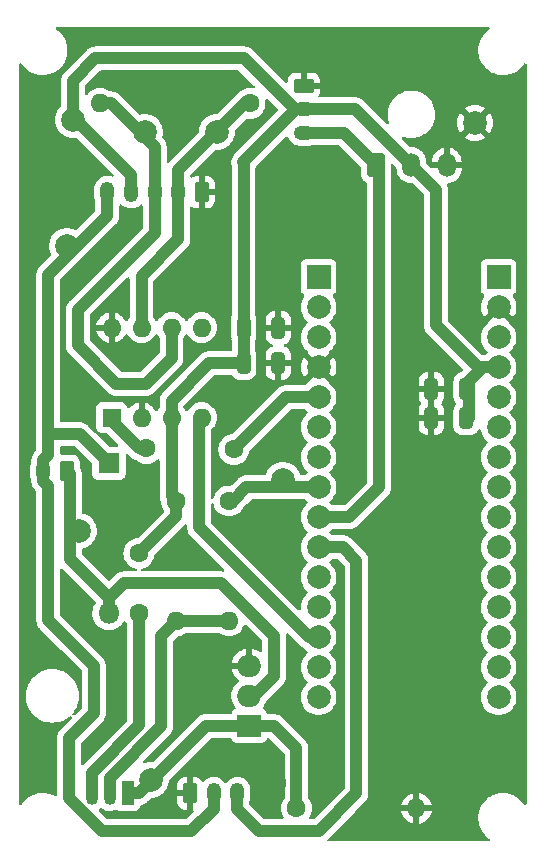
<source format=gbr>
%TF.GenerationSoftware,KiCad,Pcbnew,(6.0.0)*%
%TF.CreationDate,2022-05-13T11:55:21+02:00*%
%TF.ProjectId,Carte Bras ENORME Robot,43617274-6520-4427-9261-7320454e4f52,rev?*%
%TF.SameCoordinates,Original*%
%TF.FileFunction,Copper,L2,Bot*%
%TF.FilePolarity,Positive*%
%FSLAX46Y46*%
G04 Gerber Fmt 4.6, Leading zero omitted, Abs format (unit mm)*
G04 Created by KiCad (PCBNEW (6.0.0)) date 2022-05-13 11:55:21*
%MOMM*%
%LPD*%
G01*
G04 APERTURE LIST*
G04 Aperture macros list*
%AMRoundRect*
0 Rectangle with rounded corners*
0 $1 Rounding radius*
0 $2 $3 $4 $5 $6 $7 $8 $9 X,Y pos of 4 corners*
0 Add a 4 corners polygon primitive as box body*
4,1,4,$2,$3,$4,$5,$6,$7,$8,$9,$2,$3,0*
0 Add four circle primitives for the rounded corners*
1,1,$1+$1,$2,$3*
1,1,$1+$1,$4,$5*
1,1,$1+$1,$6,$7*
1,1,$1+$1,$8,$9*
0 Add four rect primitives between the rounded corners*
20,1,$1+$1,$2,$3,$4,$5,0*
20,1,$1+$1,$4,$5,$6,$7,0*
20,1,$1+$1,$6,$7,$8,$9,0*
20,1,$1+$1,$8,$9,$2,$3,0*%
G04 Aperture macros list end*
%TA.AperFunction,ComponentPad*%
%ADD10RoundRect,0.250000X0.350000X0.625000X-0.350000X0.625000X-0.350000X-0.625000X0.350000X-0.625000X0*%
%TD*%
%TA.AperFunction,ComponentPad*%
%ADD11O,1.200000X1.750000*%
%TD*%
%TA.AperFunction,ComponentPad*%
%ADD12R,2.000000X2.000000*%
%TD*%
%TA.AperFunction,ComponentPad*%
%ADD13C,2.000000*%
%TD*%
%TA.AperFunction,ComponentPad*%
%ADD14C,1.600000*%
%TD*%
%TA.AperFunction,ComponentPad*%
%ADD15O,1.600000X1.600000*%
%TD*%
%TA.AperFunction,ComponentPad*%
%ADD16R,1.050000X2.000000*%
%TD*%
%TA.AperFunction,ComponentPad*%
%ADD17O,1.050000X2.000000*%
%TD*%
%TA.AperFunction,ComponentPad*%
%ADD18R,1.800000X1.800000*%
%TD*%
%TA.AperFunction,ComponentPad*%
%ADD19O,1.800000X1.800000*%
%TD*%
%TA.AperFunction,ComponentPad*%
%ADD20RoundRect,0.250000X-0.350000X-0.625000X0.350000X-0.625000X0.350000X0.625000X-0.350000X0.625000X0*%
%TD*%
%TA.AperFunction,ComponentPad*%
%ADD21R,2.000000X1.905000*%
%TD*%
%TA.AperFunction,ComponentPad*%
%ADD22O,2.000000X1.905000*%
%TD*%
%TA.AperFunction,ComponentPad*%
%ADD23R,1.600000X1.600000*%
%TD*%
%TA.AperFunction,ComponentPad*%
%ADD24RoundRect,0.250001X-0.499999X-0.759999X0.499999X-0.759999X0.499999X0.759999X-0.499999X0.759999X0*%
%TD*%
%TA.AperFunction,ComponentPad*%
%ADD25O,1.500000X2.020000*%
%TD*%
%TA.AperFunction,ComponentPad*%
%ADD26RoundRect,0.250000X-0.625000X0.350000X-0.625000X-0.350000X0.625000X-0.350000X0.625000X0.350000X0*%
%TD*%
%TA.AperFunction,ComponentPad*%
%ADD27O,1.750000X1.200000*%
%TD*%
%TA.AperFunction,SMDPad,CuDef*%
%ADD28C,2.000000*%
%TD*%
%TA.AperFunction,SMDPad,CuDef*%
%ADD29RoundRect,0.250000X-0.325000X-0.650000X0.325000X-0.650000X0.325000X0.650000X-0.325000X0.650000X0*%
%TD*%
%TA.AperFunction,ViaPad*%
%ADD30C,1.600000*%
%TD*%
%TA.AperFunction,Conductor*%
%ADD31C,1.000000*%
%TD*%
G04 APERTURE END LIST*
D10*
%TO.P,BUS_CAN1,1,Pin_1*%
%TO.N,GND*%
X159000000Y-47514400D03*
D11*
%TO.P,BUS_CAN1,2,Pin_2*%
%TO.N,CAN_H*%
X157000000Y-47514400D03*
%TO.P,BUS_CAN1,3,Pin_3*%
%TO.N,CAN_L*%
X155000000Y-47514400D03*
%TO.P,BUS_CAN1,4,Pin_4*%
%TO.N,+5V*%
X153000000Y-47514400D03*
%TO.P,BUS_CAN1,5,Pin_5*%
%TO.N,+12V*%
X151000000Y-47514400D03*
%TD*%
D12*
%TO.P,STM32FM303K8,3.1,PA9*%
%TO.N,unconnected-(STM32FM303K8-Pad3.1)*%
X168880000Y-54720000D03*
D13*
%TO.P,STM32FM303K8,3.2,PA10*%
%TO.N,unconnected-(STM32FM303K8-Pad3.2)*%
X168880000Y-57260000D03*
%TO.P,STM32FM303K8,3.3,NRST*%
%TO.N,unconnected-(STM32FM303K8-Pad3.3)*%
X168880000Y-59800000D03*
%TO.P,STM32FM303K8,3.4,GND*%
%TO.N,GND*%
X168880000Y-62340000D03*
%TO.P,STM32FM303K8,3.5,PA12*%
%TO.N,CAN_TX*%
X168880000Y-64880000D03*
%TO.P,STM32FM303K8,3.6,PB0*%
%TO.N,unconnected-(STM32FM303K8-Pad3.6)*%
X168880000Y-67420000D03*
%TO.P,STM32FM303K8,3.7,PB7*%
%TO.N,unconnected-(STM32FM303K8-Pad3.7)*%
X168880000Y-69960000D03*
%TO.P,STM32FM303K8,3.8,PB6*%
%TO.N,POMPE*%
X168880000Y-72500000D03*
%TO.P,STM32FM303K8,3.9,PB1*%
%TO.N,MOT1*%
X168880000Y-75040000D03*
%TO.P,STM32FM303K8,3.10,PF0*%
%TO.N,MOT2*%
X168880000Y-77580000D03*
%TO.P,STM32FM303K8,3.11,PF1*%
%TO.N,unconnected-(STM32FM303K8-Pad3.11)*%
X168880000Y-80120000D03*
%TO.P,STM32FM303K8,3.12,PA8*%
%TO.N,unconnected-(STM32FM303K8-Pad3.12)*%
X168880000Y-82660000D03*
%TO.P,STM32FM303K8,3.13,PA11*%
%TO.N,CAN_RX*%
X168880000Y-85200000D03*
%TO.P,STM32FM303K8,3.14,PB5*%
%TO.N,unconnected-(STM32FM303K8-Pad3.14)*%
X168880000Y-87740000D03*
%TO.P,STM32FM303K8,3.15,PB4*%
%TO.N,unconnected-(STM32FM303K8-Pad3.15)*%
X168880000Y-90280000D03*
D12*
%TO.P,STM32FM303K8,4.1,VIN*%
%TO.N,unconnected-(STM32FM303K8-Pad4.1)*%
X184120000Y-54720000D03*
D13*
%TO.P,STM32FM303K8,4.2,GND*%
%TO.N,GND*%
X184120000Y-57260000D03*
%TO.P,STM32FM303K8,4.3,NRST*%
%TO.N,unconnected-(STM32FM303K8-Pad4.3)*%
X184120000Y-59800000D03*
%TO.P,STM32FM303K8,4.4,+5V*%
%TO.N,+5V*%
X184120000Y-62340000D03*
%TO.P,STM32FM303K8,4.5,PA2*%
%TO.N,unconnected-(STM32FM303K8-Pad4.5)*%
X184120000Y-64880000D03*
%TO.P,STM32FM303K8,4.6,PA7*%
%TO.N,unconnected-(STM32FM303K8-Pad4.6)*%
X184120000Y-67420000D03*
%TO.P,STM32FM303K8,4.7,PA6*%
%TO.N,unconnected-(STM32FM303K8-Pad4.7)*%
X184120000Y-69960000D03*
%TO.P,STM32FM303K8,4.8,PA5*%
%TO.N,unconnected-(STM32FM303K8-Pad4.8)*%
X184120000Y-72500000D03*
%TO.P,STM32FM303K8,4.9,PA4*%
%TO.N,unconnected-(STM32FM303K8-Pad4.9)*%
X184120000Y-75040000D03*
%TO.P,STM32FM303K8,4.10,PA3*%
%TO.N,unconnected-(STM32FM303K8-Pad4.10)*%
X184120000Y-77580000D03*
%TO.P,STM32FM303K8,4.11,PA1*%
%TO.N,unconnected-(STM32FM303K8-Pad4.11)*%
X184120000Y-80120000D03*
%TO.P,STM32FM303K8,4.12,PA0*%
%TO.N,unconnected-(STM32FM303K8-Pad4.12)*%
X184120000Y-82660000D03*
%TO.P,STM32FM303K8,4.13,AREF*%
%TO.N,unconnected-(STM32FM303K8-Pad4.13)*%
X184120000Y-85200000D03*
%TO.P,STM32FM303K8,4.14,+3V3*%
%TO.N,+3V3*%
X184120000Y-87740000D03*
%TO.P,STM32FM303K8,4.15,PB3*%
%TO.N,unconnected-(STM32FM303K8-Pad4.15)*%
X184120000Y-90280000D03*
%TD*%
D14*
%TO.P,R1,1*%
%TO.N,Net-(Q1-Pad1)*%
X167005000Y-99695000D03*
D15*
%TO.P,R1,2*%
%TO.N,GND*%
X177165000Y-99695000D03*
%TD*%
D16*
%TO.P,Q1,1,C*%
%TO.N,Net-(Q1-Pad1)*%
X152724000Y-98425000D03*
D17*
%TO.P,Q1,2,B*%
%TO.N,Net-(Q1-Pad2)*%
X151200000Y-98425000D03*
%TO.P,Q1,3,E*%
%TO.N,+5V*%
X149676000Y-98425000D03*
%TD*%
D18*
%TO.P,D1,1,K*%
%TO.N,+12V*%
X151130000Y-70485000D03*
D19*
%TO.P,D1,2,A*%
%TO.N,Net-(D1-Pad2)*%
X151130000Y-83185000D03*
%TD*%
D14*
%TO.P,R4,1*%
%TO.N,POMPE*%
X161290000Y-73660000D03*
D15*
%TO.P,R4,2*%
%TO.N,Net-(Q1-Pad2)*%
X161290000Y-83820000D03*
%TD*%
D20*
%TO.P,SERVO2,1,Pin_1*%
%TO.N,GND*%
X158000000Y-98425000D03*
D11*
%TO.P,SERVO2,2,Pin_2*%
%TO.N,+12V*%
X160000000Y-98425000D03*
%TO.P,SERVO2,3,Pin_3*%
%TO.N,MOT2*%
X162000000Y-98425000D03*
%TD*%
D14*
%TO.P,R2,1*%
%TO.N,CAN_H*%
X163068000Y-40005000D03*
D15*
%TO.P,R2,2*%
%TO.N,CAN_L*%
X150368000Y-40005000D03*
%TD*%
D10*
%TO.P,PompeAVide1,1,Pin_1*%
%TO.N,Net-(D1-Pad2)*%
X147574000Y-71120000D03*
D11*
%TO.P,PompeAVide1,2,Pin_2*%
%TO.N,+12V*%
X145574000Y-71120000D03*
%TD*%
D14*
%TO.P,R3,1*%
%TO.N,+5V*%
X156845000Y-73660000D03*
D15*
%TO.P,R3,2*%
%TO.N,Net-(Q1-Pad2)*%
X156845000Y-83820000D03*
%TD*%
D21*
%TO.P,U2,1*%
%TO.N,Net-(Q1-Pad1)*%
X163000000Y-92710000D03*
D22*
%TO.P,U2,2*%
%TO.N,Net-(D1-Pad2)*%
X163000000Y-90170000D03*
%TO.P,U2,3*%
%TO.N,GND*%
X163000000Y-87630000D03*
%TD*%
D23*
%TO.P,U1,1,TXD*%
%TO.N,CAN_TX*%
X151350000Y-66600000D03*
D15*
%TO.P,U1,2,VSS*%
%TO.N,GND*%
X153890000Y-66600000D03*
%TO.P,U1,3,VDD*%
%TO.N,+5V*%
X156430000Y-66600000D03*
%TO.P,U1,4,RXD*%
%TO.N,CAN_RX*%
X158970000Y-66600000D03*
%TO.P,U1,5,Vref*%
%TO.N,unconnected-(U1-Pad5)*%
X158970000Y-58980000D03*
%TO.P,U1,6,CANL*%
%TO.N,CAN_L*%
X156430000Y-58980000D03*
%TO.P,U1,7,CANH*%
%TO.N,CAN_H*%
X153890000Y-58980000D03*
%TO.P,U1,8,Rs*%
%TO.N,GND*%
X151350000Y-58980000D03*
%TD*%
D24*
%TO.P,JS1,1*%
%TO.N,MOT1*%
X173736000Y-45245000D03*
D25*
%TO.P,JS1,2*%
%TO.N,+5V*%
X176736000Y-45245000D03*
%TO.P,JS1,3*%
%TO.N,GND*%
X179736000Y-45245000D03*
%TD*%
D26*
%TO.P,SERVO1,1,Pin_1*%
%TO.N,GND*%
X167640000Y-38500000D03*
D27*
%TO.P,SERVO1,2,Pin_2*%
%TO.N,+5V*%
X167640000Y-40500000D03*
%TO.P,SERVO1,3,Pin_3*%
%TO.N,MOT1*%
X167640000Y-42500000D03*
%TD*%
D28*
%TO.P,TP4,1,1*%
%TO.N,CAN_H*%
X160274000Y-42418000D03*
%TD*%
%TO.P,TP8,1,1*%
%TO.N,Net-(Q1-Pad1)*%
X154686000Y-97282000D03*
%TD*%
D29*
%TO.P,C2,1*%
%TO.N,+5V*%
X162525000Y-59000000D03*
%TO.P,C2,2*%
%TO.N,GND*%
X165475000Y-59000000D03*
%TD*%
D28*
%TO.P,TP7,1,1*%
%TO.N,POMPE*%
X165862000Y-71882000D03*
%TD*%
%TO.P,TP2,1,1*%
%TO.N,Net-(D1-Pad2)*%
X148590000Y-76200000D03*
%TD*%
%TO.P,,1,1*%
%TO.N,GND*%
X182118000Y-41656000D03*
%TD*%
D29*
%TO.P,C4,1*%
%TO.N,GND*%
X178435000Y-66675000D03*
%TO.P,C4,2*%
%TO.N,+5V*%
X181385000Y-66675000D03*
%TD*%
D28*
%TO.P,TP6,1,1*%
%TO.N,+12V*%
X147574000Y-52070000D03*
%TD*%
D29*
%TO.P,C3,1*%
%TO.N,GND*%
X178435000Y-64175000D03*
%TO.P,C3,2*%
%TO.N,+5V*%
X181385000Y-64175000D03*
%TD*%
%TO.P,C1,1*%
%TO.N,+5V*%
X162525000Y-62000000D03*
%TO.P,C1,2*%
%TO.N,GND*%
X165475000Y-62000000D03*
%TD*%
D28*
%TO.P,TP5,1,1*%
%TO.N,CAN_L*%
X154178000Y-42418000D03*
%TD*%
%TO.P,TP3,1,1*%
%TO.N,+5V*%
X148082000Y-41402000D03*
%TD*%
D30*
%TO.N,GND*%
X145288000Y-86360000D03*
X165200000Y-79200000D03*
X153924000Y-71882000D03*
X157226000Y-39370000D03*
X158496000Y-85852000D03*
X171704000Y-54864000D03*
X169926000Y-95758000D03*
X147828000Y-65532000D03*
X165000000Y-53500000D03*
X151638000Y-87122000D03*
X159004000Y-78740000D03*
X146050000Y-46228000D03*
X178816000Y-76962000D03*
X165354000Y-97536000D03*
X175006000Y-37846000D03*
X159600000Y-53400000D03*
%TO.N,+5V*%
X153670000Y-83185000D03*
X153670000Y-78105000D03*
%TO.N,CAN_TX*%
X161700000Y-69300000D03*
X154305000Y-69215000D03*
%TD*%
D31*
%TO.N,CAN_H*%
X157000000Y-45664400D02*
X162659400Y-40005000D01*
X157000000Y-47514400D02*
X157000000Y-45664400D01*
X157000000Y-47514400D02*
X157000000Y-51485600D01*
X157000000Y-51485600D02*
X153890000Y-54595600D01*
X162659400Y-40005000D02*
X163068000Y-40005000D01*
X153890000Y-54595600D02*
X153890000Y-58980000D01*
%TO.N,CAN_L*%
X148500000Y-60500000D02*
X151750000Y-63750000D01*
X151750000Y-63750000D02*
X154250000Y-63750000D01*
X155000000Y-47514400D02*
X155000000Y-51000000D01*
X156430000Y-61570000D02*
X156430000Y-58980000D01*
X155000000Y-43700000D02*
X155000000Y-47514400D01*
X154250000Y-63750000D02*
X156430000Y-61570000D01*
X155000000Y-51000000D02*
X148500000Y-57500000D01*
X148500000Y-57500000D02*
X148500000Y-60500000D01*
X151305000Y-40005000D02*
X155000000Y-43700000D01*
X150368000Y-40005000D02*
X151305000Y-40005000D01*
%TO.N,+12V*%
X158115000Y-101600000D02*
X160000000Y-99715000D01*
X146000000Y-54500000D02*
X146000000Y-67995000D01*
X145574000Y-70226000D02*
X145574000Y-71974000D01*
X150551634Y-101600000D02*
X158115000Y-101600000D01*
X147725489Y-98773855D02*
X150551634Y-101600000D01*
X149860000Y-91614929D02*
X147725489Y-93749440D01*
X146000000Y-69800000D02*
X145574000Y-70226000D01*
X148640000Y-67995000D02*
X146000000Y-67995000D01*
X147725489Y-93749440D02*
X147725489Y-98773855D01*
X146000000Y-67995000D02*
X146000000Y-69800000D01*
X151130000Y-70485000D02*
X148640000Y-67995000D01*
X146000000Y-72400000D02*
X146000000Y-83770000D01*
X151000000Y-47514400D02*
X151000000Y-49500000D01*
X146000000Y-83770000D02*
X149860000Y-87630000D01*
X160000000Y-99715000D02*
X160000000Y-98425000D01*
X151000000Y-49500000D02*
X146000000Y-54500000D01*
X149860000Y-87630000D02*
X149860000Y-91614929D01*
X145574000Y-71974000D02*
X146000000Y-72400000D01*
%TO.N,MOT1*%
X174000000Y-45509000D02*
X170991000Y-42500000D01*
X171460000Y-75040000D02*
X174000000Y-72500000D01*
X174000000Y-72500000D02*
X174000000Y-45509000D01*
X170991000Y-42500000D02*
X167640000Y-42500000D01*
X168880000Y-75040000D02*
X171460000Y-75040000D01*
%TO.N,MOT2*%
X163830000Y-101600000D02*
X168910000Y-101600000D01*
X172085000Y-78740000D02*
X170925000Y-77580000D01*
X162000000Y-99770000D02*
X163830000Y-101600000D01*
X172085000Y-98425000D02*
X172085000Y-78740000D01*
X168910000Y-101600000D02*
X172085000Y-98425000D01*
X162000000Y-98425000D02*
X162000000Y-99770000D01*
X170925000Y-77580000D02*
X168880000Y-77580000D01*
%TO.N,+5V*%
X156430000Y-66600000D02*
X156430000Y-73245000D01*
X149676000Y-96704000D02*
X149676000Y-98425000D01*
X153000000Y-46066000D02*
X148082000Y-41148000D01*
X153670000Y-78105000D02*
X156845000Y-74930000D01*
X153670000Y-83185000D02*
X153705597Y-83220597D01*
X162560000Y-36195000D02*
X166865000Y-40500000D01*
X181570000Y-64175000D02*
X181610000Y-64135000D01*
X156430000Y-66600000D02*
X156430000Y-65170000D01*
X153000000Y-47514400D02*
X153000000Y-46066000D01*
X162525000Y-45025000D02*
X162500000Y-45000000D01*
X181385000Y-66675000D02*
X181610000Y-66675000D01*
X178816000Y-58801000D02*
X182355000Y-62340000D01*
X178816000Y-47325000D02*
X178816000Y-58801000D01*
X148082000Y-41148000D02*
X148082000Y-38100000D01*
X167640000Y-40500000D02*
X171991000Y-40500000D01*
X153705597Y-92674403D02*
X149676000Y-96704000D01*
X153705597Y-83220597D02*
X153705597Y-92674403D01*
X171991000Y-40500000D02*
X178816000Y-47325000D01*
X149987000Y-36195000D02*
X162560000Y-36195000D01*
X181610000Y-64135000D02*
X181610000Y-63500000D01*
X148082000Y-38100000D02*
X149987000Y-36195000D01*
X162525000Y-62000000D02*
X162525000Y-59000000D01*
X182770000Y-62340000D02*
X184120000Y-62340000D01*
X156430000Y-65170000D02*
X159600000Y-62000000D01*
X156430000Y-73245000D02*
X156845000Y-73660000D01*
X159600000Y-62000000D02*
X162525000Y-62000000D01*
X162500000Y-45000000D02*
X167000000Y-40500000D01*
X181610000Y-63500000D02*
X182770000Y-62340000D01*
X182355000Y-62340000D02*
X184120000Y-62340000D01*
X167000000Y-40500000D02*
X167640000Y-40500000D01*
X162525000Y-59000000D02*
X162525000Y-45025000D01*
X181385000Y-64175000D02*
X181570000Y-64175000D01*
X156845000Y-74930000D02*
X156845000Y-73660000D01*
X166865000Y-40500000D02*
X167640000Y-40500000D01*
X181610000Y-66675000D02*
X181610000Y-64135000D01*
%TO.N,CAN_TX*%
X154305000Y-69215000D02*
X153670000Y-69215000D01*
X153670000Y-69215000D02*
X151350000Y-66895000D01*
X168880000Y-64880000D02*
X166120000Y-64880000D01*
X151350000Y-66895000D02*
X151350000Y-66600000D01*
X166120000Y-64880000D02*
X161700000Y-69300000D01*
%TO.N,CAN_RX*%
X158970000Y-66600000D02*
X158750000Y-66820000D01*
X168069511Y-85200000D02*
X168880000Y-85200000D01*
X158750000Y-66820000D02*
X158750000Y-75880489D01*
X158750000Y-75880489D02*
X168069511Y-85200000D01*
%TO.N,Net-(D1-Pad2)*%
X165100000Y-88485000D02*
X165100000Y-85090000D01*
X151130000Y-81915000D02*
X147828000Y-78613000D01*
X160655000Y-80645000D02*
X152400000Y-80645000D01*
X152400000Y-80645000D02*
X151130000Y-81915000D01*
X163415000Y-90170000D02*
X165100000Y-88485000D01*
X147828000Y-71374000D02*
X147574000Y-71120000D01*
X163000000Y-90170000D02*
X163415000Y-90170000D01*
X147828000Y-78613000D02*
X147828000Y-71374000D01*
X151130000Y-81915000D02*
X151130000Y-83185000D01*
X165100000Y-85090000D02*
X160655000Y-80645000D01*
%TO.N,POMPE*%
X161607500Y-73660000D02*
X161290000Y-73660000D01*
X162767500Y-72500000D02*
X161607500Y-73660000D01*
X168880000Y-72500000D02*
X162767500Y-72500000D01*
%TO.N,Net-(Q1-Pad1)*%
X165100000Y-92710000D02*
X163000000Y-92710000D01*
X167005000Y-99695000D02*
X167005000Y-94615000D01*
X163000000Y-92710000D02*
X159360000Y-92710000D01*
X159360000Y-92710000D02*
X153645000Y-98425000D01*
X153645000Y-98425000D02*
X152724000Y-98425000D01*
X167005000Y-94615000D02*
X165100000Y-92710000D01*
%TO.N,Net-(Q1-Pad2)*%
X151200000Y-97085000D02*
X155575000Y-92710000D01*
X155575000Y-92710000D02*
X155575000Y-85090000D01*
X155575000Y-85090000D02*
X156845000Y-83820000D01*
X151200000Y-98425000D02*
X151200000Y-97085000D01*
X161290000Y-83820000D02*
X156845000Y-83820000D01*
%TD*%
%TA.AperFunction,Conductor*%
%TO.N,GND*%
G36*
X183337061Y-33528002D02*
G01*
X183383554Y-33581658D01*
X183393658Y-33651932D01*
X183364164Y-33716512D01*
X183341391Y-33737087D01*
X183169977Y-33857559D01*
X183154892Y-33871577D01*
X182991999Y-34022947D01*
X182959378Y-34053260D01*
X182777287Y-34275732D01*
X182627073Y-34520858D01*
X182511517Y-34784102D01*
X182432756Y-35060594D01*
X182392249Y-35345216D01*
X182392227Y-35349505D01*
X182392226Y-35349512D01*
X182390765Y-35628417D01*
X182390743Y-35632703D01*
X182428268Y-35917734D01*
X182504129Y-36195036D01*
X182616923Y-36459476D01*
X182628693Y-36479142D01*
X182721748Y-36634625D01*
X182764561Y-36706161D01*
X182944313Y-36930528D01*
X183152851Y-37128423D01*
X183386317Y-37296186D01*
X183390112Y-37298195D01*
X183390113Y-37298196D01*
X183411869Y-37309715D01*
X183640392Y-37430712D01*
X183709596Y-37456037D01*
X183905952Y-37527893D01*
X183910373Y-37529511D01*
X184191264Y-37590755D01*
X184219841Y-37593004D01*
X184414282Y-37608307D01*
X184414291Y-37608307D01*
X184416739Y-37608500D01*
X184572271Y-37608500D01*
X184574407Y-37608354D01*
X184574418Y-37608354D01*
X184782548Y-37594165D01*
X184782554Y-37594164D01*
X184786825Y-37593873D01*
X184791020Y-37593004D01*
X184791022Y-37593004D01*
X184964401Y-37557099D01*
X185068342Y-37535574D01*
X185339343Y-37439607D01*
X185594812Y-37307750D01*
X185598313Y-37305289D01*
X185598317Y-37305287D01*
X185743145Y-37203500D01*
X185830023Y-37142441D01*
X186040622Y-36946740D01*
X186222713Y-36724268D01*
X186224948Y-36720621D01*
X186224960Y-36720604D01*
X186258568Y-36665760D01*
X186311215Y-36618129D01*
X186381257Y-36606522D01*
X186446454Y-36634625D01*
X186486108Y-36693516D01*
X186492000Y-36731595D01*
X186492000Y-99266636D01*
X186471998Y-99334757D01*
X186418342Y-99381250D01*
X186348068Y-99391354D01*
X186283488Y-99361860D01*
X186257884Y-99331342D01*
X186237643Y-99297521D01*
X186237640Y-99297517D01*
X186235439Y-99293839D01*
X186055687Y-99069472D01*
X185888235Y-98910566D01*
X185850258Y-98874527D01*
X185850255Y-98874525D01*
X185847149Y-98871577D01*
X185613683Y-98703814D01*
X185591843Y-98692250D01*
X185532030Y-98660581D01*
X185359608Y-98569288D01*
X185120462Y-98481773D01*
X185093658Y-98471964D01*
X185093656Y-98471963D01*
X185089627Y-98470489D01*
X184808736Y-98409245D01*
X184777685Y-98406801D01*
X184585718Y-98391693D01*
X184585709Y-98391693D01*
X184583261Y-98391500D01*
X184427729Y-98391500D01*
X184425593Y-98391646D01*
X184425582Y-98391646D01*
X184217452Y-98405835D01*
X184217446Y-98405836D01*
X184213175Y-98406127D01*
X184208980Y-98406996D01*
X184208978Y-98406996D01*
X184134561Y-98422407D01*
X183931658Y-98464426D01*
X183660657Y-98560393D01*
X183656848Y-98562359D01*
X183503393Y-98641563D01*
X183405188Y-98692250D01*
X183401687Y-98694711D01*
X183401683Y-98694713D01*
X183304175Y-98763243D01*
X183169977Y-98857559D01*
X183118112Y-98905755D01*
X182969893Y-99043489D01*
X182959378Y-99053260D01*
X182777287Y-99275732D01*
X182627073Y-99520858D01*
X182625347Y-99524791D01*
X182625346Y-99524792D01*
X182513243Y-99780170D01*
X182511517Y-99784102D01*
X182510342Y-99788229D01*
X182510341Y-99788230D01*
X182484551Y-99878767D01*
X182432756Y-100060594D01*
X182410248Y-100218749D01*
X182394216Y-100331398D01*
X182392249Y-100345216D01*
X182392227Y-100349505D01*
X182392226Y-100349512D01*
X182390765Y-100628417D01*
X182390743Y-100632703D01*
X182428268Y-100917734D01*
X182429401Y-100921874D01*
X182429401Y-100921876D01*
X182444344Y-100976498D01*
X182504129Y-101195036D01*
X182505813Y-101198984D01*
X182536999Y-101272097D01*
X182616923Y-101459476D01*
X182628693Y-101479142D01*
X182701804Y-101601301D01*
X182764561Y-101706161D01*
X182944313Y-101930528D01*
X183152851Y-102128423D01*
X183329211Y-102255151D01*
X183341078Y-102263678D01*
X183384726Y-102319672D01*
X183391172Y-102390376D01*
X183358369Y-102453340D01*
X183296733Y-102488574D01*
X183267552Y-102492000D01*
X169748761Y-102492000D01*
X169680640Y-102471998D01*
X169634147Y-102418342D01*
X169624043Y-102348068D01*
X169651684Y-102285676D01*
X169653295Y-102283729D01*
X169661277Y-102274958D01*
X171974712Y-99961522D01*
X175882273Y-99961522D01*
X175929764Y-100138761D01*
X175933510Y-100149053D01*
X176025586Y-100346511D01*
X176031069Y-100356007D01*
X176156028Y-100534467D01*
X176163084Y-100542875D01*
X176317125Y-100696916D01*
X176325533Y-100703972D01*
X176503993Y-100828931D01*
X176513489Y-100834414D01*
X176710947Y-100926490D01*
X176721239Y-100930236D01*
X176893503Y-100976394D01*
X176907599Y-100976058D01*
X176911000Y-100968116D01*
X176911000Y-100962967D01*
X177419000Y-100962967D01*
X177422973Y-100976498D01*
X177431522Y-100977727D01*
X177608761Y-100930236D01*
X177619053Y-100926490D01*
X177816511Y-100834414D01*
X177826007Y-100828931D01*
X178004467Y-100703972D01*
X178012875Y-100696916D01*
X178166916Y-100542875D01*
X178173972Y-100534467D01*
X178298931Y-100356007D01*
X178304414Y-100346511D01*
X178396490Y-100149053D01*
X178400236Y-100138761D01*
X178446394Y-99966497D01*
X178446058Y-99952401D01*
X178438116Y-99949000D01*
X177437115Y-99949000D01*
X177421876Y-99953475D01*
X177420671Y-99954865D01*
X177419000Y-99962548D01*
X177419000Y-100962967D01*
X176911000Y-100962967D01*
X176911000Y-99967115D01*
X176906525Y-99951876D01*
X176905135Y-99950671D01*
X176897452Y-99949000D01*
X175897033Y-99949000D01*
X175883502Y-99952973D01*
X175882273Y-99961522D01*
X171974712Y-99961522D01*
X172512731Y-99423503D01*
X175883606Y-99423503D01*
X175883942Y-99437599D01*
X175891884Y-99441000D01*
X176892885Y-99441000D01*
X176908124Y-99436525D01*
X176909329Y-99435135D01*
X176911000Y-99427452D01*
X176911000Y-99422885D01*
X177419000Y-99422885D01*
X177423475Y-99438124D01*
X177424865Y-99439329D01*
X177432548Y-99441000D01*
X178432967Y-99441000D01*
X178446498Y-99437027D01*
X178447727Y-99428478D01*
X178400236Y-99251239D01*
X178396490Y-99240947D01*
X178304414Y-99043489D01*
X178298931Y-99033993D01*
X178173972Y-98855533D01*
X178166916Y-98847125D01*
X178012875Y-98693084D01*
X178004467Y-98686028D01*
X177826007Y-98561069D01*
X177816511Y-98555586D01*
X177619053Y-98463510D01*
X177608761Y-98459764D01*
X177436497Y-98413606D01*
X177422401Y-98413942D01*
X177419000Y-98421884D01*
X177419000Y-99422885D01*
X176911000Y-99422885D01*
X176911000Y-98427033D01*
X176907027Y-98413502D01*
X176898478Y-98412273D01*
X176721239Y-98459764D01*
X176710947Y-98463510D01*
X176513489Y-98555586D01*
X176503993Y-98561069D01*
X176325533Y-98686028D01*
X176317125Y-98693084D01*
X176163084Y-98847125D01*
X176156028Y-98855533D01*
X176031069Y-99033993D01*
X176025586Y-99043489D01*
X175933510Y-99240947D01*
X175929764Y-99251239D01*
X175883606Y-99423503D01*
X172512731Y-99423503D01*
X172754379Y-99181855D01*
X172764522Y-99172753D01*
X172789218Y-99152897D01*
X172794025Y-99149032D01*
X172826292Y-99110578D01*
X172829472Y-99106931D01*
X172831115Y-99105119D01*
X172833309Y-99102925D01*
X172860642Y-99069651D01*
X172861348Y-99068800D01*
X172882587Y-99043489D01*
X172921154Y-98997526D01*
X172923722Y-98992856D01*
X172927103Y-98988739D01*
X172970977Y-98906914D01*
X172971606Y-98905755D01*
X173013462Y-98829619D01*
X173013465Y-98829611D01*
X173016433Y-98824213D01*
X173018045Y-98819131D01*
X173020562Y-98814437D01*
X173047762Y-98725469D01*
X173048108Y-98724358D01*
X173054626Y-98703814D01*
X173076235Y-98635694D01*
X173076829Y-98630398D01*
X173078387Y-98625302D01*
X173087790Y-98532743D01*
X173087911Y-98531607D01*
X173093500Y-98481773D01*
X173093500Y-98478246D01*
X173093555Y-98477261D01*
X173094002Y-98471581D01*
X173098374Y-98428538D01*
X173094059Y-98382891D01*
X173093500Y-98371033D01*
X173093500Y-78801850D01*
X173094237Y-78788242D01*
X173097659Y-78756739D01*
X173098325Y-78750612D01*
X173093947Y-78700570D01*
X173093621Y-78695788D01*
X173093500Y-78693310D01*
X173093500Y-78690231D01*
X173093201Y-78687177D01*
X173093200Y-78687166D01*
X173089313Y-78647529D01*
X173089191Y-78646215D01*
X173081623Y-78559718D01*
X173081087Y-78553587D01*
X173079600Y-78548468D01*
X173079080Y-78543167D01*
X173052209Y-78454166D01*
X173051874Y-78453033D01*
X173027630Y-78369586D01*
X173027628Y-78369582D01*
X173025909Y-78363664D01*
X173023456Y-78358932D01*
X173021916Y-78353831D01*
X173019022Y-78348388D01*
X172978269Y-78271740D01*
X172977657Y-78270574D01*
X172937729Y-78193547D01*
X172934892Y-78188074D01*
X172931569Y-78183911D01*
X172929066Y-78179204D01*
X172921445Y-78169859D01*
X172870261Y-78107102D01*
X172869433Y-78106075D01*
X172840469Y-78069792D01*
X172840464Y-78069787D01*
X172838262Y-78067028D01*
X172835761Y-78064527D01*
X172835119Y-78063809D01*
X172831406Y-78059461D01*
X172821727Y-78047594D01*
X172804065Y-78025938D01*
X172799323Y-78022015D01*
X172799321Y-78022013D01*
X172768727Y-77996703D01*
X172759947Y-77988713D01*
X171681855Y-76910621D01*
X171672753Y-76900478D01*
X171652897Y-76875782D01*
X171649032Y-76870975D01*
X171610578Y-76838708D01*
X171606931Y-76835528D01*
X171605119Y-76833885D01*
X171602925Y-76831691D01*
X171569651Y-76804358D01*
X171568853Y-76803696D01*
X171497526Y-76743846D01*
X171492856Y-76741278D01*
X171488739Y-76737897D01*
X171406914Y-76694023D01*
X171405755Y-76693394D01*
X171329619Y-76651538D01*
X171329611Y-76651535D01*
X171324213Y-76648567D01*
X171319131Y-76646955D01*
X171314437Y-76644438D01*
X171225469Y-76617238D01*
X171224441Y-76616918D01*
X171135694Y-76588765D01*
X171130398Y-76588171D01*
X171125302Y-76586613D01*
X171032743Y-76577210D01*
X171031607Y-76577089D01*
X170997992Y-76573319D01*
X170985270Y-76571892D01*
X170985266Y-76571892D01*
X170981773Y-76571500D01*
X170978246Y-76571500D01*
X170977261Y-76571445D01*
X170971581Y-76570998D01*
X170942175Y-76568011D01*
X170934663Y-76567248D01*
X170934661Y-76567248D01*
X170928538Y-76566626D01*
X170886259Y-76570623D01*
X170882891Y-76570941D01*
X170871033Y-76571500D01*
X170060556Y-76571500D01*
X169992435Y-76551498D01*
X169964746Y-76527332D01*
X169953178Y-76513788D01*
X169953177Y-76513787D01*
X169949969Y-76510031D01*
X169946213Y-76506823D01*
X169946208Y-76506818D01*
X169827944Y-76405811D01*
X169789134Y-76346361D01*
X169788628Y-76275366D01*
X169827944Y-76214189D01*
X169946208Y-76113182D01*
X169946213Y-76113177D01*
X169949969Y-76109969D01*
X169964746Y-76092668D01*
X170024197Y-76053860D01*
X170060556Y-76048500D01*
X171398157Y-76048500D01*
X171411764Y-76049237D01*
X171443262Y-76052659D01*
X171443267Y-76052659D01*
X171449388Y-76053324D01*
X171475638Y-76051027D01*
X171499388Y-76048950D01*
X171504214Y-76048621D01*
X171506686Y-76048500D01*
X171509769Y-76048500D01*
X171521738Y-76047326D01*
X171552506Y-76044310D01*
X171553819Y-76044188D01*
X171598084Y-76040315D01*
X171646413Y-76036087D01*
X171651532Y-76034600D01*
X171656833Y-76034080D01*
X171745834Y-76007209D01*
X171746967Y-76006874D01*
X171830414Y-75982630D01*
X171830418Y-75982628D01*
X171836336Y-75980909D01*
X171841068Y-75978456D01*
X171846169Y-75976916D01*
X171862519Y-75968223D01*
X171928260Y-75933269D01*
X171929426Y-75932657D01*
X172006453Y-75892729D01*
X172011926Y-75889892D01*
X172016089Y-75886569D01*
X172020796Y-75884066D01*
X172092918Y-75825245D01*
X172093774Y-75824554D01*
X172132973Y-75793262D01*
X172135477Y-75790758D01*
X172136195Y-75790116D01*
X172140528Y-75786415D01*
X172174062Y-75759065D01*
X172192136Y-75737218D01*
X172203287Y-75723738D01*
X172211277Y-75714958D01*
X174669384Y-73256851D01*
X174679527Y-73247749D01*
X174704218Y-73227897D01*
X174709025Y-73224032D01*
X174741312Y-73185554D01*
X174744467Y-73181938D01*
X174746123Y-73180112D01*
X174748309Y-73177926D01*
X174750264Y-73175546D01*
X174750273Y-73175536D01*
X174775576Y-73144732D01*
X174776418Y-73143717D01*
X174832194Y-73077245D01*
X174836154Y-73072526D01*
X174838723Y-73067852D01*
X174842102Y-73063739D01*
X174885975Y-72981915D01*
X174886584Y-72980793D01*
X174928464Y-72904614D01*
X174928465Y-72904612D01*
X174931433Y-72899213D01*
X174933045Y-72894131D01*
X174935562Y-72889437D01*
X174962762Y-72800469D01*
X174963108Y-72799358D01*
X174982982Y-72736711D01*
X174991235Y-72710694D01*
X174991829Y-72705398D01*
X174993387Y-72700302D01*
X175002790Y-72607743D01*
X175002911Y-72606607D01*
X175008500Y-72556773D01*
X175008500Y-72553246D01*
X175008555Y-72552261D01*
X175009002Y-72546581D01*
X175013374Y-72503538D01*
X175009059Y-72457891D01*
X175008500Y-72446033D01*
X175008500Y-67372095D01*
X177352001Y-67372095D01*
X177352338Y-67378614D01*
X177362257Y-67474206D01*
X177365149Y-67487600D01*
X177416588Y-67641784D01*
X177422761Y-67654962D01*
X177508063Y-67792807D01*
X177517099Y-67804208D01*
X177631829Y-67918739D01*
X177643240Y-67927751D01*
X177781243Y-68012816D01*
X177794424Y-68018963D01*
X177948710Y-68070138D01*
X177962086Y-68073005D01*
X178056438Y-68082672D01*
X178062854Y-68083000D01*
X178162885Y-68083000D01*
X178178124Y-68078525D01*
X178179329Y-68077135D01*
X178181000Y-68069452D01*
X178181000Y-68064884D01*
X178689000Y-68064884D01*
X178693475Y-68080123D01*
X178694865Y-68081328D01*
X178702548Y-68082999D01*
X178807095Y-68082999D01*
X178813614Y-68082662D01*
X178909206Y-68072743D01*
X178922600Y-68069851D01*
X179076784Y-68018412D01*
X179089962Y-68012239D01*
X179227807Y-67926937D01*
X179239208Y-67917901D01*
X179353739Y-67803171D01*
X179362751Y-67791760D01*
X179447816Y-67653757D01*
X179453963Y-67640576D01*
X179505138Y-67486290D01*
X179508005Y-67472914D01*
X179517672Y-67378562D01*
X179518000Y-67372146D01*
X179518000Y-66947115D01*
X179513525Y-66931876D01*
X179512135Y-66930671D01*
X179504452Y-66929000D01*
X178707115Y-66929000D01*
X178691876Y-66933475D01*
X178690671Y-66934865D01*
X178689000Y-66942548D01*
X178689000Y-68064884D01*
X178181000Y-68064884D01*
X178181000Y-66947115D01*
X178176525Y-66931876D01*
X178175135Y-66930671D01*
X178167452Y-66929000D01*
X177370116Y-66929000D01*
X177354877Y-66933475D01*
X177353672Y-66934865D01*
X177352001Y-66942548D01*
X177352001Y-67372095D01*
X175008500Y-67372095D01*
X175008500Y-66402885D01*
X177352000Y-66402885D01*
X177356475Y-66418124D01*
X177357865Y-66419329D01*
X177365548Y-66421000D01*
X178162885Y-66421000D01*
X178178124Y-66416525D01*
X178179329Y-66415135D01*
X178181000Y-66407452D01*
X178181000Y-66402885D01*
X178689000Y-66402885D01*
X178693475Y-66418124D01*
X178694865Y-66419329D01*
X178702548Y-66421000D01*
X179499884Y-66421000D01*
X179515123Y-66416525D01*
X179516328Y-66415135D01*
X179517999Y-66407452D01*
X179517999Y-65977905D01*
X179517662Y-65971386D01*
X179507743Y-65875794D01*
X179504851Y-65862400D01*
X179453412Y-65708216D01*
X179447239Y-65695038D01*
X179361937Y-65557193D01*
X179352901Y-65545792D01*
X179321183Y-65514129D01*
X179287104Y-65451846D01*
X179292107Y-65381026D01*
X179321029Y-65335937D01*
X179353739Y-65303171D01*
X179362751Y-65291760D01*
X179447816Y-65153757D01*
X179453963Y-65140576D01*
X179505138Y-64986290D01*
X179508005Y-64972914D01*
X179517672Y-64878562D01*
X179518000Y-64872146D01*
X179518000Y-64447115D01*
X179513525Y-64431876D01*
X179512135Y-64430671D01*
X179504452Y-64429000D01*
X178707115Y-64429000D01*
X178691876Y-64433475D01*
X178690671Y-64434865D01*
X178689000Y-64442548D01*
X178689000Y-66402885D01*
X178181000Y-66402885D01*
X178181000Y-64447115D01*
X178176525Y-64431876D01*
X178175135Y-64430671D01*
X178167452Y-64429000D01*
X177370116Y-64429000D01*
X177354877Y-64433475D01*
X177353672Y-64434865D01*
X177352001Y-64442548D01*
X177352001Y-64872095D01*
X177352338Y-64878614D01*
X177362257Y-64974206D01*
X177365149Y-64987600D01*
X177416588Y-65141784D01*
X177422761Y-65154962D01*
X177508063Y-65292807D01*
X177517099Y-65304208D01*
X177548817Y-65335871D01*
X177582896Y-65398154D01*
X177577893Y-65468974D01*
X177548971Y-65514063D01*
X177516261Y-65546829D01*
X177507249Y-65558240D01*
X177422184Y-65696243D01*
X177416037Y-65709424D01*
X177364862Y-65863710D01*
X177361995Y-65877086D01*
X177352328Y-65971438D01*
X177352000Y-65977855D01*
X177352000Y-66402885D01*
X175008500Y-66402885D01*
X175008500Y-63902885D01*
X177352000Y-63902885D01*
X177356475Y-63918124D01*
X177357865Y-63919329D01*
X177365548Y-63921000D01*
X178162885Y-63921000D01*
X178178124Y-63916525D01*
X178179329Y-63915135D01*
X178181000Y-63907452D01*
X178181000Y-63902885D01*
X178689000Y-63902885D01*
X178693475Y-63918124D01*
X178694865Y-63919329D01*
X178702548Y-63921000D01*
X179499884Y-63921000D01*
X179515123Y-63916525D01*
X179516328Y-63915135D01*
X179517999Y-63907452D01*
X179517999Y-63477905D01*
X179517662Y-63471386D01*
X179507743Y-63375794D01*
X179504851Y-63362400D01*
X179453412Y-63208216D01*
X179447239Y-63195038D01*
X179361937Y-63057193D01*
X179352901Y-63045792D01*
X179238171Y-62931261D01*
X179226760Y-62922249D01*
X179088757Y-62837184D01*
X179075576Y-62831037D01*
X178921290Y-62779862D01*
X178907914Y-62776995D01*
X178813562Y-62767328D01*
X178807145Y-62767000D01*
X178707115Y-62767000D01*
X178691876Y-62771475D01*
X178690671Y-62772865D01*
X178689000Y-62780548D01*
X178689000Y-63902885D01*
X178181000Y-63902885D01*
X178181000Y-62785116D01*
X178176525Y-62769877D01*
X178175135Y-62768672D01*
X178167452Y-62767001D01*
X178062905Y-62767001D01*
X178056386Y-62767338D01*
X177960794Y-62777257D01*
X177947400Y-62780149D01*
X177793216Y-62831588D01*
X177780038Y-62837761D01*
X177642193Y-62923063D01*
X177630792Y-62932099D01*
X177516261Y-63046829D01*
X177507249Y-63058240D01*
X177422184Y-63196243D01*
X177416037Y-63209424D01*
X177364862Y-63363710D01*
X177361995Y-63377086D01*
X177352328Y-63471438D01*
X177352000Y-63477855D01*
X177352000Y-63902885D01*
X175008500Y-63902885D01*
X175008500Y-45570850D01*
X175009237Y-45557242D01*
X175012659Y-45525739D01*
X175013325Y-45519612D01*
X175008947Y-45469570D01*
X175008621Y-45464788D01*
X175008500Y-45462310D01*
X175008500Y-45459231D01*
X175008201Y-45456177D01*
X175008200Y-45456166D01*
X175004313Y-45416529D01*
X175004191Y-45415215D01*
X175000745Y-45375829D01*
X174996087Y-45322587D01*
X174996059Y-45322491D01*
X174994500Y-45305686D01*
X174994500Y-45233924D01*
X175014502Y-45165803D01*
X175068158Y-45119310D01*
X175138432Y-45109206D01*
X175203012Y-45138700D01*
X175209595Y-45144829D01*
X175440595Y-45375829D01*
X175474621Y-45438141D01*
X175477500Y-45464924D01*
X175477500Y-45561999D01*
X175477749Y-45564786D01*
X175477749Y-45564792D01*
X175480446Y-45595010D01*
X175492383Y-45728762D01*
X175551663Y-45945451D01*
X175554075Y-45950509D01*
X175554077Y-45950513D01*
X175599255Y-46045230D01*
X175648378Y-46148218D01*
X175779471Y-46330654D01*
X175843795Y-46392988D01*
X175890417Y-46438168D01*
X175940799Y-46486992D01*
X176127262Y-46612290D01*
X176332967Y-46702588D01*
X176338418Y-46703897D01*
X176338422Y-46703898D01*
X176545954Y-46753722D01*
X176551411Y-46755032D01*
X176775690Y-46767963D01*
X176777248Y-46767775D01*
X176844729Y-46785309D01*
X176869063Y-46804297D01*
X177770595Y-47705829D01*
X177804621Y-47768141D01*
X177807500Y-47794924D01*
X177807500Y-58739157D01*
X177806763Y-58752764D01*
X177802676Y-58790388D01*
X177803213Y-58796523D01*
X177807050Y-58840388D01*
X177807379Y-58845214D01*
X177807500Y-58847686D01*
X177807500Y-58850769D01*
X177807801Y-58853837D01*
X177811690Y-58893506D01*
X177811812Y-58894819D01*
X177813560Y-58914798D01*
X177819913Y-58987413D01*
X177821400Y-58992532D01*
X177821920Y-58997833D01*
X177848791Y-59086834D01*
X177849126Y-59087967D01*
X177875091Y-59177336D01*
X177877544Y-59182068D01*
X177879084Y-59187169D01*
X177881978Y-59192612D01*
X177922731Y-59269260D01*
X177923343Y-59270426D01*
X177966108Y-59352926D01*
X177969431Y-59357089D01*
X177971934Y-59361796D01*
X178030755Y-59433918D01*
X178031446Y-59434774D01*
X178062738Y-59473973D01*
X178065242Y-59476477D01*
X178065884Y-59477195D01*
X178069585Y-59481528D01*
X178096935Y-59515062D01*
X178101682Y-59518989D01*
X178101684Y-59518991D01*
X178132262Y-59544287D01*
X178141042Y-59552277D01*
X179635219Y-61046453D01*
X181047171Y-62458405D01*
X181081197Y-62520717D01*
X181076132Y-62591532D01*
X181047171Y-62636595D01*
X180940621Y-62743145D01*
X180930478Y-62752247D01*
X180913369Y-62766003D01*
X180874294Y-62787329D01*
X180742998Y-62831133D01*
X180742996Y-62831134D01*
X180736054Y-62833450D01*
X180729830Y-62837301D01*
X180729829Y-62837302D01*
X180607300Y-62913126D01*
X180585652Y-62926522D01*
X180460695Y-63051697D01*
X180456855Y-63057927D01*
X180456854Y-63057928D01*
X180413556Y-63128171D01*
X180367885Y-63202262D01*
X180357632Y-63233175D01*
X180320917Y-63343868D01*
X180312203Y-63370139D01*
X180311503Y-63376975D01*
X180311502Y-63376978D01*
X180308122Y-63409969D01*
X180301500Y-63474600D01*
X180301500Y-64875400D01*
X180301837Y-64878646D01*
X180301837Y-64878650D01*
X180311752Y-64974206D01*
X180312474Y-64981166D01*
X180314655Y-64987702D01*
X180314655Y-64987704D01*
X180355366Y-65109730D01*
X180368450Y-65148946D01*
X180461522Y-65299348D01*
X180466704Y-65304521D01*
X180466708Y-65304526D01*
X180498108Y-65335871D01*
X180532188Y-65398153D01*
X180527185Y-65468973D01*
X180498265Y-65514061D01*
X180467429Y-65544951D01*
X180460695Y-65551697D01*
X180456855Y-65557927D01*
X180456854Y-65557928D01*
X180400708Y-65649014D01*
X180367885Y-65702262D01*
X180312203Y-65870139D01*
X180301500Y-65974600D01*
X180301500Y-67375400D01*
X180301837Y-67378646D01*
X180301837Y-67378650D01*
X180311752Y-67474206D01*
X180312474Y-67481166D01*
X180314655Y-67487702D01*
X180314655Y-67487704D01*
X180352888Y-67602301D01*
X180368450Y-67648946D01*
X180461522Y-67799348D01*
X180586697Y-67924305D01*
X180592927Y-67928145D01*
X180592928Y-67928146D01*
X180730288Y-68012816D01*
X180737262Y-68017115D01*
X180810097Y-68041273D01*
X180898611Y-68070632D01*
X180898613Y-68070632D01*
X180905139Y-68072797D01*
X180911975Y-68073497D01*
X180911978Y-68073498D01*
X180955031Y-68077909D01*
X181009600Y-68083500D01*
X181760400Y-68083500D01*
X181763646Y-68083163D01*
X181763650Y-68083163D01*
X181859308Y-68073238D01*
X181859312Y-68073237D01*
X181866166Y-68072526D01*
X181872702Y-68070345D01*
X181872704Y-68070345D01*
X182004806Y-68026272D01*
X182033946Y-68016550D01*
X182184348Y-67923478D01*
X182309305Y-67798303D01*
X182402115Y-67647738D01*
X182404859Y-67649429D01*
X182442352Y-67606931D01*
X182510648Y-67587536D01*
X182578588Y-67608144D01*
X182624601Y-67662212D01*
X182632044Y-67684113D01*
X182680895Y-67887594D01*
X182682788Y-67892165D01*
X182682789Y-67892167D01*
X182754086Y-68064293D01*
X182771760Y-68106963D01*
X182774346Y-68111183D01*
X182893241Y-68305202D01*
X182893245Y-68305208D01*
X182895824Y-68309416D01*
X183050031Y-68489969D01*
X183053787Y-68493177D01*
X183053792Y-68493182D01*
X183172056Y-68594189D01*
X183210866Y-68653639D01*
X183211372Y-68724634D01*
X183172056Y-68785811D01*
X183053792Y-68886818D01*
X183053787Y-68886823D01*
X183050031Y-68890031D01*
X182895824Y-69070584D01*
X182893245Y-69074792D01*
X182893241Y-69074798D01*
X182859720Y-69129500D01*
X182771760Y-69273037D01*
X182769867Y-69277607D01*
X182769865Y-69277611D01*
X182690525Y-69469156D01*
X182680895Y-69492406D01*
X182673644Y-69522608D01*
X182631222Y-69699311D01*
X182625465Y-69723289D01*
X182606835Y-69960000D01*
X182625465Y-70196711D01*
X182626619Y-70201518D01*
X182626620Y-70201524D01*
X182645453Y-70279967D01*
X182680895Y-70427594D01*
X182682788Y-70432165D01*
X182682789Y-70432167D01*
X182725677Y-70535707D01*
X182771760Y-70646963D01*
X182774346Y-70651183D01*
X182893241Y-70845202D01*
X182893245Y-70845208D01*
X182895824Y-70849416D01*
X183050031Y-71029969D01*
X183053787Y-71033177D01*
X183053792Y-71033182D01*
X183172056Y-71134189D01*
X183210866Y-71193639D01*
X183211372Y-71264634D01*
X183172056Y-71325811D01*
X183053792Y-71426818D01*
X183053787Y-71426823D01*
X183050031Y-71430031D01*
X182895824Y-71610584D01*
X182893245Y-71614792D01*
X182893241Y-71614798D01*
X182865646Y-71659829D01*
X182771760Y-71813037D01*
X182769867Y-71817607D01*
X182769865Y-71817611D01*
X182683202Y-72026837D01*
X182680895Y-72032406D01*
X182679740Y-72037218D01*
X182647662Y-72170833D01*
X182625465Y-72263289D01*
X182606835Y-72500000D01*
X182625465Y-72736711D01*
X182626619Y-72741518D01*
X182626620Y-72741524D01*
X182651017Y-72843142D01*
X182680895Y-72967594D01*
X182682788Y-72972165D01*
X182682789Y-72972167D01*
X182769679Y-73181938D01*
X182771760Y-73186963D01*
X182774346Y-73191183D01*
X182893241Y-73385202D01*
X182893245Y-73385208D01*
X182895824Y-73389416D01*
X183050031Y-73569969D01*
X183053787Y-73573177D01*
X183053792Y-73573182D01*
X183172056Y-73674189D01*
X183210866Y-73733639D01*
X183211372Y-73804634D01*
X183172056Y-73865811D01*
X183053792Y-73966818D01*
X183053787Y-73966823D01*
X183050031Y-73970031D01*
X182895824Y-74150584D01*
X182893245Y-74154792D01*
X182893241Y-74154798D01*
X182797053Y-74311762D01*
X182771760Y-74353037D01*
X182769867Y-74357607D01*
X182769865Y-74357611D01*
X182710467Y-74501012D01*
X182680895Y-74572406D01*
X182666438Y-74632624D01*
X182651307Y-74695651D01*
X182625465Y-74803289D01*
X182606835Y-75040000D01*
X182625465Y-75276711D01*
X182626619Y-75281518D01*
X182626620Y-75281524D01*
X182653325Y-75392756D01*
X182680895Y-75507594D01*
X182682788Y-75512165D01*
X182682789Y-75512167D01*
X182768530Y-75719164D01*
X182771760Y-75726963D01*
X182774346Y-75731183D01*
X182893241Y-75925202D01*
X182893245Y-75925208D01*
X182895824Y-75929416D01*
X183050031Y-76109969D01*
X183053787Y-76113177D01*
X183053792Y-76113182D01*
X183172056Y-76214189D01*
X183210866Y-76273639D01*
X183211372Y-76344634D01*
X183172056Y-76405811D01*
X183053792Y-76506818D01*
X183053787Y-76506823D01*
X183050031Y-76510031D01*
X182895824Y-76690584D01*
X182893245Y-76694792D01*
X182893241Y-76694798D01*
X182809353Y-76831691D01*
X182771760Y-76893037D01*
X182769867Y-76897607D01*
X182769865Y-76897611D01*
X182687838Y-77095643D01*
X182680895Y-77112406D01*
X182679740Y-77117218D01*
X182643068Y-77269969D01*
X182625465Y-77343289D01*
X182606835Y-77580000D01*
X182625465Y-77816711D01*
X182680895Y-78047594D01*
X182682788Y-78052165D01*
X182682789Y-78052167D01*
X182757349Y-78232171D01*
X182771760Y-78266963D01*
X182774346Y-78271183D01*
X182893241Y-78465202D01*
X182893245Y-78465208D01*
X182895824Y-78469416D01*
X183050031Y-78649969D01*
X183053787Y-78653177D01*
X183053792Y-78653182D01*
X183172056Y-78754189D01*
X183210866Y-78813639D01*
X183211372Y-78884634D01*
X183172056Y-78945811D01*
X183053792Y-79046818D01*
X183053787Y-79046823D01*
X183050031Y-79050031D01*
X182895824Y-79230584D01*
X182893245Y-79234792D01*
X182893241Y-79234798D01*
X182776229Y-79425745D01*
X182771760Y-79433037D01*
X182769867Y-79437607D01*
X182769865Y-79437611D01*
X182687506Y-79636445D01*
X182680895Y-79652406D01*
X182667528Y-79708084D01*
X182630928Y-79860535D01*
X182625465Y-79883289D01*
X182606835Y-80120000D01*
X182625465Y-80356711D01*
X182626619Y-80361518D01*
X182626620Y-80361524D01*
X182642731Y-80428631D01*
X182680895Y-80587594D01*
X182771760Y-80806963D01*
X182774346Y-80811183D01*
X182893241Y-81005202D01*
X182893245Y-81005208D01*
X182895824Y-81009416D01*
X183050031Y-81189969D01*
X183053787Y-81193177D01*
X183053792Y-81193182D01*
X183172056Y-81294189D01*
X183210866Y-81353639D01*
X183211372Y-81424634D01*
X183172056Y-81485811D01*
X183053792Y-81586818D01*
X183053787Y-81586823D01*
X183050031Y-81590031D01*
X182895824Y-81770584D01*
X182893245Y-81774792D01*
X182893241Y-81774798D01*
X182786310Y-81949293D01*
X182771760Y-81973037D01*
X182769867Y-81977607D01*
X182769865Y-81977611D01*
X182740926Y-82047477D01*
X182680895Y-82192406D01*
X182679740Y-82197218D01*
X182640196Y-82361931D01*
X182625465Y-82423289D01*
X182606835Y-82660000D01*
X182625465Y-82896711D01*
X182626619Y-82901518D01*
X182626620Y-82901524D01*
X182661640Y-83047391D01*
X182680895Y-83127594D01*
X182682788Y-83132165D01*
X182682789Y-83132167D01*
X182763433Y-83326859D01*
X182771760Y-83346963D01*
X182774346Y-83351183D01*
X182893241Y-83545202D01*
X182893245Y-83545208D01*
X182895824Y-83549416D01*
X183050031Y-83729969D01*
X183053787Y-83733177D01*
X183053792Y-83733182D01*
X183172056Y-83834189D01*
X183210866Y-83893639D01*
X183211372Y-83964634D01*
X183172056Y-84025811D01*
X183053792Y-84126818D01*
X183053787Y-84126823D01*
X183050031Y-84130031D01*
X183046823Y-84133787D01*
X183041163Y-84140414D01*
X182895824Y-84310584D01*
X182893245Y-84314792D01*
X182893241Y-84314798D01*
X182791235Y-84481257D01*
X182771760Y-84513037D01*
X182769867Y-84517607D01*
X182769865Y-84517611D01*
X182682789Y-84727833D01*
X182680895Y-84732406D01*
X182679740Y-84737218D01*
X182642300Y-84893167D01*
X182625465Y-84963289D01*
X182606835Y-85200000D01*
X182625465Y-85436711D01*
X182680895Y-85667594D01*
X182682788Y-85672165D01*
X182682789Y-85672167D01*
X182768678Y-85879522D01*
X182771760Y-85886963D01*
X182774346Y-85891183D01*
X182893241Y-86085202D01*
X182893245Y-86085208D01*
X182895824Y-86089416D01*
X183050031Y-86269969D01*
X183053787Y-86273177D01*
X183053792Y-86273182D01*
X183172056Y-86374189D01*
X183210866Y-86433639D01*
X183211372Y-86504634D01*
X183172056Y-86565811D01*
X183053792Y-86666818D01*
X183053787Y-86666823D01*
X183050031Y-86670031D01*
X182895824Y-86850584D01*
X182893245Y-86854792D01*
X182893241Y-86854798D01*
X182783344Y-87034134D01*
X182771760Y-87053037D01*
X182769867Y-87057607D01*
X182769865Y-87057611D01*
X182682789Y-87267833D01*
X182680895Y-87272406D01*
X182679740Y-87277218D01*
X182639507Y-87444801D01*
X182625465Y-87503289D01*
X182606835Y-87740000D01*
X182625465Y-87976711D01*
X182626619Y-87981518D01*
X182626620Y-87981524D01*
X182633656Y-88010829D01*
X182680895Y-88207594D01*
X182771760Y-88426963D01*
X182774346Y-88431183D01*
X182893241Y-88625202D01*
X182893245Y-88625208D01*
X182895824Y-88629416D01*
X183050031Y-88809969D01*
X183053787Y-88813177D01*
X183053792Y-88813182D01*
X183172056Y-88914189D01*
X183210866Y-88973639D01*
X183211372Y-89044634D01*
X183172056Y-89105811D01*
X183053792Y-89206818D01*
X183053787Y-89206823D01*
X183050031Y-89210031D01*
X182895824Y-89390584D01*
X182893245Y-89394792D01*
X182893241Y-89394798D01*
X182774692Y-89588253D01*
X182771760Y-89593037D01*
X182769867Y-89597607D01*
X182769865Y-89597611D01*
X182682789Y-89807833D01*
X182680895Y-89812406D01*
X182665970Y-89874574D01*
X182626927Y-90037201D01*
X182625465Y-90043289D01*
X182606835Y-90280000D01*
X182625465Y-90516711D01*
X182626619Y-90521518D01*
X182626620Y-90521524D01*
X182639283Y-90574268D01*
X182680895Y-90747594D01*
X182682788Y-90752165D01*
X182682789Y-90752167D01*
X182765231Y-90951200D01*
X182771760Y-90966963D01*
X182774346Y-90971183D01*
X182893241Y-91165202D01*
X182893245Y-91165208D01*
X182895824Y-91169416D01*
X183050031Y-91349969D01*
X183230584Y-91504176D01*
X183234792Y-91506755D01*
X183234798Y-91506759D01*
X183427084Y-91624592D01*
X183433037Y-91628240D01*
X183437607Y-91630133D01*
X183437611Y-91630135D01*
X183647273Y-91716979D01*
X183652406Y-91719105D01*
X183732609Y-91738360D01*
X183878476Y-91773380D01*
X183878482Y-91773381D01*
X183883289Y-91774535D01*
X184120000Y-91793165D01*
X184356711Y-91774535D01*
X184361518Y-91773381D01*
X184361524Y-91773380D01*
X184507391Y-91738360D01*
X184587594Y-91719105D01*
X184592727Y-91716979D01*
X184802389Y-91630135D01*
X184802393Y-91630133D01*
X184806963Y-91628240D01*
X184812916Y-91624592D01*
X185005202Y-91506759D01*
X185005208Y-91506755D01*
X185009416Y-91504176D01*
X185189969Y-91349969D01*
X185344176Y-91169416D01*
X185346755Y-91165208D01*
X185346759Y-91165202D01*
X185465654Y-90971183D01*
X185468240Y-90966963D01*
X185474770Y-90951200D01*
X185557211Y-90752167D01*
X185557212Y-90752165D01*
X185559105Y-90747594D01*
X185600717Y-90574268D01*
X185613380Y-90521524D01*
X185613381Y-90521518D01*
X185614535Y-90516711D01*
X185633165Y-90280000D01*
X185614535Y-90043289D01*
X185613074Y-90037201D01*
X185574030Y-89874574D01*
X185559105Y-89812406D01*
X185557211Y-89807833D01*
X185470135Y-89597611D01*
X185470133Y-89597607D01*
X185468240Y-89593037D01*
X185465308Y-89588253D01*
X185346759Y-89394798D01*
X185346755Y-89394792D01*
X185344176Y-89390584D01*
X185189969Y-89210031D01*
X185186213Y-89206823D01*
X185186208Y-89206818D01*
X185067944Y-89105811D01*
X185029134Y-89046361D01*
X185028628Y-88975366D01*
X185067944Y-88914189D01*
X185186208Y-88813182D01*
X185186213Y-88813177D01*
X185189969Y-88809969D01*
X185344176Y-88629416D01*
X185346755Y-88625208D01*
X185346759Y-88625202D01*
X185465654Y-88431183D01*
X185468240Y-88426963D01*
X185559105Y-88207594D01*
X185606344Y-88010829D01*
X185613380Y-87981524D01*
X185613381Y-87981518D01*
X185614535Y-87976711D01*
X185633165Y-87740000D01*
X185614535Y-87503289D01*
X185600494Y-87444801D01*
X185560260Y-87277218D01*
X185559105Y-87272406D01*
X185557211Y-87267833D01*
X185470135Y-87057611D01*
X185470133Y-87057607D01*
X185468240Y-87053037D01*
X185456656Y-87034134D01*
X185346759Y-86854798D01*
X185346755Y-86854792D01*
X185344176Y-86850584D01*
X185189969Y-86670031D01*
X185186213Y-86666823D01*
X185186208Y-86666818D01*
X185067944Y-86565811D01*
X185029134Y-86506361D01*
X185028628Y-86435366D01*
X185067944Y-86374189D01*
X185186208Y-86273182D01*
X185186213Y-86273177D01*
X185189969Y-86269969D01*
X185344176Y-86089416D01*
X185346755Y-86085208D01*
X185346759Y-86085202D01*
X185465654Y-85891183D01*
X185468240Y-85886963D01*
X185471323Y-85879522D01*
X185557211Y-85672167D01*
X185557212Y-85672165D01*
X185559105Y-85667594D01*
X185614535Y-85436711D01*
X185633165Y-85200000D01*
X185614535Y-84963289D01*
X185597701Y-84893167D01*
X185560260Y-84737218D01*
X185559105Y-84732406D01*
X185557211Y-84727833D01*
X185470135Y-84517611D01*
X185470133Y-84517607D01*
X185468240Y-84513037D01*
X185448765Y-84481257D01*
X185346759Y-84314798D01*
X185346755Y-84314792D01*
X185344176Y-84310584D01*
X185198837Y-84140414D01*
X185193177Y-84133787D01*
X185189969Y-84130031D01*
X185186213Y-84126823D01*
X185186208Y-84126818D01*
X185067944Y-84025811D01*
X185029134Y-83966361D01*
X185028628Y-83895366D01*
X185067944Y-83834189D01*
X185186208Y-83733182D01*
X185186213Y-83733177D01*
X185189969Y-83729969D01*
X185344176Y-83549416D01*
X185346755Y-83545208D01*
X185346759Y-83545202D01*
X185465654Y-83351183D01*
X185468240Y-83346963D01*
X185476568Y-83326859D01*
X185557211Y-83132167D01*
X185557212Y-83132165D01*
X185559105Y-83127594D01*
X185578360Y-83047391D01*
X185613380Y-82901524D01*
X185613381Y-82901518D01*
X185614535Y-82896711D01*
X185633165Y-82660000D01*
X185614535Y-82423289D01*
X185599805Y-82361931D01*
X185560260Y-82197218D01*
X185559105Y-82192406D01*
X185499074Y-82047477D01*
X185470135Y-81977611D01*
X185470133Y-81977607D01*
X185468240Y-81973037D01*
X185453690Y-81949293D01*
X185346759Y-81774798D01*
X185346755Y-81774792D01*
X185344176Y-81770584D01*
X185189969Y-81590031D01*
X185186213Y-81586823D01*
X185186208Y-81586818D01*
X185067944Y-81485811D01*
X185029134Y-81426361D01*
X185028628Y-81355366D01*
X185067944Y-81294189D01*
X185186208Y-81193182D01*
X185186213Y-81193177D01*
X185189969Y-81189969D01*
X185344176Y-81009416D01*
X185346755Y-81005208D01*
X185346759Y-81005202D01*
X185465654Y-80811183D01*
X185468240Y-80806963D01*
X185559105Y-80587594D01*
X185597269Y-80428631D01*
X185613380Y-80361524D01*
X185613381Y-80361518D01*
X185614535Y-80356711D01*
X185633165Y-80120000D01*
X185614535Y-79883289D01*
X185609073Y-79860535D01*
X185572472Y-79708084D01*
X185559105Y-79652406D01*
X185552494Y-79636445D01*
X185470135Y-79437611D01*
X185470133Y-79437607D01*
X185468240Y-79433037D01*
X185463771Y-79425745D01*
X185346759Y-79234798D01*
X185346755Y-79234792D01*
X185344176Y-79230584D01*
X185189969Y-79050031D01*
X185186213Y-79046823D01*
X185186208Y-79046818D01*
X185067944Y-78945811D01*
X185029134Y-78886361D01*
X185028628Y-78815366D01*
X185067944Y-78754189D01*
X185186208Y-78653182D01*
X185186213Y-78653177D01*
X185189969Y-78649969D01*
X185344176Y-78469416D01*
X185346755Y-78465208D01*
X185346759Y-78465202D01*
X185465654Y-78271183D01*
X185468240Y-78266963D01*
X185482652Y-78232171D01*
X185557211Y-78052167D01*
X185557212Y-78052165D01*
X185559105Y-78047594D01*
X185614535Y-77816711D01*
X185633165Y-77580000D01*
X185614535Y-77343289D01*
X185596933Y-77269969D01*
X185560260Y-77117218D01*
X185559105Y-77112406D01*
X185552162Y-77095643D01*
X185470135Y-76897611D01*
X185470133Y-76897607D01*
X185468240Y-76893037D01*
X185430647Y-76831691D01*
X185346759Y-76694798D01*
X185346755Y-76694792D01*
X185344176Y-76690584D01*
X185189969Y-76510031D01*
X185186213Y-76506823D01*
X185186208Y-76506818D01*
X185067944Y-76405811D01*
X185029134Y-76346361D01*
X185028628Y-76275366D01*
X185067944Y-76214189D01*
X185186208Y-76113182D01*
X185186213Y-76113177D01*
X185189969Y-76109969D01*
X185344176Y-75929416D01*
X185346755Y-75925208D01*
X185346759Y-75925202D01*
X185465654Y-75731183D01*
X185468240Y-75726963D01*
X185471471Y-75719164D01*
X185557211Y-75512167D01*
X185557212Y-75512165D01*
X185559105Y-75507594D01*
X185586675Y-75392756D01*
X185613380Y-75281524D01*
X185613381Y-75281518D01*
X185614535Y-75276711D01*
X185633165Y-75040000D01*
X185614535Y-74803289D01*
X185588694Y-74695651D01*
X185573562Y-74632624D01*
X185559105Y-74572406D01*
X185529533Y-74501012D01*
X185470135Y-74357611D01*
X185470133Y-74357607D01*
X185468240Y-74353037D01*
X185442947Y-74311762D01*
X185346759Y-74154798D01*
X185346755Y-74154792D01*
X185344176Y-74150584D01*
X185189969Y-73970031D01*
X185186213Y-73966823D01*
X185186208Y-73966818D01*
X185067944Y-73865811D01*
X185029134Y-73806361D01*
X185028628Y-73735366D01*
X185067944Y-73674189D01*
X185186208Y-73573182D01*
X185186213Y-73573177D01*
X185189969Y-73569969D01*
X185344176Y-73389416D01*
X185346755Y-73385208D01*
X185346759Y-73385202D01*
X185465654Y-73191183D01*
X185468240Y-73186963D01*
X185470322Y-73181938D01*
X185557211Y-72972167D01*
X185557212Y-72972165D01*
X185559105Y-72967594D01*
X185588983Y-72843142D01*
X185613380Y-72741524D01*
X185613381Y-72741518D01*
X185614535Y-72736711D01*
X185633165Y-72500000D01*
X185614535Y-72263289D01*
X185592339Y-72170833D01*
X185560260Y-72037218D01*
X185559105Y-72032406D01*
X185556798Y-72026837D01*
X185470135Y-71817611D01*
X185470133Y-71817607D01*
X185468240Y-71813037D01*
X185374354Y-71659829D01*
X185346759Y-71614798D01*
X185346755Y-71614792D01*
X185344176Y-71610584D01*
X185189969Y-71430031D01*
X185186213Y-71426823D01*
X185186208Y-71426818D01*
X185067944Y-71325811D01*
X185029134Y-71266361D01*
X185028628Y-71195366D01*
X185067944Y-71134189D01*
X185186208Y-71033182D01*
X185186213Y-71033177D01*
X185189969Y-71029969D01*
X185344176Y-70849416D01*
X185346755Y-70845208D01*
X185346759Y-70845202D01*
X185465654Y-70651183D01*
X185468240Y-70646963D01*
X185514324Y-70535707D01*
X185557211Y-70432167D01*
X185557212Y-70432165D01*
X185559105Y-70427594D01*
X185594547Y-70279967D01*
X185613380Y-70201524D01*
X185613381Y-70201518D01*
X185614535Y-70196711D01*
X185633165Y-69960000D01*
X185614535Y-69723289D01*
X185608779Y-69699311D01*
X185566356Y-69522608D01*
X185559105Y-69492406D01*
X185549475Y-69469156D01*
X185470135Y-69277611D01*
X185470133Y-69277607D01*
X185468240Y-69273037D01*
X185380280Y-69129500D01*
X185346759Y-69074798D01*
X185346755Y-69074792D01*
X185344176Y-69070584D01*
X185189969Y-68890031D01*
X185186213Y-68886823D01*
X185186208Y-68886818D01*
X185067944Y-68785811D01*
X185029134Y-68726361D01*
X185028628Y-68655366D01*
X185067944Y-68594189D01*
X185186208Y-68493182D01*
X185186213Y-68493177D01*
X185189969Y-68489969D01*
X185344176Y-68309416D01*
X185346755Y-68305208D01*
X185346759Y-68305202D01*
X185465654Y-68111183D01*
X185468240Y-68106963D01*
X185485914Y-68064293D01*
X185557211Y-67892167D01*
X185557212Y-67892165D01*
X185559105Y-67887594D01*
X185588955Y-67763261D01*
X185613380Y-67661524D01*
X185613381Y-67661518D01*
X185614535Y-67656711D01*
X185633165Y-67420000D01*
X185614535Y-67183289D01*
X185610084Y-67164747D01*
X185571882Y-67005627D01*
X185559105Y-66952406D01*
X185557211Y-66947833D01*
X185470135Y-66737611D01*
X185470133Y-66737607D01*
X185468240Y-66733037D01*
X185424368Y-66661445D01*
X185346759Y-66534798D01*
X185346755Y-66534792D01*
X185344176Y-66530584D01*
X185189969Y-66350031D01*
X185186213Y-66346823D01*
X185186208Y-66346818D01*
X185067944Y-66245811D01*
X185029134Y-66186361D01*
X185028628Y-66115366D01*
X185067944Y-66054189D01*
X185186208Y-65953182D01*
X185186213Y-65953177D01*
X185189969Y-65949969D01*
X185344176Y-65769416D01*
X185346755Y-65765208D01*
X185346759Y-65765202D01*
X185465654Y-65571183D01*
X185468240Y-65566963D01*
X185471854Y-65558240D01*
X185557211Y-65352167D01*
X185557212Y-65352165D01*
X185559105Y-65347594D01*
X185588785Y-65223967D01*
X185613380Y-65121524D01*
X185613381Y-65121518D01*
X185614535Y-65116711D01*
X185633165Y-64880000D01*
X185614535Y-64643289D01*
X185612863Y-64636321D01*
X185569143Y-64454218D01*
X185559105Y-64412406D01*
X185473213Y-64205042D01*
X185470135Y-64197611D01*
X185470133Y-64197607D01*
X185468240Y-64193037D01*
X185417256Y-64109839D01*
X185346759Y-63994798D01*
X185346755Y-63994792D01*
X185344176Y-63990584D01*
X185189969Y-63810031D01*
X185186213Y-63806823D01*
X185186208Y-63806818D01*
X185067944Y-63705811D01*
X185029134Y-63646361D01*
X185028628Y-63575366D01*
X185067944Y-63514189D01*
X185186208Y-63413182D01*
X185186213Y-63413177D01*
X185189969Y-63409969D01*
X185344176Y-63229416D01*
X185346755Y-63225208D01*
X185346759Y-63225202D01*
X185465654Y-63031183D01*
X185468240Y-63026963D01*
X185470229Y-63022163D01*
X185557211Y-62812167D01*
X185557212Y-62812165D01*
X185559105Y-62807594D01*
X185585621Y-62697146D01*
X185613380Y-62581524D01*
X185613381Y-62581518D01*
X185614535Y-62576711D01*
X185633165Y-62340000D01*
X185614535Y-62103289D01*
X185602179Y-62051820D01*
X185560260Y-61877218D01*
X185559105Y-61872406D01*
X185523551Y-61786570D01*
X185470135Y-61657611D01*
X185470133Y-61657607D01*
X185468240Y-61653037D01*
X185449380Y-61622261D01*
X185346759Y-61454798D01*
X185346755Y-61454792D01*
X185344176Y-61450584D01*
X185189969Y-61270031D01*
X185186213Y-61266823D01*
X185186208Y-61266818D01*
X185067944Y-61165811D01*
X185029134Y-61106361D01*
X185028628Y-61035366D01*
X185067944Y-60974189D01*
X185186208Y-60873182D01*
X185186213Y-60873177D01*
X185189969Y-60869969D01*
X185344176Y-60689416D01*
X185346755Y-60685208D01*
X185346759Y-60685202D01*
X185465654Y-60491183D01*
X185468240Y-60486963D01*
X185485630Y-60444981D01*
X185557211Y-60272167D01*
X185557212Y-60272165D01*
X185559105Y-60267594D01*
X185578360Y-60187391D01*
X185613380Y-60041524D01*
X185613381Y-60041518D01*
X185614535Y-60036711D01*
X185633165Y-59800000D01*
X185614535Y-59563289D01*
X185611892Y-59552277D01*
X185560260Y-59337218D01*
X185559105Y-59332406D01*
X185527321Y-59255671D01*
X185470135Y-59117611D01*
X185470133Y-59117607D01*
X185468240Y-59113037D01*
X185397643Y-58997833D01*
X185346759Y-58914798D01*
X185346755Y-58914792D01*
X185344176Y-58910584D01*
X185202181Y-58744329D01*
X185193177Y-58733787D01*
X185189969Y-58730031D01*
X185186213Y-58726823D01*
X185186208Y-58726818D01*
X185033384Y-58596294D01*
X184994574Y-58536844D01*
X184992360Y-58502442D01*
X184984123Y-58483333D01*
X184132812Y-57632022D01*
X184118868Y-57624408D01*
X184117035Y-57624539D01*
X184110420Y-57628790D01*
X183258920Y-58480290D01*
X183249740Y-58497102D01*
X183235980Y-58560350D01*
X183207224Y-58595775D01*
X183127285Y-58664050D01*
X183050031Y-58730031D01*
X183046823Y-58733787D01*
X183037819Y-58744329D01*
X182895824Y-58910584D01*
X182893245Y-58914792D01*
X182893241Y-58914798D01*
X182842357Y-58997833D01*
X182771760Y-59113037D01*
X182769867Y-59117607D01*
X182769865Y-59117611D01*
X182712679Y-59255671D01*
X182680895Y-59332406D01*
X182679740Y-59337218D01*
X182628109Y-59552277D01*
X182625465Y-59563289D01*
X182606835Y-59800000D01*
X182625465Y-60036711D01*
X182626619Y-60041518D01*
X182626620Y-60041524D01*
X182661640Y-60187391D01*
X182680895Y-60267594D01*
X182682788Y-60272165D01*
X182682789Y-60272167D01*
X182754371Y-60444981D01*
X182771760Y-60486963D01*
X182774346Y-60491183D01*
X182893241Y-60685202D01*
X182893245Y-60685208D01*
X182895824Y-60689416D01*
X183050031Y-60869969D01*
X183053787Y-60873177D01*
X183053792Y-60873182D01*
X183172056Y-60974189D01*
X183210866Y-61033639D01*
X183211372Y-61104634D01*
X183172056Y-61165811D01*
X183053792Y-61266818D01*
X183053787Y-61266823D01*
X183050031Y-61270031D01*
X183046823Y-61273787D01*
X183046822Y-61273788D01*
X183035254Y-61287332D01*
X182975803Y-61326140D01*
X182939444Y-61331500D01*
X182831850Y-61331500D01*
X182818244Y-61330763D01*
X182810474Y-61329919D01*
X182744911Y-61302678D01*
X182734985Y-61293751D01*
X179861405Y-58420171D01*
X179827379Y-58357859D01*
X179824500Y-58331076D01*
X179824500Y-57264930D01*
X182607725Y-57264930D01*
X182625572Y-57491699D01*
X182627115Y-57501446D01*
X182680217Y-57722627D01*
X182683266Y-57732012D01*
X182770313Y-57942163D01*
X182774795Y-57950958D01*
X182877432Y-58118445D01*
X182887890Y-58127907D01*
X182896666Y-58124124D01*
X184030905Y-56989885D01*
X184093217Y-56955859D01*
X184164032Y-56960924D01*
X184209095Y-56989885D01*
X185340290Y-58121080D01*
X185352670Y-58127840D01*
X185360320Y-58122113D01*
X185465205Y-57950958D01*
X185469687Y-57942163D01*
X185556734Y-57732012D01*
X185559783Y-57722627D01*
X185612885Y-57501446D01*
X185614428Y-57491699D01*
X185632275Y-57264930D01*
X185632275Y-57255070D01*
X185614428Y-57028301D01*
X185612885Y-57018554D01*
X185559783Y-56797373D01*
X185556734Y-56787988D01*
X185469687Y-56577837D01*
X185465205Y-56569042D01*
X185346357Y-56375101D01*
X185340557Y-56367117D01*
X185334381Y-56359886D01*
X185305349Y-56295096D01*
X185315953Y-56224896D01*
X185362177Y-56172312D01*
X185366705Y-56170615D01*
X185483261Y-56083261D01*
X185570615Y-55966705D01*
X185621745Y-55830316D01*
X185628500Y-55768134D01*
X185628500Y-53671866D01*
X185621745Y-53609684D01*
X185570615Y-53473295D01*
X185483261Y-53356739D01*
X185366705Y-53269385D01*
X185230316Y-53218255D01*
X185168134Y-53211500D01*
X183071866Y-53211500D01*
X183009684Y-53218255D01*
X182873295Y-53269385D01*
X182756739Y-53356739D01*
X182669385Y-53473295D01*
X182618255Y-53609684D01*
X182611500Y-53671866D01*
X182611500Y-55768134D01*
X182618255Y-55830316D01*
X182669385Y-55966705D01*
X182756739Y-56083261D01*
X182873295Y-56170615D01*
X182873450Y-56170673D01*
X182920463Y-56217791D01*
X182935478Y-56287182D01*
X182910594Y-56353675D01*
X182905619Y-56359886D01*
X182899443Y-56367117D01*
X182893643Y-56375101D01*
X182774795Y-56569042D01*
X182770313Y-56577837D01*
X182683266Y-56787988D01*
X182680217Y-56797373D01*
X182627115Y-57018554D01*
X182625572Y-57028301D01*
X182607725Y-57255070D01*
X182607725Y-57264930D01*
X179824500Y-57264930D01*
X179824500Y-47386850D01*
X179825237Y-47373242D01*
X179828659Y-47341739D01*
X179829325Y-47335612D01*
X179824947Y-47285570D01*
X179824621Y-47280788D01*
X179824500Y-47278310D01*
X179824500Y-47275231D01*
X179824201Y-47272177D01*
X179824200Y-47272166D01*
X179820313Y-47232529D01*
X179820191Y-47231215D01*
X179812623Y-47144718D01*
X179812087Y-47138587D01*
X179810600Y-47133468D01*
X179810080Y-47128167D01*
X179783209Y-47039166D01*
X179782874Y-47038033D01*
X179758630Y-46954586D01*
X179758628Y-46954582D01*
X179756909Y-46948664D01*
X179754456Y-46943932D01*
X179752916Y-46938831D01*
X179750024Y-46933392D01*
X179749236Y-46931479D01*
X179741781Y-46860875D01*
X179773681Y-46797448D01*
X179834807Y-46761337D01*
X179850599Y-46758395D01*
X179993038Y-46741158D01*
X180003972Y-46738834D01*
X180207883Y-46676102D01*
X180218229Y-46671881D01*
X180407814Y-46574029D01*
X180417245Y-46568043D01*
X180586501Y-46438168D01*
X180594724Y-46430607D01*
X180738312Y-46272806D01*
X180745067Y-46263906D01*
X180858434Y-46083185D01*
X180863511Y-46073219D01*
X180943080Y-45875286D01*
X180946315Y-45864571D01*
X180989777Y-45654699D01*
X180990980Y-45645562D01*
X180993895Y-45595010D01*
X180994000Y-45591363D01*
X180994000Y-45517115D01*
X180989525Y-45501876D01*
X180988135Y-45500671D01*
X180980452Y-45499000D01*
X178478000Y-45499000D01*
X178478000Y-45496070D01*
X178435108Y-45496073D01*
X178381503Y-45464269D01*
X178031405Y-45114171D01*
X177997379Y-45051859D01*
X177994500Y-45025076D01*
X177994500Y-44972885D01*
X178478000Y-44972885D01*
X178482475Y-44988124D01*
X178483865Y-44989329D01*
X178491548Y-44991000D01*
X179463885Y-44991000D01*
X179479124Y-44986525D01*
X179480329Y-44985135D01*
X179482000Y-44977452D01*
X179482000Y-44972885D01*
X179990000Y-44972885D01*
X179994475Y-44988124D01*
X179995865Y-44989329D01*
X180003548Y-44991000D01*
X180975885Y-44991000D01*
X180991124Y-44986525D01*
X180992329Y-44985135D01*
X180994000Y-44977452D01*
X180994000Y-44930825D01*
X180993751Y-44925230D01*
X180979622Y-44766922D01*
X180977640Y-44755908D01*
X180921349Y-44550140D01*
X180917451Y-44539659D01*
X180825603Y-44347097D01*
X180819918Y-44337484D01*
X180695425Y-44164233D01*
X180688117Y-44155767D01*
X180534918Y-44007308D01*
X180526221Y-44000265D01*
X180349156Y-43881281D01*
X180339358Y-43875895D01*
X180144010Y-43790143D01*
X180133418Y-43786578D01*
X180007616Y-43756376D01*
X179993530Y-43757081D01*
X179990000Y-43765960D01*
X179990000Y-44972885D01*
X179482000Y-44972885D01*
X179482000Y-43766589D01*
X179477895Y-43752607D01*
X179468272Y-43751114D01*
X179468027Y-43751166D01*
X179264117Y-43813898D01*
X179253771Y-43818119D01*
X179064186Y-43915971D01*
X179054755Y-43921957D01*
X178885499Y-44051832D01*
X178877276Y-44059393D01*
X178733688Y-44217194D01*
X178726933Y-44226094D01*
X178613566Y-44406815D01*
X178608489Y-44416781D01*
X178528920Y-44614714D01*
X178525685Y-44625429D01*
X178482223Y-44835301D01*
X178481020Y-44844438D01*
X178478105Y-44894990D01*
X178478000Y-44898637D01*
X178478000Y-44972885D01*
X177994500Y-44972885D01*
X177994500Y-44928001D01*
X177992675Y-44907545D01*
X177983049Y-44799698D01*
X177979617Y-44761238D01*
X177963194Y-44701204D01*
X177936612Y-44604041D01*
X177920337Y-44544549D01*
X177908576Y-44519890D01*
X177854641Y-44406815D01*
X177823622Y-44341782D01*
X177692529Y-44159346D01*
X177589386Y-44059393D01*
X177535229Y-44006911D01*
X177535226Y-44006909D01*
X177531201Y-44003008D01*
X177344738Y-43877710D01*
X177139033Y-43787412D01*
X177133582Y-43786103D01*
X177133578Y-43786102D01*
X176926046Y-43736278D01*
X176926045Y-43736278D01*
X176920589Y-43734968D01*
X176696310Y-43722037D01*
X176694752Y-43722225D01*
X176627271Y-43704691D01*
X176602937Y-43685703D01*
X175952824Y-43035590D01*
X175918798Y-42973278D01*
X175923863Y-42902463D01*
X175966410Y-42845627D01*
X176032930Y-42820816D01*
X176076648Y-42825376D01*
X176224924Y-42867893D01*
X176297383Y-42888670D01*
X176317390Y-42894407D01*
X176321740Y-42895018D01*
X176321743Y-42895019D01*
X176424690Y-42909487D01*
X176595552Y-42933500D01*
X176806146Y-42933500D01*
X176808332Y-42933347D01*
X176808336Y-42933347D01*
X177011827Y-42919118D01*
X177011832Y-42919117D01*
X177016212Y-42918811D01*
X177158013Y-42888670D01*
X181250160Y-42888670D01*
X181255887Y-42896320D01*
X181427042Y-43001205D01*
X181435837Y-43005687D01*
X181645988Y-43092734D01*
X181655373Y-43095783D01*
X181876554Y-43148885D01*
X181886301Y-43150428D01*
X182113070Y-43168275D01*
X182122930Y-43168275D01*
X182349699Y-43150428D01*
X182359446Y-43148885D01*
X182580627Y-43095783D01*
X182590012Y-43092734D01*
X182800163Y-43005687D01*
X182808958Y-43001205D01*
X182976445Y-42898568D01*
X182985907Y-42888110D01*
X182982124Y-42879334D01*
X182130812Y-42028022D01*
X182116868Y-42020408D01*
X182115035Y-42020539D01*
X182108420Y-42024790D01*
X181256920Y-42876290D01*
X181250160Y-42888670D01*
X177158013Y-42888670D01*
X177290970Y-42860409D01*
X177295099Y-42858906D01*
X177295103Y-42858905D01*
X177550781Y-42765846D01*
X177550785Y-42765844D01*
X177554926Y-42764337D01*
X177802942Y-42632464D01*
X177811597Y-42626176D01*
X178026629Y-42469947D01*
X178026632Y-42469944D01*
X178030192Y-42467358D01*
X178232252Y-42272231D01*
X178405188Y-42050882D01*
X178407384Y-42047078D01*
X178407389Y-42047071D01*
X178543435Y-41811431D01*
X178545636Y-41807619D01*
X178604902Y-41660930D01*
X180605725Y-41660930D01*
X180623572Y-41887699D01*
X180625115Y-41897446D01*
X180678217Y-42118627D01*
X180681266Y-42128012D01*
X180768313Y-42338163D01*
X180772795Y-42346958D01*
X180875432Y-42514445D01*
X180885890Y-42523907D01*
X180894666Y-42520124D01*
X181745978Y-41668812D01*
X181752356Y-41657132D01*
X182482408Y-41657132D01*
X182482539Y-41658965D01*
X182486790Y-41665580D01*
X183338290Y-42517080D01*
X183350670Y-42523840D01*
X183358320Y-42518113D01*
X183463205Y-42346958D01*
X183467687Y-42338163D01*
X183554734Y-42128012D01*
X183557783Y-42118627D01*
X183610885Y-41897446D01*
X183612428Y-41887699D01*
X183630275Y-41660930D01*
X183630275Y-41651070D01*
X183612428Y-41424301D01*
X183610885Y-41414554D01*
X183557783Y-41193373D01*
X183554734Y-41183988D01*
X183467687Y-40973837D01*
X183463205Y-40965042D01*
X183360568Y-40797555D01*
X183350110Y-40788093D01*
X183341334Y-40791876D01*
X182490022Y-41643188D01*
X182482408Y-41657132D01*
X181752356Y-41657132D01*
X181753592Y-41654868D01*
X181753461Y-41653035D01*
X181749210Y-41646420D01*
X180897710Y-40794920D01*
X180885330Y-40788160D01*
X180877680Y-40793887D01*
X180772795Y-40965042D01*
X180768313Y-40973837D01*
X180681266Y-41183988D01*
X180678217Y-41193373D01*
X180625115Y-41414554D01*
X180623572Y-41424301D01*
X180605725Y-41651070D01*
X180605725Y-41660930D01*
X178604902Y-41660930D01*
X178650862Y-41547176D01*
X178651928Y-41542901D01*
X178717753Y-41278893D01*
X178717754Y-41278888D01*
X178718817Y-41274624D01*
X178722439Y-41240169D01*
X178747719Y-40999636D01*
X178747719Y-40999633D01*
X178748178Y-40995267D01*
X178748025Y-40990873D01*
X178738529Y-40718939D01*
X178738528Y-40718933D01*
X178738375Y-40714542D01*
X178729067Y-40661749D01*
X178706630Y-40534506D01*
X178689598Y-40437913D01*
X178685042Y-40423890D01*
X181250093Y-40423890D01*
X181253876Y-40432666D01*
X182105188Y-41283978D01*
X182119132Y-41291592D01*
X182120965Y-41291461D01*
X182127580Y-41287210D01*
X182979080Y-40435710D01*
X182985840Y-40423330D01*
X182980113Y-40415680D01*
X182808958Y-40310795D01*
X182800163Y-40306313D01*
X182590012Y-40219266D01*
X182580627Y-40216217D01*
X182359446Y-40163115D01*
X182349699Y-40161572D01*
X182122930Y-40143725D01*
X182113070Y-40143725D01*
X181886301Y-40161572D01*
X181876554Y-40163115D01*
X181655373Y-40216217D01*
X181645988Y-40219266D01*
X181435837Y-40306313D01*
X181427042Y-40310795D01*
X181259555Y-40413432D01*
X181250093Y-40423890D01*
X178685042Y-40423890D01*
X178602797Y-40170765D01*
X178598314Y-40161572D01*
X178524618Y-40010475D01*
X178479660Y-39918298D01*
X178477205Y-39914659D01*
X178477202Y-39914653D01*
X178372016Y-39758709D01*
X178322585Y-39685424D01*
X178295179Y-39654986D01*
X178162985Y-39508171D01*
X178134629Y-39476678D01*
X177919450Y-39296121D01*
X177681236Y-39147269D01*
X177445439Y-39042285D01*
X177428639Y-39034805D01*
X177428637Y-39034804D01*
X177424625Y-39033018D01*
X177269992Y-38988678D01*
X177158837Y-38956805D01*
X177158836Y-38956805D01*
X177154610Y-38955593D01*
X177150260Y-38954982D01*
X177150257Y-38954981D01*
X177047310Y-38940513D01*
X176876448Y-38916500D01*
X176665854Y-38916500D01*
X176663668Y-38916653D01*
X176663664Y-38916653D01*
X176460173Y-38930882D01*
X176460168Y-38930883D01*
X176455788Y-38931189D01*
X176181030Y-38989591D01*
X176176901Y-38991094D01*
X176176897Y-38991095D01*
X175921219Y-39084154D01*
X175921215Y-39084156D01*
X175917074Y-39085663D01*
X175669058Y-39217536D01*
X175665499Y-39220122D01*
X175665497Y-39220123D01*
X175520488Y-39325478D01*
X175441808Y-39382642D01*
X175438644Y-39385698D01*
X175438641Y-39385700D01*
X175405357Y-39417842D01*
X175239748Y-39577769D01*
X175066812Y-39799118D01*
X175064616Y-39802922D01*
X175064611Y-39802929D01*
X174951107Y-39999525D01*
X174926364Y-40042381D01*
X174821138Y-40302824D01*
X174820073Y-40307097D01*
X174820072Y-40307099D01*
X174755147Y-40567500D01*
X174753183Y-40575376D01*
X174752724Y-40579744D01*
X174752723Y-40579749D01*
X174724867Y-40844789D01*
X174723822Y-40854733D01*
X174723975Y-40859121D01*
X174723975Y-40859127D01*
X174731331Y-41069760D01*
X174733625Y-41135458D01*
X174734387Y-41139781D01*
X174734388Y-41139788D01*
X174762130Y-41297119D01*
X174782402Y-41412087D01*
X174783757Y-41416258D01*
X174783759Y-41416265D01*
X174813728Y-41508500D01*
X174832722Y-41566955D01*
X174838292Y-41584099D01*
X174840319Y-41655067D01*
X174803657Y-41715864D01*
X174739945Y-41747190D01*
X174669411Y-41739097D01*
X174629364Y-41712130D01*
X172747855Y-39830621D01*
X172738753Y-39820478D01*
X172718897Y-39795782D01*
X172715032Y-39790975D01*
X172676578Y-39758708D01*
X172672931Y-39755528D01*
X172671119Y-39753885D01*
X172668925Y-39751691D01*
X172635651Y-39724358D01*
X172634853Y-39723696D01*
X172563526Y-39663846D01*
X172558856Y-39661278D01*
X172554739Y-39657897D01*
X172494622Y-39625663D01*
X172472914Y-39614023D01*
X172471755Y-39613394D01*
X172395619Y-39571538D01*
X172395611Y-39571535D01*
X172390213Y-39568567D01*
X172385131Y-39566955D01*
X172380437Y-39564438D01*
X172291469Y-39537238D01*
X172290441Y-39536918D01*
X172201694Y-39508765D01*
X172196398Y-39508171D01*
X172191302Y-39506613D01*
X172098743Y-39497210D01*
X172097607Y-39497089D01*
X172063992Y-39493319D01*
X172051270Y-39491892D01*
X172051266Y-39491892D01*
X172047773Y-39491500D01*
X172044246Y-39491500D01*
X172043261Y-39491445D01*
X172037581Y-39490998D01*
X172008175Y-39488011D01*
X172000663Y-39487248D01*
X172000661Y-39487248D01*
X171994538Y-39486626D01*
X171952259Y-39490623D01*
X171948891Y-39490941D01*
X171937033Y-39491500D01*
X168985721Y-39491500D01*
X168917600Y-39471498D01*
X168871107Y-39417842D01*
X168861003Y-39347568D01*
X168878461Y-39299384D01*
X168952816Y-39178757D01*
X168958963Y-39165576D01*
X169010138Y-39011290D01*
X169013005Y-38997914D01*
X169022672Y-38903562D01*
X169023000Y-38897146D01*
X169023000Y-38772115D01*
X169018525Y-38756876D01*
X169017135Y-38755671D01*
X169009452Y-38754000D01*
X167512000Y-38754000D01*
X167443879Y-38733998D01*
X167397386Y-38680342D01*
X167386000Y-38628000D01*
X167386000Y-38227885D01*
X167894000Y-38227885D01*
X167898475Y-38243124D01*
X167899865Y-38244329D01*
X167907548Y-38246000D01*
X169004884Y-38246000D01*
X169020123Y-38241525D01*
X169021328Y-38240135D01*
X169022999Y-38232452D01*
X169022999Y-38102905D01*
X169022662Y-38096386D01*
X169012743Y-38000794D01*
X169009851Y-37987400D01*
X168958412Y-37833216D01*
X168952239Y-37820038D01*
X168866937Y-37682193D01*
X168857901Y-37670792D01*
X168743171Y-37556261D01*
X168731760Y-37547249D01*
X168593757Y-37462184D01*
X168580576Y-37456037D01*
X168426290Y-37404862D01*
X168412914Y-37401995D01*
X168318562Y-37392328D01*
X168312145Y-37392000D01*
X167912115Y-37392000D01*
X167896876Y-37396475D01*
X167895671Y-37397865D01*
X167894000Y-37405548D01*
X167894000Y-38227885D01*
X167386000Y-38227885D01*
X167386000Y-37410116D01*
X167381525Y-37394877D01*
X167380135Y-37393672D01*
X167372452Y-37392001D01*
X166967905Y-37392001D01*
X166961386Y-37392338D01*
X166865794Y-37402257D01*
X166852400Y-37405149D01*
X166698216Y-37456588D01*
X166685038Y-37462761D01*
X166547193Y-37548063D01*
X166535792Y-37557099D01*
X166421261Y-37671829D01*
X166412249Y-37683240D01*
X166327184Y-37821243D01*
X166321037Y-37834424D01*
X166269862Y-37988710D01*
X166266995Y-38002086D01*
X166257328Y-38096438D01*
X166257000Y-38102855D01*
X166257000Y-38161576D01*
X166236998Y-38229697D01*
X166183342Y-38276190D01*
X166113068Y-38286294D01*
X166048488Y-38256800D01*
X166041905Y-38250671D01*
X163316855Y-35525621D01*
X163307753Y-35515478D01*
X163287897Y-35490782D01*
X163284032Y-35485975D01*
X163245578Y-35453708D01*
X163241931Y-35450528D01*
X163240119Y-35448885D01*
X163237925Y-35446691D01*
X163204651Y-35419358D01*
X163203853Y-35418696D01*
X163132526Y-35358846D01*
X163127856Y-35356278D01*
X163123739Y-35352897D01*
X163041914Y-35309023D01*
X163040755Y-35308394D01*
X162964619Y-35266538D01*
X162964611Y-35266535D01*
X162959213Y-35263567D01*
X162954131Y-35261955D01*
X162949437Y-35259438D01*
X162860469Y-35232238D01*
X162859441Y-35231918D01*
X162770694Y-35203765D01*
X162765398Y-35203171D01*
X162760302Y-35201613D01*
X162667743Y-35192210D01*
X162666607Y-35192089D01*
X162632992Y-35188319D01*
X162620270Y-35186892D01*
X162620266Y-35186892D01*
X162616773Y-35186500D01*
X162613246Y-35186500D01*
X162612261Y-35186445D01*
X162606581Y-35185998D01*
X162577175Y-35183011D01*
X162569663Y-35182248D01*
X162569661Y-35182248D01*
X162563538Y-35181626D01*
X162521259Y-35185623D01*
X162517891Y-35185941D01*
X162506033Y-35186500D01*
X150048843Y-35186500D01*
X150035236Y-35185763D01*
X150003738Y-35182341D01*
X150003733Y-35182341D01*
X149997612Y-35181676D01*
X149971362Y-35183973D01*
X149947612Y-35186050D01*
X149942786Y-35186379D01*
X149940314Y-35186500D01*
X149937231Y-35186500D01*
X149925262Y-35187674D01*
X149894494Y-35190690D01*
X149893181Y-35190812D01*
X149848916Y-35194685D01*
X149800587Y-35198913D01*
X149795468Y-35200400D01*
X149790167Y-35200920D01*
X149701166Y-35227791D01*
X149700033Y-35228126D01*
X149616586Y-35252370D01*
X149616582Y-35252372D01*
X149610664Y-35254091D01*
X149605932Y-35256544D01*
X149600831Y-35258084D01*
X149595388Y-35260978D01*
X149518740Y-35301731D01*
X149517574Y-35302343D01*
X149443068Y-35340964D01*
X149435074Y-35345108D01*
X149430911Y-35348431D01*
X149426204Y-35350934D01*
X149421429Y-35354828D01*
X149421428Y-35354829D01*
X149354102Y-35409739D01*
X149353075Y-35410567D01*
X149316792Y-35439531D01*
X149316787Y-35439536D01*
X149314028Y-35441738D01*
X149311527Y-35444239D01*
X149310809Y-35444881D01*
X149306461Y-35448594D01*
X149272938Y-35475935D01*
X149269015Y-35480677D01*
X149269013Y-35480679D01*
X149243703Y-35511273D01*
X149235713Y-35520053D01*
X147412621Y-37343145D01*
X147402478Y-37352247D01*
X147372975Y-37375968D01*
X147355768Y-37396475D01*
X147340709Y-37414421D01*
X147337528Y-37418069D01*
X147335885Y-37419881D01*
X147333691Y-37422075D01*
X147306358Y-37455349D01*
X147305696Y-37456147D01*
X147245846Y-37527474D01*
X147243278Y-37532144D01*
X147239897Y-37536261D01*
X147228724Y-37557099D01*
X147196023Y-37618086D01*
X147195394Y-37619245D01*
X147153538Y-37695381D01*
X147153535Y-37695389D01*
X147150567Y-37700787D01*
X147148955Y-37705869D01*
X147146438Y-37710563D01*
X147119238Y-37799531D01*
X147118918Y-37800559D01*
X147090765Y-37889306D01*
X147090171Y-37894602D01*
X147088613Y-37899698D01*
X147087990Y-37905834D01*
X147079218Y-37992187D01*
X147079089Y-37993393D01*
X147073500Y-38043227D01*
X147073500Y-38046754D01*
X147073445Y-38047739D01*
X147072998Y-38053419D01*
X147068626Y-38096462D01*
X147069235Y-38102905D01*
X147072941Y-38142109D01*
X147073500Y-38153967D01*
X147073500Y-40221444D01*
X147053498Y-40289565D01*
X147029332Y-40317254D01*
X147012031Y-40332031D01*
X146857824Y-40512584D01*
X146855245Y-40516792D01*
X146855241Y-40516798D01*
X146736717Y-40710212D01*
X146733760Y-40715037D01*
X146731867Y-40719607D01*
X146731865Y-40719611D01*
X146647427Y-40923465D01*
X146642895Y-40934406D01*
X146623640Y-41014609D01*
X146592285Y-41145214D01*
X146587465Y-41165289D01*
X146568835Y-41402000D01*
X146587465Y-41638711D01*
X146588619Y-41643518D01*
X146588620Y-41643524D01*
X146623640Y-41789391D01*
X146642895Y-41869594D01*
X146644788Y-41874165D01*
X146644789Y-41874167D01*
X146719422Y-42054347D01*
X146733760Y-42088963D01*
X146736346Y-42093183D01*
X146855241Y-42287202D01*
X146855245Y-42287208D01*
X146857824Y-42291416D01*
X147012031Y-42471969D01*
X147192584Y-42626176D01*
X147196792Y-42628755D01*
X147196798Y-42628759D01*
X147390817Y-42747654D01*
X147395037Y-42750240D01*
X147399607Y-42752133D01*
X147399611Y-42752135D01*
X147598443Y-42834493D01*
X147614406Y-42841105D01*
X147694609Y-42860360D01*
X147840476Y-42895380D01*
X147840482Y-42895381D01*
X147845289Y-42896535D01*
X148082000Y-42915165D01*
X148318711Y-42896535D01*
X148323525Y-42895379D01*
X148328414Y-42894605D01*
X148328786Y-42896953D01*
X148389879Y-42899933D01*
X148437626Y-42929861D01*
X150133195Y-44625429D01*
X151490711Y-45982945D01*
X151524737Y-46045257D01*
X151519672Y-46116072D01*
X151477125Y-46172908D01*
X151410605Y-46197719D01*
X151360283Y-46191068D01*
X151269394Y-46159506D01*
X151269392Y-46159505D01*
X151263729Y-46157539D01*
X151257794Y-46156678D01*
X151257792Y-46156678D01*
X151060336Y-46128048D01*
X151060333Y-46128048D01*
X151054396Y-46127187D01*
X150843101Y-46136967D01*
X150715566Y-46167703D01*
X150643299Y-46185119D01*
X150643297Y-46185120D01*
X150637466Y-46186525D01*
X150632008Y-46189007D01*
X150632004Y-46189008D01*
X150548607Y-46226927D01*
X150444913Y-46274074D01*
X150272389Y-46396454D01*
X150126119Y-46549250D01*
X150011380Y-46726948D01*
X149932314Y-46923137D01*
X149891772Y-47130737D01*
X149891500Y-47136299D01*
X149891500Y-47842246D01*
X149906548Y-47999966D01*
X149966092Y-48202934D01*
X149968836Y-48208261D01*
X149977516Y-48225115D01*
X149991500Y-48282807D01*
X149991500Y-49030076D01*
X149971498Y-49098197D01*
X149954595Y-49119171D01*
X148384872Y-50688894D01*
X148322560Y-50722920D01*
X148247559Y-50716208D01*
X148046167Y-50632789D01*
X148046165Y-50632788D01*
X148041594Y-50630895D01*
X147905393Y-50598196D01*
X147815524Y-50576620D01*
X147815518Y-50576619D01*
X147810711Y-50575465D01*
X147574000Y-50556835D01*
X147337289Y-50575465D01*
X147332482Y-50576619D01*
X147332476Y-50576620D01*
X147242607Y-50598196D01*
X147106406Y-50630895D01*
X147101835Y-50632788D01*
X147101833Y-50632789D01*
X146891611Y-50719865D01*
X146891607Y-50719867D01*
X146887037Y-50721760D01*
X146882817Y-50724346D01*
X146688798Y-50843241D01*
X146688792Y-50843245D01*
X146684584Y-50845824D01*
X146504031Y-51000031D01*
X146349824Y-51180584D01*
X146347245Y-51184792D01*
X146347241Y-51184798D01*
X146228346Y-51378817D01*
X146225760Y-51383037D01*
X146223867Y-51387607D01*
X146223865Y-51387611D01*
X146161937Y-51537121D01*
X146134895Y-51602406D01*
X146133740Y-51607218D01*
X146110946Y-51702163D01*
X146079465Y-51833289D01*
X146060835Y-52070000D01*
X146079465Y-52306711D01*
X146134895Y-52537594D01*
X146136788Y-52542165D01*
X146136789Y-52542167D01*
X146220208Y-52743559D01*
X146227797Y-52814149D01*
X146192894Y-52880872D01*
X145330621Y-53743145D01*
X145320478Y-53752247D01*
X145290975Y-53775968D01*
X145287008Y-53780696D01*
X145258709Y-53814421D01*
X145255528Y-53818069D01*
X145253885Y-53819881D01*
X145251691Y-53822075D01*
X145224358Y-53855349D01*
X145223696Y-53856147D01*
X145163846Y-53927474D01*
X145161278Y-53932144D01*
X145157897Y-53936261D01*
X145126860Y-53994145D01*
X145114023Y-54018086D01*
X145113394Y-54019245D01*
X145071538Y-54095381D01*
X145071535Y-54095389D01*
X145068567Y-54100787D01*
X145066955Y-54105869D01*
X145064438Y-54110563D01*
X145037238Y-54199531D01*
X145036918Y-54200559D01*
X145008765Y-54289306D01*
X145008171Y-54294602D01*
X145006613Y-54299698D01*
X145005990Y-54305834D01*
X144997218Y-54392187D01*
X144997089Y-54393393D01*
X144991500Y-54443227D01*
X144991500Y-54446754D01*
X144991445Y-54447739D01*
X144990998Y-54453419D01*
X144986626Y-54496462D01*
X144987206Y-54502593D01*
X144990941Y-54542109D01*
X144991500Y-54553967D01*
X144991500Y-67935127D01*
X144990810Y-67948297D01*
X144986645Y-67987925D01*
X144989420Y-68018412D01*
X144990981Y-68035570D01*
X144991500Y-68046990D01*
X144991500Y-69330075D01*
X144971498Y-69398196D01*
X144954595Y-69419171D01*
X144904609Y-69469156D01*
X144894475Y-69478248D01*
X144864975Y-69501968D01*
X144861011Y-69506692D01*
X144832709Y-69540421D01*
X144829528Y-69544069D01*
X144827885Y-69545881D01*
X144825691Y-69548075D01*
X144798358Y-69581349D01*
X144797696Y-69582147D01*
X144737846Y-69653474D01*
X144735278Y-69658144D01*
X144731897Y-69662261D01*
X144723579Y-69677774D01*
X144688023Y-69744086D01*
X144687394Y-69745245D01*
X144645538Y-69821381D01*
X144645535Y-69821389D01*
X144642567Y-69826787D01*
X144640955Y-69831869D01*
X144638438Y-69836563D01*
X144611238Y-69925531D01*
X144610918Y-69926559D01*
X144582765Y-70015306D01*
X144582171Y-70020602D01*
X144580613Y-70025698D01*
X144572905Y-70101584D01*
X144571218Y-70118187D01*
X144571089Y-70119393D01*
X144565500Y-70169227D01*
X144565500Y-70172754D01*
X144565445Y-70173739D01*
X144564998Y-70179419D01*
X144560626Y-70222462D01*
X144561206Y-70228593D01*
X144564941Y-70268109D01*
X144565500Y-70279967D01*
X144565500Y-70357443D01*
X144556366Y-70404541D01*
X144531667Y-70465829D01*
X144506314Y-70528737D01*
X144465772Y-70736337D01*
X144465500Y-70741899D01*
X144465500Y-71447846D01*
X144480548Y-71605566D01*
X144540092Y-71808534D01*
X144542836Y-71813861D01*
X144551516Y-71830715D01*
X144565500Y-71888407D01*
X144565500Y-71912157D01*
X144564763Y-71925764D01*
X144560676Y-71963388D01*
X144561213Y-71969523D01*
X144565050Y-72013388D01*
X144565379Y-72018214D01*
X144565500Y-72020686D01*
X144565500Y-72023769D01*
X144566347Y-72032406D01*
X144569690Y-72066506D01*
X144569812Y-72067819D01*
X144577913Y-72160413D01*
X144579400Y-72165532D01*
X144579920Y-72170833D01*
X144606791Y-72259834D01*
X144607126Y-72260967D01*
X144633091Y-72350336D01*
X144635544Y-72355068D01*
X144637084Y-72360169D01*
X144639978Y-72365612D01*
X144680731Y-72442260D01*
X144681343Y-72443426D01*
X144715678Y-72509663D01*
X144724108Y-72525926D01*
X144727431Y-72530089D01*
X144729934Y-72534796D01*
X144788755Y-72606918D01*
X144789446Y-72607774D01*
X144820738Y-72646973D01*
X144823242Y-72649477D01*
X144823884Y-72650195D01*
X144827585Y-72654528D01*
X144854935Y-72688062D01*
X144859683Y-72691990D01*
X144859684Y-72691991D01*
X144890263Y-72717288D01*
X144899042Y-72725277D01*
X144954595Y-72780830D01*
X144988621Y-72843142D01*
X144991500Y-72869925D01*
X144991500Y-83708157D01*
X144990763Y-83721764D01*
X144989990Y-83728884D01*
X144986676Y-83759388D01*
X144987213Y-83765523D01*
X144991050Y-83809388D01*
X144991379Y-83814214D01*
X144991500Y-83816686D01*
X144991500Y-83819769D01*
X144991801Y-83822837D01*
X144995690Y-83862506D01*
X144995812Y-83863819D01*
X144998421Y-83893639D01*
X145003913Y-83956413D01*
X145005400Y-83961532D01*
X145005920Y-83966833D01*
X145032791Y-84055834D01*
X145033126Y-84056967D01*
X145054354Y-84130031D01*
X145059091Y-84146336D01*
X145061544Y-84151068D01*
X145063084Y-84156169D01*
X145065978Y-84161612D01*
X145106731Y-84238260D01*
X145107343Y-84239426D01*
X145122799Y-84269243D01*
X145150108Y-84321926D01*
X145153431Y-84326089D01*
X145155934Y-84330796D01*
X145214755Y-84402918D01*
X145215446Y-84403774D01*
X145246738Y-84442973D01*
X145249242Y-84445477D01*
X145249884Y-84446195D01*
X145253585Y-84450528D01*
X145280935Y-84484062D01*
X145285682Y-84487989D01*
X145285684Y-84487991D01*
X145316262Y-84513287D01*
X145325042Y-84521277D01*
X147076956Y-86273190D01*
X148814595Y-88010829D01*
X148848621Y-88073141D01*
X148851500Y-88099924D01*
X148851500Y-90107199D01*
X148831625Y-90174888D01*
X148848459Y-90205286D01*
X148851500Y-90232801D01*
X148851500Y-91145005D01*
X148831498Y-91213126D01*
X148814595Y-91234100D01*
X148253705Y-91794990D01*
X148191393Y-91829016D01*
X148120578Y-91823951D01*
X148063742Y-91781404D01*
X148038931Y-91714884D01*
X148054022Y-91645510D01*
X148069878Y-91622817D01*
X148132915Y-91550938D01*
X148132919Y-91550932D01*
X148135633Y-91547838D01*
X148154767Y-91519203D01*
X148297821Y-91305106D01*
X148300115Y-91301673D01*
X148322251Y-91256787D01*
X148396472Y-91106281D01*
X148431059Y-91036145D01*
X148448308Y-90985330D01*
X148524896Y-90759710D01*
X148524897Y-90759706D01*
X148526224Y-90755797D01*
X148529744Y-90738101D01*
X148583180Y-90469465D01*
X148583181Y-90469459D01*
X148583983Y-90465426D01*
X148596460Y-90275070D01*
X148599770Y-90224560D01*
X148620622Y-90167621D01*
X148604604Y-90142697D01*
X148599770Y-90115440D01*
X148584253Y-89878686D01*
X148584252Y-89878679D01*
X148583983Y-89874574D01*
X148570708Y-89807833D01*
X148527030Y-89588253D01*
X148527028Y-89588247D01*
X148526224Y-89584203D01*
X148522735Y-89573923D01*
X148432385Y-89307761D01*
X148432384Y-89307760D01*
X148431059Y-89303855D01*
X148360385Y-89160542D01*
X148301942Y-89042031D01*
X148301939Y-89042026D01*
X148300115Y-89038327D01*
X148250569Y-88964176D01*
X148137926Y-88795593D01*
X148137922Y-88795588D01*
X148135633Y-88792162D01*
X148132919Y-88789068D01*
X148132915Y-88789062D01*
X147943136Y-88572662D01*
X147940427Y-88569573D01*
X147902741Y-88536523D01*
X147720938Y-88377085D01*
X147720932Y-88377081D01*
X147717838Y-88374367D01*
X147714412Y-88372078D01*
X147714407Y-88372074D01*
X147475106Y-88212179D01*
X147471673Y-88209885D01*
X147467974Y-88208061D01*
X147467969Y-88208058D01*
X147248694Y-88099924D01*
X147206145Y-88078941D01*
X147189059Y-88073141D01*
X146929710Y-87985104D01*
X146929706Y-87985103D01*
X146925797Y-87983776D01*
X146921753Y-87982972D01*
X146921747Y-87982970D01*
X146639465Y-87926820D01*
X146639459Y-87926819D01*
X146635426Y-87926017D01*
X146631321Y-87925748D01*
X146631314Y-87925747D01*
X146344119Y-87906924D01*
X146340000Y-87906654D01*
X146335881Y-87906924D01*
X146048686Y-87925747D01*
X146048679Y-87925748D01*
X146044574Y-87926017D01*
X146040541Y-87926819D01*
X146040535Y-87926820D01*
X145758253Y-87982970D01*
X145758247Y-87982972D01*
X145754203Y-87983776D01*
X145750294Y-87985103D01*
X145750290Y-87985104D01*
X145490941Y-88073141D01*
X145473855Y-88078941D01*
X145431306Y-88099924D01*
X145212031Y-88208058D01*
X145212026Y-88208061D01*
X145208327Y-88209885D01*
X145204894Y-88212179D01*
X144965593Y-88372074D01*
X144965588Y-88372078D01*
X144962162Y-88374367D01*
X144959068Y-88377081D01*
X144959062Y-88377085D01*
X144777259Y-88536523D01*
X144739573Y-88569573D01*
X144736864Y-88572662D01*
X144547085Y-88789062D01*
X144547081Y-88789068D01*
X144544367Y-88792162D01*
X144542078Y-88795588D01*
X144542074Y-88795593D01*
X144429431Y-88964176D01*
X144379885Y-89038327D01*
X144378061Y-89042026D01*
X144378058Y-89042031D01*
X144319615Y-89160542D01*
X144248941Y-89303855D01*
X144247616Y-89307760D01*
X144247615Y-89307761D01*
X144157266Y-89573923D01*
X144153776Y-89584203D01*
X144152972Y-89588247D01*
X144152970Y-89588253D01*
X144109293Y-89807833D01*
X144096017Y-89874574D01*
X144095748Y-89878679D01*
X144095747Y-89878686D01*
X144078008Y-90149340D01*
X144076654Y-90170000D01*
X144076924Y-90174119D01*
X144083541Y-90275070D01*
X144096017Y-90465426D01*
X144096819Y-90469459D01*
X144096820Y-90469465D01*
X144150256Y-90738101D01*
X144153776Y-90755797D01*
X144155103Y-90759706D01*
X144155104Y-90759710D01*
X144231692Y-90985330D01*
X144248941Y-91036145D01*
X144283528Y-91106281D01*
X144357750Y-91256787D01*
X144379885Y-91301673D01*
X144382179Y-91305106D01*
X144525234Y-91519203D01*
X144544367Y-91547838D01*
X144547081Y-91550932D01*
X144547085Y-91550938D01*
X144697179Y-91722086D01*
X144739573Y-91770427D01*
X144742662Y-91773136D01*
X144959062Y-91962915D01*
X144959068Y-91962919D01*
X144962162Y-91965633D01*
X144965588Y-91967922D01*
X144965593Y-91967926D01*
X145106534Y-92062099D01*
X145208327Y-92130115D01*
X145212026Y-92131939D01*
X145212031Y-92131942D01*
X145314117Y-92182285D01*
X145473855Y-92261059D01*
X145477760Y-92262384D01*
X145477761Y-92262385D01*
X145750290Y-92354896D01*
X145750294Y-92354897D01*
X145754203Y-92356224D01*
X145758247Y-92357028D01*
X145758253Y-92357030D01*
X146040535Y-92413180D01*
X146040541Y-92413181D01*
X146044574Y-92413983D01*
X146048679Y-92414252D01*
X146048686Y-92414253D01*
X146335881Y-92433076D01*
X146340000Y-92433346D01*
X146344119Y-92433076D01*
X146631314Y-92414253D01*
X146631321Y-92414252D01*
X146635426Y-92413983D01*
X146639459Y-92413181D01*
X146639465Y-92413180D01*
X146921747Y-92357030D01*
X146921753Y-92357028D01*
X146925797Y-92356224D01*
X146929706Y-92354897D01*
X146929710Y-92354896D01*
X147202239Y-92262385D01*
X147202240Y-92262384D01*
X147206145Y-92261059D01*
X147365883Y-92182285D01*
X147467969Y-92131942D01*
X147467974Y-92131939D01*
X147471673Y-92130115D01*
X147573466Y-92062099D01*
X147714407Y-91967926D01*
X147714412Y-91967922D01*
X147717838Y-91965633D01*
X147720932Y-91962919D01*
X147720938Y-91962915D01*
X147792817Y-91899878D01*
X147857221Y-91870001D01*
X147927554Y-91879687D01*
X147981486Y-91925860D01*
X148001893Y-91993860D01*
X147982296Y-92062099D01*
X147964990Y-92083705D01*
X147056110Y-92992585D01*
X147045967Y-93001687D01*
X147016464Y-93025408D01*
X147012497Y-93030136D01*
X146984198Y-93063861D01*
X146981017Y-93067509D01*
X146979374Y-93069321D01*
X146977180Y-93071515D01*
X146949847Y-93104789D01*
X146949185Y-93105587D01*
X146889335Y-93176914D01*
X146886767Y-93181584D01*
X146883386Y-93185701D01*
X146880379Y-93191310D01*
X146839512Y-93267526D01*
X146838883Y-93268685D01*
X146797027Y-93344821D01*
X146797024Y-93344829D01*
X146794056Y-93350227D01*
X146792444Y-93355309D01*
X146789927Y-93360003D01*
X146762727Y-93448971D01*
X146762407Y-93449999D01*
X146734254Y-93538746D01*
X146733660Y-93544042D01*
X146732102Y-93549138D01*
X146731479Y-93555274D01*
X146722707Y-93641627D01*
X146722578Y-93642833D01*
X146716989Y-93692667D01*
X146716989Y-93696194D01*
X146716934Y-93697179D01*
X146716487Y-93702859D01*
X146712115Y-93745902D01*
X146714659Y-93772816D01*
X146716430Y-93791549D01*
X146716989Y-93803407D01*
X146716989Y-98549227D01*
X146696987Y-98617348D01*
X146643331Y-98663841D01*
X146573057Y-98673945D01*
X146532030Y-98660581D01*
X146359608Y-98569288D01*
X146120462Y-98481773D01*
X146093658Y-98471964D01*
X146093656Y-98471963D01*
X146089627Y-98470489D01*
X145808736Y-98409245D01*
X145777685Y-98406801D01*
X145585718Y-98391693D01*
X145585709Y-98391693D01*
X145583261Y-98391500D01*
X145427729Y-98391500D01*
X145425593Y-98391646D01*
X145425582Y-98391646D01*
X145217452Y-98405835D01*
X145217446Y-98405836D01*
X145213175Y-98406127D01*
X145208980Y-98406996D01*
X145208978Y-98406996D01*
X145134561Y-98422407D01*
X144931658Y-98464426D01*
X144660657Y-98560393D01*
X144656848Y-98562359D01*
X144503393Y-98641563D01*
X144405188Y-98692250D01*
X144401687Y-98694711D01*
X144401683Y-98694713D01*
X144304175Y-98763243D01*
X144169977Y-98857559D01*
X144118112Y-98905755D01*
X143969893Y-99043489D01*
X143959378Y-99053260D01*
X143777287Y-99275732D01*
X143775052Y-99279379D01*
X143775040Y-99279396D01*
X143741432Y-99334240D01*
X143688785Y-99381871D01*
X143618743Y-99393478D01*
X143553546Y-99365375D01*
X143513892Y-99306484D01*
X143508000Y-99268405D01*
X143508000Y-36733364D01*
X143528002Y-36665243D01*
X143581658Y-36618750D01*
X143651932Y-36608646D01*
X143716512Y-36638140D01*
X143742116Y-36668658D01*
X143764561Y-36706161D01*
X143944313Y-36930528D01*
X144152851Y-37128423D01*
X144386317Y-37296186D01*
X144390112Y-37298195D01*
X144390113Y-37298196D01*
X144411869Y-37309715D01*
X144640392Y-37430712D01*
X144709596Y-37456037D01*
X144905952Y-37527893D01*
X144910373Y-37529511D01*
X145191264Y-37590755D01*
X145219841Y-37593004D01*
X145414282Y-37608307D01*
X145414291Y-37608307D01*
X145416739Y-37608500D01*
X145572271Y-37608500D01*
X145574407Y-37608354D01*
X145574418Y-37608354D01*
X145782548Y-37594165D01*
X145782554Y-37594164D01*
X145786825Y-37593873D01*
X145791020Y-37593004D01*
X145791022Y-37593004D01*
X145964401Y-37557099D01*
X146068342Y-37535574D01*
X146339343Y-37439607D01*
X146594812Y-37307750D01*
X146598313Y-37305289D01*
X146598317Y-37305287D01*
X146743145Y-37203500D01*
X146830023Y-37142441D01*
X147040622Y-36946740D01*
X147222713Y-36724268D01*
X147372927Y-36479142D01*
X147488483Y-36215898D01*
X147567244Y-35939406D01*
X147607751Y-35654784D01*
X147607845Y-35636951D01*
X147609235Y-35371583D01*
X147609235Y-35371576D01*
X147609257Y-35367297D01*
X147608145Y-35358846D01*
X147587643Y-35203120D01*
X147571732Y-35082266D01*
X147495871Y-34804964D01*
X147464659Y-34731788D01*
X147384763Y-34544476D01*
X147384761Y-34544472D01*
X147383077Y-34540524D01*
X147235439Y-34293839D01*
X147055687Y-34069472D01*
X146847149Y-33871577D01*
X146658921Y-33736321D01*
X146615274Y-33680328D01*
X146608828Y-33609624D01*
X146641631Y-33546660D01*
X146703267Y-33511426D01*
X146732448Y-33508000D01*
X183268940Y-33508000D01*
X183337061Y-33528002D01*
G37*
%TD.AperFunction*%
%TA.AperFunction,Conductor*%
G36*
X170523195Y-78608502D02*
G01*
X170544169Y-78625404D01*
X171039595Y-79120829D01*
X171073620Y-79183142D01*
X171076500Y-79209925D01*
X171076500Y-97955075D01*
X171056498Y-98023196D01*
X171039595Y-98044170D01*
X168529171Y-100554595D01*
X168466859Y-100588620D01*
X168440076Y-100591500D01*
X168216691Y-100591500D01*
X168148570Y-100571498D01*
X168102077Y-100517842D01*
X168091973Y-100447568D01*
X168113478Y-100393229D01*
X168131636Y-100367297D01*
X168142523Y-100351749D01*
X168144846Y-100346767D01*
X168144849Y-100346762D01*
X168236961Y-100149225D01*
X168236961Y-100149224D01*
X168239284Y-100144243D01*
X168262819Y-100056412D01*
X168297119Y-99928402D01*
X168297119Y-99928400D01*
X168298543Y-99923087D01*
X168318498Y-99695000D01*
X168298543Y-99466913D01*
X168288244Y-99428478D01*
X168240707Y-99251067D01*
X168240706Y-99251065D01*
X168239284Y-99245757D01*
X168223823Y-99212600D01*
X168144849Y-99043238D01*
X168144846Y-99043233D01*
X168142523Y-99038251D01*
X168036287Y-98886531D01*
X168013500Y-98814260D01*
X168013500Y-94676843D01*
X168014237Y-94663236D01*
X168017659Y-94631738D01*
X168017659Y-94631733D01*
X168018324Y-94625612D01*
X168013950Y-94575612D01*
X168013621Y-94570786D01*
X168013500Y-94568314D01*
X168013500Y-94565231D01*
X168012326Y-94553262D01*
X168009310Y-94522494D01*
X168009188Y-94521181D01*
X168001623Y-94434718D01*
X168001087Y-94428587D01*
X167999600Y-94423468D01*
X167999080Y-94418167D01*
X167972209Y-94329166D01*
X167971874Y-94328033D01*
X167947630Y-94244586D01*
X167947628Y-94244582D01*
X167945909Y-94238664D01*
X167943456Y-94233932D01*
X167941916Y-94228831D01*
X167936883Y-94219365D01*
X167898269Y-94146740D01*
X167897657Y-94145574D01*
X167857729Y-94068547D01*
X167854892Y-94063074D01*
X167851569Y-94058911D01*
X167849066Y-94054204D01*
X167825869Y-94025761D01*
X167790261Y-93982102D01*
X167789433Y-93981075D01*
X167760469Y-93944792D01*
X167760464Y-93944787D01*
X167758262Y-93942028D01*
X167755761Y-93939527D01*
X167755119Y-93938809D01*
X167751406Y-93934461D01*
X167730807Y-93909205D01*
X167724065Y-93900938D01*
X167719323Y-93897015D01*
X167719321Y-93897013D01*
X167688727Y-93871703D01*
X167679947Y-93863713D01*
X165856855Y-92040621D01*
X165847753Y-92030478D01*
X165827897Y-92005782D01*
X165824032Y-92000975D01*
X165785578Y-91968708D01*
X165781931Y-91965528D01*
X165780119Y-91963885D01*
X165777925Y-91961691D01*
X165744651Y-91934358D01*
X165743853Y-91933696D01*
X165672526Y-91873846D01*
X165667856Y-91871278D01*
X165663739Y-91867897D01*
X165605855Y-91836860D01*
X165581914Y-91824023D01*
X165580755Y-91823394D01*
X165504619Y-91781538D01*
X165504611Y-91781535D01*
X165499213Y-91778567D01*
X165494131Y-91776955D01*
X165489437Y-91774438D01*
X165400469Y-91747238D01*
X165399441Y-91746918D01*
X165310694Y-91718765D01*
X165305398Y-91718171D01*
X165300302Y-91716613D01*
X165207743Y-91707210D01*
X165206607Y-91707089D01*
X165172992Y-91703319D01*
X165160270Y-91701892D01*
X165160266Y-91701892D01*
X165156773Y-91701500D01*
X165153246Y-91701500D01*
X165152261Y-91701445D01*
X165146581Y-91700998D01*
X165117175Y-91698011D01*
X165109663Y-91697248D01*
X165109661Y-91697248D01*
X165103538Y-91696626D01*
X165061259Y-91700623D01*
X165057891Y-91700941D01*
X165046033Y-91701500D01*
X164609435Y-91701500D01*
X164541314Y-91681498D01*
X164494821Y-91627842D01*
X164491453Y-91619730D01*
X164453767Y-91519203D01*
X164450615Y-91510795D01*
X164363261Y-91394239D01*
X164246705Y-91306885D01*
X164226811Y-91299427D01*
X164170047Y-91256787D01*
X164145346Y-91190226D01*
X164160553Y-91120877D01*
X164172158Y-91103353D01*
X164265367Y-90985330D01*
X164265370Y-90985325D01*
X164268568Y-90981276D01*
X164276470Y-90966963D01*
X164382177Y-90775474D01*
X164382179Y-90775470D01*
X164384674Y-90770950D01*
X164388655Y-90759710D01*
X164454323Y-90574268D01*
X164484001Y-90527233D01*
X165769379Y-89241855D01*
X165779522Y-89232753D01*
X165804218Y-89212897D01*
X165809025Y-89209032D01*
X165841292Y-89170578D01*
X165844472Y-89166931D01*
X165846115Y-89165119D01*
X165848309Y-89162925D01*
X165875642Y-89129651D01*
X165876348Y-89128800D01*
X165932195Y-89062244D01*
X165936154Y-89057526D01*
X165938722Y-89052856D01*
X165942103Y-89048739D01*
X165985977Y-88966914D01*
X165986606Y-88965755D01*
X166028462Y-88889619D01*
X166028465Y-88889611D01*
X166031433Y-88884213D01*
X166033045Y-88879131D01*
X166035562Y-88874437D01*
X166062747Y-88785523D01*
X166063139Y-88784265D01*
X166089372Y-88701567D01*
X166091235Y-88695694D01*
X166091829Y-88690403D01*
X166093388Y-88685302D01*
X166102790Y-88592737D01*
X166102925Y-88591470D01*
X166105686Y-88566864D01*
X166108500Y-88541773D01*
X166108500Y-88538248D01*
X166108555Y-88537263D01*
X166109004Y-88531559D01*
X166112752Y-88494666D01*
X166112752Y-88494661D01*
X166113374Y-88488538D01*
X166109059Y-88442891D01*
X166108500Y-88431033D01*
X166108500Y-85151842D01*
X166109237Y-85138235D01*
X166112659Y-85106737D01*
X166112659Y-85106732D01*
X166113324Y-85100611D01*
X166108950Y-85050609D01*
X166108621Y-85045784D01*
X166108500Y-85043313D01*
X166108500Y-85040231D01*
X166104309Y-84997489D01*
X166104188Y-84996178D01*
X166102215Y-84973634D01*
X166116202Y-84904029D01*
X166165599Y-84853035D01*
X166234725Y-84836843D01*
X166301631Y-84860593D01*
X166316830Y-84873554D01*
X167312656Y-85869379D01*
X167321758Y-85879522D01*
X167345479Y-85909025D01*
X167350207Y-85912992D01*
X167383932Y-85941291D01*
X167387580Y-85944472D01*
X167389392Y-85946115D01*
X167391586Y-85948309D01*
X167424860Y-85975642D01*
X167425658Y-85976304D01*
X167496985Y-86036154D01*
X167501655Y-86038722D01*
X167505772Y-86042103D01*
X167563656Y-86073140D01*
X167587597Y-86085977D01*
X167588756Y-86086606D01*
X167664892Y-86128462D01*
X167664900Y-86128465D01*
X167670298Y-86131433D01*
X167675380Y-86133045D01*
X167676774Y-86133793D01*
X167677338Y-86134207D01*
X167679367Y-86135183D01*
X167680026Y-86135536D01*
X167679777Y-86136000D01*
X167722311Y-86167262D01*
X167806813Y-86266202D01*
X167806818Y-86266207D01*
X167810031Y-86269969D01*
X167813793Y-86273182D01*
X167813801Y-86273190D01*
X167932056Y-86374189D01*
X167970866Y-86433639D01*
X167971372Y-86504634D01*
X167932056Y-86565811D01*
X167813792Y-86666818D01*
X167813787Y-86666823D01*
X167810031Y-86670031D01*
X167655824Y-86850584D01*
X167653245Y-86854792D01*
X167653241Y-86854798D01*
X167543344Y-87034134D01*
X167531760Y-87053037D01*
X167529867Y-87057607D01*
X167529865Y-87057611D01*
X167442789Y-87267833D01*
X167440895Y-87272406D01*
X167439740Y-87277218D01*
X167399507Y-87444801D01*
X167385465Y-87503289D01*
X167366835Y-87740000D01*
X167385465Y-87976711D01*
X167386619Y-87981518D01*
X167386620Y-87981524D01*
X167393656Y-88010829D01*
X167440895Y-88207594D01*
X167531760Y-88426963D01*
X167534346Y-88431183D01*
X167653241Y-88625202D01*
X167653245Y-88625208D01*
X167655824Y-88629416D01*
X167810031Y-88809969D01*
X167813787Y-88813177D01*
X167813792Y-88813182D01*
X167932056Y-88914189D01*
X167970866Y-88973639D01*
X167971372Y-89044634D01*
X167932056Y-89105811D01*
X167813792Y-89206818D01*
X167813787Y-89206823D01*
X167810031Y-89210031D01*
X167655824Y-89390584D01*
X167653245Y-89394792D01*
X167653241Y-89394798D01*
X167534692Y-89588253D01*
X167531760Y-89593037D01*
X167529867Y-89597607D01*
X167529865Y-89597611D01*
X167442789Y-89807833D01*
X167440895Y-89812406D01*
X167425970Y-89874574D01*
X167386927Y-90037201D01*
X167385465Y-90043289D01*
X167366835Y-90280000D01*
X167385465Y-90516711D01*
X167386619Y-90521518D01*
X167386620Y-90521524D01*
X167399283Y-90574268D01*
X167440895Y-90747594D01*
X167442788Y-90752165D01*
X167442789Y-90752167D01*
X167525231Y-90951200D01*
X167531760Y-90966963D01*
X167534346Y-90971183D01*
X167653241Y-91165202D01*
X167653245Y-91165208D01*
X167655824Y-91169416D01*
X167810031Y-91349969D01*
X167990584Y-91504176D01*
X167994792Y-91506755D01*
X167994798Y-91506759D01*
X168187084Y-91624592D01*
X168193037Y-91628240D01*
X168197607Y-91630133D01*
X168197611Y-91630135D01*
X168407273Y-91716979D01*
X168412406Y-91719105D01*
X168492609Y-91738360D01*
X168638476Y-91773380D01*
X168638482Y-91773381D01*
X168643289Y-91774535D01*
X168880000Y-91793165D01*
X169116711Y-91774535D01*
X169121518Y-91773381D01*
X169121524Y-91773380D01*
X169267391Y-91738360D01*
X169347594Y-91719105D01*
X169352727Y-91716979D01*
X169562389Y-91630135D01*
X169562393Y-91630133D01*
X169566963Y-91628240D01*
X169572916Y-91624592D01*
X169765202Y-91506759D01*
X169765208Y-91506755D01*
X169769416Y-91504176D01*
X169949969Y-91349969D01*
X170104176Y-91169416D01*
X170106755Y-91165208D01*
X170106759Y-91165202D01*
X170225654Y-90971183D01*
X170228240Y-90966963D01*
X170234770Y-90951200D01*
X170317211Y-90752167D01*
X170317212Y-90752165D01*
X170319105Y-90747594D01*
X170360717Y-90574268D01*
X170373380Y-90521524D01*
X170373381Y-90521518D01*
X170374535Y-90516711D01*
X170393165Y-90280000D01*
X170374535Y-90043289D01*
X170373074Y-90037201D01*
X170334030Y-89874574D01*
X170319105Y-89812406D01*
X170317211Y-89807833D01*
X170230135Y-89597611D01*
X170230133Y-89597607D01*
X170228240Y-89593037D01*
X170225308Y-89588253D01*
X170106759Y-89394798D01*
X170106755Y-89394792D01*
X170104176Y-89390584D01*
X169949969Y-89210031D01*
X169946213Y-89206823D01*
X169946208Y-89206818D01*
X169827944Y-89105811D01*
X169789134Y-89046361D01*
X169788628Y-88975366D01*
X169827944Y-88914189D01*
X169946208Y-88813182D01*
X169946213Y-88813177D01*
X169949969Y-88809969D01*
X170104176Y-88629416D01*
X170106755Y-88625208D01*
X170106759Y-88625202D01*
X170225654Y-88431183D01*
X170228240Y-88426963D01*
X170319105Y-88207594D01*
X170366344Y-88010829D01*
X170373380Y-87981524D01*
X170373381Y-87981518D01*
X170374535Y-87976711D01*
X170393165Y-87740000D01*
X170374535Y-87503289D01*
X170360494Y-87444801D01*
X170320260Y-87277218D01*
X170319105Y-87272406D01*
X170317211Y-87267833D01*
X170230135Y-87057611D01*
X170230133Y-87057607D01*
X170228240Y-87053037D01*
X170216656Y-87034134D01*
X170106759Y-86854798D01*
X170106755Y-86854792D01*
X170104176Y-86850584D01*
X169949969Y-86670031D01*
X169946213Y-86666823D01*
X169946208Y-86666818D01*
X169827944Y-86565811D01*
X169789134Y-86506361D01*
X169788628Y-86435366D01*
X169827944Y-86374189D01*
X169946208Y-86273182D01*
X169946213Y-86273177D01*
X169949969Y-86269969D01*
X170104176Y-86089416D01*
X170106755Y-86085208D01*
X170106759Y-86085202D01*
X170225654Y-85891183D01*
X170228240Y-85886963D01*
X170231323Y-85879522D01*
X170317211Y-85672167D01*
X170317212Y-85672165D01*
X170319105Y-85667594D01*
X170374535Y-85436711D01*
X170393165Y-85200000D01*
X170374535Y-84963289D01*
X170357701Y-84893167D01*
X170320260Y-84737218D01*
X170319105Y-84732406D01*
X170317211Y-84727833D01*
X170230135Y-84517611D01*
X170230133Y-84517607D01*
X170228240Y-84513037D01*
X170208765Y-84481257D01*
X170106759Y-84314798D01*
X170106755Y-84314792D01*
X170104176Y-84310584D01*
X169958837Y-84140414D01*
X169953177Y-84133787D01*
X169949969Y-84130031D01*
X169946213Y-84126823D01*
X169946208Y-84126818D01*
X169827944Y-84025811D01*
X169789134Y-83966361D01*
X169788628Y-83895366D01*
X169827944Y-83834189D01*
X169946208Y-83733182D01*
X169946213Y-83733177D01*
X169949969Y-83729969D01*
X170104176Y-83549416D01*
X170106755Y-83545208D01*
X170106759Y-83545202D01*
X170225654Y-83351183D01*
X170228240Y-83346963D01*
X170236568Y-83326859D01*
X170317211Y-83132167D01*
X170317212Y-83132165D01*
X170319105Y-83127594D01*
X170338360Y-83047391D01*
X170373380Y-82901524D01*
X170373381Y-82901518D01*
X170374535Y-82896711D01*
X170393165Y-82660000D01*
X170374535Y-82423289D01*
X170359805Y-82361931D01*
X170320260Y-82197218D01*
X170319105Y-82192406D01*
X170259074Y-82047477D01*
X170230135Y-81977611D01*
X170230133Y-81977607D01*
X170228240Y-81973037D01*
X170213690Y-81949293D01*
X170106759Y-81774798D01*
X170106755Y-81774792D01*
X170104176Y-81770584D01*
X169949969Y-81590031D01*
X169946213Y-81586823D01*
X169946208Y-81586818D01*
X169827944Y-81485811D01*
X169789134Y-81426361D01*
X169788628Y-81355366D01*
X169827944Y-81294189D01*
X169946208Y-81193182D01*
X169946213Y-81193177D01*
X169949969Y-81189969D01*
X170104176Y-81009416D01*
X170106755Y-81005208D01*
X170106759Y-81005202D01*
X170225654Y-80811183D01*
X170228240Y-80806963D01*
X170319105Y-80587594D01*
X170357269Y-80428631D01*
X170373380Y-80361524D01*
X170373381Y-80361518D01*
X170374535Y-80356711D01*
X170393165Y-80120000D01*
X170374535Y-79883289D01*
X170369073Y-79860535D01*
X170332472Y-79708084D01*
X170319105Y-79652406D01*
X170312494Y-79636445D01*
X170230135Y-79437611D01*
X170230133Y-79437607D01*
X170228240Y-79433037D01*
X170223771Y-79425745D01*
X170106759Y-79234798D01*
X170106755Y-79234792D01*
X170104176Y-79230584D01*
X169949969Y-79050031D01*
X169946213Y-79046823D01*
X169946208Y-79046818D01*
X169827944Y-78945811D01*
X169789134Y-78886361D01*
X169788628Y-78815366D01*
X169827944Y-78754189D01*
X169946208Y-78653182D01*
X169946213Y-78653177D01*
X169949969Y-78649969D01*
X169964746Y-78632668D01*
X170024197Y-78593860D01*
X170060556Y-78588500D01*
X170455074Y-78588500D01*
X170523195Y-78608502D01*
G37*
%TD.AperFunction*%
%TA.AperFunction,Conductor*%
G36*
X161458686Y-93738502D02*
G01*
X161505179Y-93792158D01*
X161508547Y-93800270D01*
X161549385Y-93909205D01*
X161636739Y-94025761D01*
X161753295Y-94113115D01*
X161889684Y-94164245D01*
X161951866Y-94171000D01*
X164048134Y-94171000D01*
X164110316Y-94164245D01*
X164246705Y-94113115D01*
X164363261Y-94025761D01*
X164450615Y-93909205D01*
X164491453Y-93800270D01*
X164534095Y-93743506D01*
X164600656Y-93718806D01*
X164609435Y-93718500D01*
X164630075Y-93718500D01*
X164698196Y-93738502D01*
X164719170Y-93755405D01*
X165959595Y-94995829D01*
X165993620Y-95058141D01*
X165996500Y-95084924D01*
X165996500Y-98814260D01*
X165973713Y-98886531D01*
X165867477Y-99038251D01*
X165865154Y-99043233D01*
X165865151Y-99043238D01*
X165786177Y-99212600D01*
X165770716Y-99245757D01*
X165769294Y-99251065D01*
X165769293Y-99251067D01*
X165721756Y-99428478D01*
X165711457Y-99466913D01*
X165691502Y-99695000D01*
X165711457Y-99923087D01*
X165712881Y-99928400D01*
X165712881Y-99928402D01*
X165747182Y-100056412D01*
X165770716Y-100144243D01*
X165773039Y-100149224D01*
X165773039Y-100149225D01*
X165865151Y-100346762D01*
X165865154Y-100346767D01*
X165867477Y-100351749D01*
X165878364Y-100367297D01*
X165896522Y-100393229D01*
X165919210Y-100460503D01*
X165901925Y-100529363D01*
X165850156Y-100577947D01*
X165793309Y-100591500D01*
X164299924Y-100591500D01*
X164231803Y-100571498D01*
X164210829Y-100554595D01*
X163045405Y-99389171D01*
X163011379Y-99326859D01*
X163008500Y-99300076D01*
X163008500Y-99187557D01*
X163017634Y-99140459D01*
X163065442Y-99021832D01*
X163065443Y-99021829D01*
X163067686Y-99016263D01*
X163108228Y-98808663D01*
X163108500Y-98803101D01*
X163108500Y-98097154D01*
X163093452Y-97939434D01*
X163033908Y-97736466D01*
X162998905Y-97668503D01*
X162939804Y-97553751D01*
X162939802Y-97553748D01*
X162937058Y-97548420D01*
X162806396Y-97382080D01*
X162801865Y-97378148D01*
X162801862Y-97378145D01*
X162651167Y-97247379D01*
X162646637Y-97243448D01*
X162641451Y-97240448D01*
X162641447Y-97240445D01*
X162468742Y-97140533D01*
X162463546Y-97137527D01*
X162263729Y-97068139D01*
X162257794Y-97067278D01*
X162257792Y-97067278D01*
X162060336Y-97038648D01*
X162060333Y-97038648D01*
X162054396Y-97037787D01*
X161843101Y-97047567D01*
X161711923Y-97079181D01*
X161643299Y-97095719D01*
X161643297Y-97095720D01*
X161637466Y-97097125D01*
X161632008Y-97099607D01*
X161632004Y-97099608D01*
X161516959Y-97151916D01*
X161444913Y-97184674D01*
X161362057Y-97243448D01*
X161284650Y-97298357D01*
X161272389Y-97307054D01*
X161126119Y-97459850D01*
X161122866Y-97464888D01*
X161105254Y-97492163D01*
X161051499Y-97538540D01*
X160981203Y-97548493D01*
X160916686Y-97518861D01*
X160900317Y-97501647D01*
X160876435Y-97471243D01*
X160806396Y-97382080D01*
X160801865Y-97378148D01*
X160801862Y-97378145D01*
X160651167Y-97247379D01*
X160646637Y-97243448D01*
X160641451Y-97240448D01*
X160641447Y-97240445D01*
X160468742Y-97140533D01*
X160463546Y-97137527D01*
X160263729Y-97068139D01*
X160257794Y-97067278D01*
X160257792Y-97067278D01*
X160060336Y-97038648D01*
X160060333Y-97038648D01*
X160054396Y-97037787D01*
X159843101Y-97047567D01*
X159711923Y-97079181D01*
X159643299Y-97095719D01*
X159643297Y-97095720D01*
X159637466Y-97097125D01*
X159632008Y-97099607D01*
X159632004Y-97099608D01*
X159516959Y-97151916D01*
X159444913Y-97184674D01*
X159362057Y-97243448D01*
X159284650Y-97298357D01*
X159272389Y-97307054D01*
X159268251Y-97311377D01*
X159268246Y-97311381D01*
X159180836Y-97402691D01*
X159119280Y-97438067D01*
X159048371Y-97434548D01*
X158990621Y-97393251D01*
X158982674Y-97381863D01*
X158951937Y-97332193D01*
X158942901Y-97320792D01*
X158828171Y-97206261D01*
X158816760Y-97197249D01*
X158678757Y-97112184D01*
X158665576Y-97106037D01*
X158511290Y-97054862D01*
X158497914Y-97051995D01*
X158403562Y-97042328D01*
X158397145Y-97042000D01*
X158272115Y-97042000D01*
X158256876Y-97046475D01*
X158255671Y-97047865D01*
X158254000Y-97055548D01*
X158254000Y-99789884D01*
X158258474Y-99805123D01*
X158276833Y-99821030D01*
X158315217Y-99880756D01*
X158315217Y-99951752D01*
X158283416Y-100005350D01*
X157734171Y-100554595D01*
X157671859Y-100588621D01*
X157645076Y-100591500D01*
X151021558Y-100591500D01*
X150953437Y-100571498D01*
X150932463Y-100554595D01*
X150289734Y-99911866D01*
X150255708Y-99849554D01*
X150260773Y-99778739D01*
X150299876Y-99724575D01*
X150359463Y-99676665D01*
X150425085Y-99649568D01*
X150494940Y-99662251D01*
X150518724Y-99677771D01*
X150619278Y-99760956D01*
X150797565Y-99857356D01*
X150866374Y-99878656D01*
X150985293Y-99915468D01*
X150985296Y-99915469D01*
X150991180Y-99917290D01*
X150997305Y-99917934D01*
X150997306Y-99917934D01*
X151186622Y-99937832D01*
X151186623Y-99937832D01*
X151192750Y-99938476D01*
X151276014Y-99930898D01*
X151388457Y-99920665D01*
X151388460Y-99920664D01*
X151394596Y-99920106D01*
X151400502Y-99918368D01*
X151400506Y-99918367D01*
X151583120Y-99864620D01*
X151583119Y-99864620D01*
X151589029Y-99862881D01*
X151594486Y-99860028D01*
X151594489Y-99860027D01*
X151722630Y-99793037D01*
X151792266Y-99779203D01*
X151856570Y-99803873D01*
X151952295Y-99875615D01*
X152088684Y-99926745D01*
X152150866Y-99933500D01*
X153297134Y-99933500D01*
X153359316Y-99926745D01*
X153495705Y-99875615D01*
X153612261Y-99788261D01*
X153699615Y-99671705D01*
X153750745Y-99535316D01*
X153751598Y-99527461D01*
X153751600Y-99527454D01*
X153751721Y-99526339D01*
X153752058Y-99525529D01*
X153753425Y-99519778D01*
X153754356Y-99519999D01*
X153778966Y-99460778D01*
X153837331Y-99420355D01*
X153841858Y-99419161D01*
X153841833Y-99419080D01*
X153930834Y-99392209D01*
X153931967Y-99391874D01*
X154015414Y-99367630D01*
X154015418Y-99367628D01*
X154021336Y-99365909D01*
X154026068Y-99363456D01*
X154031169Y-99361916D01*
X154036612Y-99359022D01*
X154113260Y-99318269D01*
X154114426Y-99317657D01*
X154191453Y-99277729D01*
X154196926Y-99274892D01*
X154201089Y-99271569D01*
X154205796Y-99269066D01*
X154277918Y-99210245D01*
X154278774Y-99209554D01*
X154317973Y-99178262D01*
X154320477Y-99175758D01*
X154321195Y-99175116D01*
X154325528Y-99171415D01*
X154359062Y-99144065D01*
X154388288Y-99108737D01*
X154396277Y-99099958D01*
X154399140Y-99097095D01*
X156892001Y-99097095D01*
X156892338Y-99103614D01*
X156902257Y-99199206D01*
X156905149Y-99212600D01*
X156956588Y-99366784D01*
X156962761Y-99379962D01*
X157048063Y-99517807D01*
X157057099Y-99529208D01*
X157171829Y-99643739D01*
X157183240Y-99652751D01*
X157321243Y-99737816D01*
X157334424Y-99743963D01*
X157488710Y-99795138D01*
X157502086Y-99798005D01*
X157596438Y-99807672D01*
X157602854Y-99808000D01*
X157727885Y-99808000D01*
X157743124Y-99803525D01*
X157744329Y-99802135D01*
X157746000Y-99794452D01*
X157746000Y-98697115D01*
X157741525Y-98681876D01*
X157740135Y-98680671D01*
X157732452Y-98679000D01*
X156910116Y-98679000D01*
X156894877Y-98683475D01*
X156893672Y-98684865D01*
X156892001Y-98692548D01*
X156892001Y-99097095D01*
X154399140Y-99097095D01*
X154669487Y-98826748D01*
X154731799Y-98792722D01*
X154748696Y-98790231D01*
X154793397Y-98786713D01*
X154922711Y-98776535D01*
X154927518Y-98775381D01*
X154927524Y-98775380D01*
X155073391Y-98740360D01*
X155153594Y-98721105D01*
X155189286Y-98706321D01*
X155368389Y-98632135D01*
X155368393Y-98632133D01*
X155372963Y-98630240D01*
X155394001Y-98617348D01*
X155571202Y-98508759D01*
X155571208Y-98508755D01*
X155575416Y-98506176D01*
X155755969Y-98351969D01*
X155910176Y-98171416D01*
X155912755Y-98167208D01*
X155912759Y-98167202D01*
X155921532Y-98152885D01*
X156892000Y-98152885D01*
X156896475Y-98168124D01*
X156897865Y-98169329D01*
X156905548Y-98171000D01*
X157727885Y-98171000D01*
X157743124Y-98166525D01*
X157744329Y-98165135D01*
X157746000Y-98157452D01*
X157746000Y-97060116D01*
X157741525Y-97044877D01*
X157740135Y-97043672D01*
X157732452Y-97042001D01*
X157602905Y-97042001D01*
X157596386Y-97042338D01*
X157500794Y-97052257D01*
X157487400Y-97055149D01*
X157333216Y-97106588D01*
X157320038Y-97112761D01*
X157182193Y-97198063D01*
X157170792Y-97207099D01*
X157056261Y-97321829D01*
X157047249Y-97333240D01*
X156962184Y-97471243D01*
X156956037Y-97484424D01*
X156904862Y-97638710D01*
X156901995Y-97652086D01*
X156892328Y-97746438D01*
X156892000Y-97752855D01*
X156892000Y-98152885D01*
X155921532Y-98152885D01*
X156031654Y-97973183D01*
X156034240Y-97968963D01*
X156043996Y-97945411D01*
X156123211Y-97754167D01*
X156123212Y-97754165D01*
X156125105Y-97749594D01*
X156173403Y-97548420D01*
X156179380Y-97523524D01*
X156179381Y-97523518D01*
X156180535Y-97518711D01*
X156194231Y-97344696D01*
X156219517Y-97278354D01*
X156230748Y-97265487D01*
X159740830Y-93755405D01*
X159803142Y-93721379D01*
X159829925Y-93718500D01*
X161390565Y-93718500D01*
X161458686Y-93738502D01*
G37*
%TD.AperFunction*%
%TA.AperFunction,Conductor*%
G36*
X147217012Y-79428701D02*
G01*
X147223595Y-79434830D01*
X149979169Y-82190403D01*
X150013195Y-82252715D01*
X150008130Y-82323530D01*
X149994164Y-82350501D01*
X149901119Y-82486899D01*
X149803602Y-82696981D01*
X149741707Y-82920169D01*
X149717095Y-83150469D01*
X149717392Y-83155622D01*
X149717392Y-83155625D01*
X149725721Y-83300076D01*
X149730427Y-83381697D01*
X149731564Y-83386743D01*
X149731565Y-83386749D01*
X149763741Y-83529523D01*
X149781346Y-83607642D01*
X149783288Y-83612424D01*
X149783289Y-83612428D01*
X149866540Y-83817450D01*
X149868484Y-83822237D01*
X149989501Y-84019719D01*
X150141147Y-84194784D01*
X150263048Y-84295988D01*
X150305700Y-84331398D01*
X150319349Y-84342730D01*
X150519322Y-84459584D01*
X150524147Y-84461426D01*
X150524148Y-84461427D01*
X150583423Y-84484062D01*
X150735694Y-84542209D01*
X150740760Y-84543240D01*
X150740761Y-84543240D01*
X150793846Y-84554040D01*
X150962656Y-84588385D01*
X151093324Y-84593176D01*
X151188949Y-84596683D01*
X151188953Y-84596683D01*
X151194113Y-84596872D01*
X151199233Y-84596216D01*
X151199235Y-84596216D01*
X151272270Y-84586860D01*
X151423847Y-84567442D01*
X151428795Y-84565957D01*
X151428802Y-84565956D01*
X151640747Y-84502369D01*
X151645690Y-84500886D01*
X151672012Y-84487991D01*
X151849049Y-84401262D01*
X151849052Y-84401260D01*
X151853684Y-84398991D01*
X152042243Y-84264494D01*
X152206303Y-84101005D01*
X152341458Y-83912917D01*
X152346906Y-83901894D01*
X152395016Y-83849688D01*
X152463717Y-83831779D01*
X152531194Y-83853855D01*
X152563076Y-83885449D01*
X152654012Y-84015318D01*
X152663802Y-84029300D01*
X152667628Y-84033126D01*
X152696083Y-84098138D01*
X152697097Y-84114093D01*
X152697097Y-92204479D01*
X152677095Y-92272600D01*
X152660192Y-92293574D01*
X149006621Y-95947145D01*
X148996478Y-95956247D01*
X148966975Y-95979968D01*
X148956509Y-95992441D01*
X148897402Y-96031766D01*
X148826415Y-96032894D01*
X148766087Y-95995463D01*
X148735572Y-95931359D01*
X148733989Y-95911449D01*
X148733989Y-94219365D01*
X148753991Y-94151244D01*
X148770894Y-94130270D01*
X150529379Y-92371784D01*
X150539522Y-92362682D01*
X150564218Y-92342826D01*
X150569025Y-92338961D01*
X150601320Y-92300473D01*
X150604478Y-92296854D01*
X150606124Y-92295039D01*
X150608309Y-92292854D01*
X150610264Y-92290474D01*
X150610273Y-92290464D01*
X150635549Y-92259693D01*
X150636391Y-92258678D01*
X150692194Y-92192174D01*
X150696154Y-92187455D01*
X150698723Y-92182781D01*
X150702102Y-92178668D01*
X150745975Y-92096844D01*
X150746584Y-92095722D01*
X150753191Y-92083705D01*
X150791433Y-92014142D01*
X150793045Y-92009060D01*
X150795562Y-92004366D01*
X150822762Y-91915398D01*
X150823108Y-91914287D01*
X150834682Y-91877805D01*
X150851235Y-91825623D01*
X150851829Y-91820327D01*
X150853387Y-91815231D01*
X150862790Y-91722672D01*
X150862911Y-91721536D01*
X150868500Y-91671702D01*
X150868500Y-91668175D01*
X150868555Y-91667190D01*
X150869002Y-91661510D01*
X150873374Y-91618467D01*
X150869059Y-91572820D01*
X150868500Y-91560962D01*
X150868500Y-87691840D01*
X150869237Y-87678232D01*
X150872659Y-87646736D01*
X150872659Y-87646732D01*
X150873324Y-87640611D01*
X150868950Y-87590609D01*
X150868621Y-87585784D01*
X150868500Y-87583313D01*
X150868500Y-87580231D01*
X150864309Y-87537489D01*
X150864187Y-87536174D01*
X150856623Y-87449719D01*
X150856087Y-87443587D01*
X150854600Y-87438468D01*
X150854080Y-87433167D01*
X150827218Y-87344194D01*
X150826862Y-87342994D01*
X150806354Y-87272406D01*
X150800909Y-87253663D01*
X150798455Y-87248929D01*
X150796916Y-87243831D01*
X150753316Y-87161831D01*
X150752702Y-87160663D01*
X150712726Y-87083541D01*
X150712725Y-87083540D01*
X150709892Y-87078074D01*
X150706569Y-87073911D01*
X150704066Y-87069204D01*
X150645245Y-86997082D01*
X150644554Y-86996226D01*
X150613262Y-86957027D01*
X150610758Y-86954523D01*
X150610116Y-86953805D01*
X150606415Y-86949472D01*
X150579065Y-86915938D01*
X150543737Y-86886712D01*
X150534958Y-86878723D01*
X148794470Y-85138235D01*
X147045405Y-83389171D01*
X147011379Y-83326859D01*
X147008500Y-83300076D01*
X147008500Y-79523925D01*
X147028502Y-79455804D01*
X147082158Y-79409311D01*
X147152432Y-79399207D01*
X147217012Y-79428701D01*
G37*
%TD.AperFunction*%
%TA.AperFunction,Conductor*%
G36*
X162708576Y-84137573D02*
G01*
X162748070Y-84164304D01*
X164054595Y-85470829D01*
X164088621Y-85533141D01*
X164091500Y-85559924D01*
X164091500Y-86335651D01*
X164071498Y-86403772D01*
X164017842Y-86450265D01*
X163947568Y-86460369D01*
X163894496Y-86439739D01*
X163775654Y-86358670D01*
X163766679Y-86353571D01*
X163558231Y-86256813D01*
X163548544Y-86253250D01*
X163327092Y-86191835D01*
X163316970Y-86189904D01*
X163272013Y-86185099D01*
X163257392Y-86187747D01*
X163254000Y-86200124D01*
X163254000Y-87758000D01*
X163233998Y-87826121D01*
X163180342Y-87872614D01*
X163128000Y-87884000D01*
X161531904Y-87884000D01*
X161518560Y-87887918D01*
X161516573Y-87902194D01*
X161526110Y-87964515D01*
X161528499Y-87974543D01*
X161599898Y-88192988D01*
X161603895Y-88202497D01*
X161710011Y-88406344D01*
X161715505Y-88415069D01*
X161853493Y-88598852D01*
X161860336Y-88606559D01*
X162026491Y-88765339D01*
X162034498Y-88771823D01*
X162067356Y-88794237D01*
X162112359Y-88849148D01*
X162120532Y-88919672D01*
X162089278Y-88983420D01*
X162064796Y-89004116D01*
X162062365Y-89005689D01*
X162058023Y-89008498D01*
X161880330Y-89170186D01*
X161846599Y-89212897D01*
X161734633Y-89354670D01*
X161734630Y-89354675D01*
X161731432Y-89358724D01*
X161615326Y-89569050D01*
X161613602Y-89573919D01*
X161613600Y-89573923D01*
X161605212Y-89597611D01*
X161535130Y-89795515D01*
X161492999Y-90032037D01*
X161490064Y-90272263D01*
X161526404Y-90509744D01*
X161547494Y-90574268D01*
X161599434Y-90733183D01*
X161599437Y-90733189D01*
X161601042Y-90738101D01*
X161603429Y-90742687D01*
X161603431Y-90742691D01*
X161608364Y-90752167D01*
X161711975Y-90951200D01*
X161828415Y-91106283D01*
X161853320Y-91172765D01*
X161838328Y-91242161D01*
X161788198Y-91292435D01*
X161771885Y-91299915D01*
X161761707Y-91303731D01*
X161761704Y-91303733D01*
X161753295Y-91306885D01*
X161636739Y-91394239D01*
X161549385Y-91510795D01*
X161546233Y-91519203D01*
X161508547Y-91619730D01*
X161465905Y-91676494D01*
X161399344Y-91701194D01*
X161390565Y-91701500D01*
X159421850Y-91701500D01*
X159408242Y-91700763D01*
X159376737Y-91697340D01*
X159376733Y-91697340D01*
X159370612Y-91696675D01*
X159364473Y-91697212D01*
X159364469Y-91697212D01*
X159320589Y-91701051D01*
X159315752Y-91701381D01*
X159313314Y-91701500D01*
X159310231Y-91701500D01*
X159307174Y-91701800D01*
X159307169Y-91701800D01*
X159267580Y-91705682D01*
X159266265Y-91705804D01*
X159179723Y-91713375D01*
X159179721Y-91713375D01*
X159173587Y-91713912D01*
X159168463Y-91715401D01*
X159163167Y-91715920D01*
X159074172Y-91742789D01*
X159073085Y-91743111D01*
X158983664Y-91769091D01*
X158978932Y-91771544D01*
X158973831Y-91773084D01*
X158968400Y-91775972D01*
X158968392Y-91775975D01*
X158891680Y-91816763D01*
X158890514Y-91817375D01*
X158868057Y-91829016D01*
X158808075Y-91860108D01*
X158803914Y-91863430D01*
X158799204Y-91865934D01*
X158794430Y-91869828D01*
X158794428Y-91869829D01*
X158727168Y-91924686D01*
X158726142Y-91925515D01*
X158687028Y-91956738D01*
X158684537Y-91959229D01*
X158683810Y-91959879D01*
X158679461Y-91963594D01*
X158645938Y-91990935D01*
X158642015Y-91995677D01*
X158642013Y-91995679D01*
X158616703Y-92026273D01*
X158608713Y-92035053D01*
X154902221Y-95741545D01*
X154839909Y-95775571D01*
X154803240Y-95778062D01*
X154690930Y-95769223D01*
X154686000Y-95768835D01*
X154449289Y-95787465D01*
X154444482Y-95788619D01*
X154444476Y-95788620D01*
X154298609Y-95823640D01*
X154218406Y-95842895D01*
X154213835Y-95844789D01*
X154213827Y-95844791D01*
X154206032Y-95848020D01*
X154135442Y-95855610D01*
X154071955Y-95823831D01*
X154035727Y-95762774D01*
X154038261Y-95691822D01*
X154068718Y-95642517D01*
X156244379Y-93466855D01*
X156254522Y-93457753D01*
X156279218Y-93437897D01*
X156284025Y-93434032D01*
X156316320Y-93395544D01*
X156319478Y-93391925D01*
X156321124Y-93390110D01*
X156323309Y-93387925D01*
X156325264Y-93385545D01*
X156325273Y-93385535D01*
X156350549Y-93354764D01*
X156351391Y-93353749D01*
X156407194Y-93287245D01*
X156411154Y-93282526D01*
X156413723Y-93277852D01*
X156417102Y-93273739D01*
X156420434Y-93267526D01*
X156460955Y-93191953D01*
X156461584Y-93190793D01*
X156463689Y-93186965D01*
X156506433Y-93109213D01*
X156508045Y-93104131D01*
X156510562Y-93099437D01*
X156537762Y-93010469D01*
X156538108Y-93009358D01*
X156540542Y-93001687D01*
X156566235Y-92920694D01*
X156566829Y-92915398D01*
X156568387Y-92910302D01*
X156577790Y-92817743D01*
X156577911Y-92816607D01*
X156583500Y-92766773D01*
X156583500Y-92763246D01*
X156583555Y-92762261D01*
X156584002Y-92756581D01*
X156588374Y-92713538D01*
X156584059Y-92667891D01*
X156583500Y-92656033D01*
X156583500Y-87358163D01*
X161517353Y-87358163D01*
X161518813Y-87371460D01*
X161533370Y-87376000D01*
X162727885Y-87376000D01*
X162743124Y-87371525D01*
X162744329Y-87370135D01*
X162746000Y-87362452D01*
X162746000Y-86199588D01*
X162741675Y-86184859D01*
X162729889Y-86182798D01*
X162718296Y-86183751D01*
X162708134Y-86185433D01*
X162485229Y-86241422D01*
X162475481Y-86244741D01*
X162264711Y-86336385D01*
X162255636Y-86341251D01*
X162062673Y-86466085D01*
X162054502Y-86472378D01*
X161884520Y-86627050D01*
X161877494Y-86634583D01*
X161735055Y-86814944D01*
X161729350Y-86823531D01*
X161618286Y-87024722D01*
X161614056Y-87034134D01*
X161537341Y-87250768D01*
X161534707Y-87260739D01*
X161517353Y-87358163D01*
X156583500Y-87358163D01*
X156583500Y-85559926D01*
X156603502Y-85491805D01*
X156620404Y-85470831D01*
X156936116Y-85155118D01*
X156998429Y-85121093D01*
X157014229Y-85118692D01*
X157073087Y-85113543D01*
X157220859Y-85073947D01*
X157288933Y-85055707D01*
X157288935Y-85055706D01*
X157294243Y-85054284D01*
X157302124Y-85050609D01*
X157496762Y-84959849D01*
X157496767Y-84959846D01*
X157501749Y-84957523D01*
X157653469Y-84851287D01*
X157725740Y-84828500D01*
X160409260Y-84828500D01*
X160481531Y-84851287D01*
X160633251Y-84957523D01*
X160638233Y-84959846D01*
X160638238Y-84959849D01*
X160832876Y-85050609D01*
X160840757Y-85054284D01*
X160846065Y-85055706D01*
X160846067Y-85055707D01*
X161056598Y-85112119D01*
X161056600Y-85112119D01*
X161061913Y-85113543D01*
X161290000Y-85133498D01*
X161518087Y-85113543D01*
X161523400Y-85112119D01*
X161523402Y-85112119D01*
X161733933Y-85055707D01*
X161733935Y-85055706D01*
X161739243Y-85054284D01*
X161747124Y-85050609D01*
X161941762Y-84959849D01*
X161941767Y-84959846D01*
X161946749Y-84957523D01*
X162095973Y-84853035D01*
X162129789Y-84829357D01*
X162129792Y-84829355D01*
X162134300Y-84826198D01*
X162296198Y-84664300D01*
X162427523Y-84476749D01*
X162429846Y-84471767D01*
X162429849Y-84471762D01*
X162521961Y-84274225D01*
X162521961Y-84274224D01*
X162524284Y-84269243D01*
X162525706Y-84263936D01*
X162525710Y-84263925D01*
X162537269Y-84220787D01*
X162574221Y-84160164D01*
X162638082Y-84129143D01*
X162708576Y-84137573D01*
G37*
%TD.AperFunction*%
%TA.AperFunction,Conductor*%
G36*
X167767565Y-73528502D02*
G01*
X167795254Y-73552668D01*
X167810031Y-73569969D01*
X167813787Y-73573177D01*
X167813792Y-73573182D01*
X167932056Y-73674189D01*
X167970866Y-73733639D01*
X167971372Y-73804634D01*
X167932056Y-73865811D01*
X167813792Y-73966818D01*
X167813787Y-73966823D01*
X167810031Y-73970031D01*
X167655824Y-74150584D01*
X167653245Y-74154792D01*
X167653241Y-74154798D01*
X167557053Y-74311762D01*
X167531760Y-74353037D01*
X167529867Y-74357607D01*
X167529865Y-74357611D01*
X167470467Y-74501012D01*
X167440895Y-74572406D01*
X167426438Y-74632624D01*
X167411307Y-74695651D01*
X167385465Y-74803289D01*
X167366835Y-75040000D01*
X167385465Y-75276711D01*
X167386619Y-75281518D01*
X167386620Y-75281524D01*
X167413325Y-75392756D01*
X167440895Y-75507594D01*
X167442788Y-75512165D01*
X167442789Y-75512167D01*
X167528530Y-75719164D01*
X167531760Y-75726963D01*
X167534346Y-75731183D01*
X167653241Y-75925202D01*
X167653245Y-75925208D01*
X167655824Y-75929416D01*
X167810031Y-76109969D01*
X167813787Y-76113177D01*
X167813792Y-76113182D01*
X167932056Y-76214189D01*
X167970866Y-76273639D01*
X167971372Y-76344634D01*
X167932056Y-76405811D01*
X167813792Y-76506818D01*
X167813787Y-76506823D01*
X167810031Y-76510031D01*
X167655824Y-76690584D01*
X167653245Y-76694792D01*
X167653241Y-76694798D01*
X167569353Y-76831691D01*
X167531760Y-76893037D01*
X167529867Y-76897607D01*
X167529865Y-76897611D01*
X167447838Y-77095643D01*
X167440895Y-77112406D01*
X167439740Y-77117218D01*
X167403068Y-77269969D01*
X167385465Y-77343289D01*
X167366835Y-77580000D01*
X167385465Y-77816711D01*
X167440895Y-78047594D01*
X167442788Y-78052165D01*
X167442789Y-78052167D01*
X167517349Y-78232171D01*
X167531760Y-78266963D01*
X167534346Y-78271183D01*
X167653241Y-78465202D01*
X167653245Y-78465208D01*
X167655824Y-78469416D01*
X167810031Y-78649969D01*
X167813787Y-78653177D01*
X167813792Y-78653182D01*
X167932056Y-78754189D01*
X167970866Y-78813639D01*
X167971372Y-78884634D01*
X167932056Y-78945811D01*
X167813792Y-79046818D01*
X167813787Y-79046823D01*
X167810031Y-79050031D01*
X167655824Y-79230584D01*
X167653245Y-79234792D01*
X167653241Y-79234798D01*
X167536229Y-79425745D01*
X167531760Y-79433037D01*
X167529867Y-79437607D01*
X167529865Y-79437611D01*
X167447506Y-79636445D01*
X167440895Y-79652406D01*
X167427528Y-79708084D01*
X167390928Y-79860535D01*
X167385465Y-79883289D01*
X167366835Y-80120000D01*
X167385465Y-80356711D01*
X167386619Y-80361518D01*
X167386620Y-80361524D01*
X167402731Y-80428631D01*
X167440895Y-80587594D01*
X167531760Y-80806963D01*
X167534346Y-80811183D01*
X167653241Y-81005202D01*
X167653245Y-81005208D01*
X167655824Y-81009416D01*
X167810031Y-81189969D01*
X167813787Y-81193177D01*
X167813792Y-81193182D01*
X167932056Y-81294189D01*
X167970866Y-81353639D01*
X167971372Y-81424634D01*
X167932056Y-81485811D01*
X167813792Y-81586818D01*
X167813787Y-81586823D01*
X167810031Y-81590031D01*
X167655824Y-81770584D01*
X167653245Y-81774792D01*
X167653241Y-81774798D01*
X167546310Y-81949293D01*
X167531760Y-81973037D01*
X167529867Y-81977607D01*
X167529865Y-81977611D01*
X167500926Y-82047477D01*
X167440895Y-82192406D01*
X167439740Y-82197218D01*
X167400196Y-82361931D01*
X167385465Y-82423289D01*
X167366835Y-82660000D01*
X167372798Y-82735757D01*
X167375156Y-82765722D01*
X167360560Y-82835202D01*
X167310718Y-82885761D01*
X167241453Y-82901348D01*
X167174758Y-82877013D01*
X167160449Y-82864703D01*
X159795405Y-75499660D01*
X159761379Y-75437348D01*
X159758500Y-75410565D01*
X159758500Y-73957085D01*
X159778502Y-73888964D01*
X159832158Y-73842471D01*
X159902432Y-73832367D01*
X159967012Y-73861861D01*
X160006207Y-73924474D01*
X160055716Y-74109243D01*
X160058039Y-74114224D01*
X160058039Y-74114225D01*
X160150151Y-74311762D01*
X160150154Y-74311767D01*
X160152477Y-74316749D01*
X160283802Y-74504300D01*
X160445700Y-74666198D01*
X160450208Y-74669355D01*
X160450211Y-74669357D01*
X160487763Y-74695651D01*
X160633251Y-74797523D01*
X160638233Y-74799846D01*
X160638238Y-74799849D01*
X160835775Y-74891961D01*
X160840757Y-74894284D01*
X160846065Y-74895706D01*
X160846067Y-74895707D01*
X161056598Y-74952119D01*
X161056600Y-74952119D01*
X161061913Y-74953543D01*
X161290000Y-74973498D01*
X161518087Y-74953543D01*
X161523400Y-74952119D01*
X161523402Y-74952119D01*
X161733933Y-74895707D01*
X161733935Y-74895706D01*
X161739243Y-74894284D01*
X161744225Y-74891961D01*
X161941762Y-74799849D01*
X161941767Y-74799846D01*
X161946749Y-74797523D01*
X162092237Y-74695651D01*
X162129789Y-74669357D01*
X162129792Y-74669355D01*
X162134300Y-74666198D01*
X162296198Y-74504300D01*
X162427523Y-74316749D01*
X162429846Y-74311767D01*
X162429849Y-74311762D01*
X162462290Y-74242191D01*
X162487389Y-74206346D01*
X162811128Y-73882607D01*
X163148329Y-73545405D01*
X163210642Y-73511380D01*
X163237425Y-73508500D01*
X167699444Y-73508500D01*
X167767565Y-73528502D01*
G37*
%TD.AperFunction*%
%TA.AperFunction,Conductor*%
G36*
X148238196Y-69023502D02*
G01*
X148259170Y-69040405D01*
X149684595Y-70465829D01*
X149718620Y-70528141D01*
X149721500Y-70554924D01*
X149721500Y-71433134D01*
X149728255Y-71495316D01*
X149779385Y-71631705D01*
X149866739Y-71748261D01*
X149983295Y-71835615D01*
X150119684Y-71886745D01*
X150181866Y-71893500D01*
X152078134Y-71893500D01*
X152140316Y-71886745D01*
X152276705Y-71835615D01*
X152393261Y-71748261D01*
X152480615Y-71631705D01*
X152531745Y-71495316D01*
X152538500Y-71433134D01*
X152538500Y-69813925D01*
X152558502Y-69745804D01*
X152612158Y-69699311D01*
X152682432Y-69689207D01*
X152747012Y-69718701D01*
X152753595Y-69724830D01*
X152913149Y-69884384D01*
X152922251Y-69894527D01*
X152945968Y-69924025D01*
X152984446Y-69956312D01*
X152988062Y-69959467D01*
X152989888Y-69961123D01*
X152992074Y-69963309D01*
X152994454Y-69965264D01*
X152994464Y-69965273D01*
X153025268Y-69990576D01*
X153026283Y-69991418D01*
X153053590Y-70014331D01*
X153097474Y-70051154D01*
X153102148Y-70053723D01*
X153106261Y-70057102D01*
X153111698Y-70060017D01*
X153111699Y-70060018D01*
X153188047Y-70100955D01*
X153189177Y-70101568D01*
X153220601Y-70118843D01*
X153258702Y-70139789D01*
X153270787Y-70146433D01*
X153275869Y-70148045D01*
X153280563Y-70150562D01*
X153286461Y-70152365D01*
X153286463Y-70152366D01*
X153369353Y-70177708D01*
X153370611Y-70178100D01*
X153410295Y-70190688D01*
X153453195Y-70214273D01*
X153456802Y-70217300D01*
X153460700Y-70221198D01*
X153465210Y-70224356D01*
X153471261Y-70228593D01*
X153648251Y-70352523D01*
X153653233Y-70354846D01*
X153653238Y-70354849D01*
X153845712Y-70444600D01*
X153855757Y-70449284D01*
X153861065Y-70450706D01*
X153861067Y-70450707D01*
X154071598Y-70507119D01*
X154071600Y-70507119D01*
X154076913Y-70508543D01*
X154305000Y-70528498D01*
X154533087Y-70508543D01*
X154538400Y-70507119D01*
X154538402Y-70507119D01*
X154748933Y-70450707D01*
X154748935Y-70450706D01*
X154754243Y-70449284D01*
X154764288Y-70444600D01*
X154956762Y-70354849D01*
X154956767Y-70354846D01*
X154961749Y-70352523D01*
X155103614Y-70253188D01*
X155144789Y-70224357D01*
X155144792Y-70224355D01*
X155149300Y-70221198D01*
X155206405Y-70164093D01*
X155268717Y-70130067D01*
X155339532Y-70135132D01*
X155396368Y-70177679D01*
X155421179Y-70244199D01*
X155421500Y-70253188D01*
X155421500Y-73183157D01*
X155420763Y-73196764D01*
X155416676Y-73234388D01*
X155417213Y-73240523D01*
X155421050Y-73284388D01*
X155421379Y-73289214D01*
X155421500Y-73291686D01*
X155421500Y-73294769D01*
X155421801Y-73297837D01*
X155425690Y-73337506D01*
X155425812Y-73338819D01*
X155433913Y-73431413D01*
X155435400Y-73436532D01*
X155435920Y-73441833D01*
X155462791Y-73530834D01*
X155463126Y-73531967D01*
X155475101Y-73573182D01*
X155489091Y-73621336D01*
X155491544Y-73626068D01*
X155493084Y-73631169D01*
X155515958Y-73674189D01*
X155524014Y-73689341D01*
X155538283Y-73737512D01*
X155551457Y-73888087D01*
X155610716Y-74109243D01*
X155613039Y-74114224D01*
X155613039Y-74114225D01*
X155705151Y-74311762D01*
X155705154Y-74311767D01*
X155707477Y-74316749D01*
X155732886Y-74353037D01*
X155780492Y-74421025D01*
X155803180Y-74488299D01*
X155785895Y-74557160D01*
X155766374Y-74582391D01*
X153578884Y-76769882D01*
X153516572Y-76803907D01*
X153500773Y-76806308D01*
X153441913Y-76811457D01*
X153340208Y-76838709D01*
X153226067Y-76869293D01*
X153226065Y-76869294D01*
X153220757Y-76870716D01*
X153215776Y-76873039D01*
X153215775Y-76873039D01*
X153018238Y-76965151D01*
X153018233Y-76965154D01*
X153013251Y-76967477D01*
X152908389Y-77040902D01*
X152830211Y-77095643D01*
X152830208Y-77095645D01*
X152825700Y-77098802D01*
X152663802Y-77260700D01*
X152660645Y-77265208D01*
X152660643Y-77265211D01*
X152605972Y-77343289D01*
X152532477Y-77448251D01*
X152530154Y-77453233D01*
X152530151Y-77453238D01*
X152471042Y-77580000D01*
X152435716Y-77655757D01*
X152434294Y-77661065D01*
X152434293Y-77661067D01*
X152377881Y-77871598D01*
X152376457Y-77876913D01*
X152356502Y-78105000D01*
X152376457Y-78333087D01*
X152377881Y-78338400D01*
X152377881Y-78338402D01*
X152434169Y-78548468D01*
X152435716Y-78554243D01*
X152438039Y-78559224D01*
X152438039Y-78559225D01*
X152530151Y-78756762D01*
X152530154Y-78756767D01*
X152532477Y-78761749D01*
X152535634Y-78766257D01*
X152626358Y-78895824D01*
X152663802Y-78949300D01*
X152825700Y-79111198D01*
X152830208Y-79114355D01*
X152830211Y-79114357D01*
X152839454Y-79120829D01*
X153013251Y-79242523D01*
X153018233Y-79244846D01*
X153018238Y-79244849D01*
X153215775Y-79336961D01*
X153220757Y-79339284D01*
X153226065Y-79340706D01*
X153226067Y-79340707D01*
X153405526Y-79388793D01*
X153466149Y-79425745D01*
X153497170Y-79489606D01*
X153488742Y-79560100D01*
X153443539Y-79614847D01*
X153372915Y-79636500D01*
X152461842Y-79636500D01*
X152448235Y-79635763D01*
X152416737Y-79632341D01*
X152416732Y-79632341D01*
X152410611Y-79631676D01*
X152392611Y-79633251D01*
X152360609Y-79636050D01*
X152355784Y-79636379D01*
X152353313Y-79636500D01*
X152350231Y-79636500D01*
X152327763Y-79638703D01*
X152307489Y-79640691D01*
X152306174Y-79640813D01*
X152278137Y-79643266D01*
X152213587Y-79648913D01*
X152208468Y-79650400D01*
X152203167Y-79650920D01*
X152114194Y-79677782D01*
X152113054Y-79678120D01*
X152023663Y-79704091D01*
X152018929Y-79706545D01*
X152013831Y-79708084D01*
X152008387Y-79710978D01*
X152008386Y-79710979D01*
X151931831Y-79751684D01*
X151930663Y-79752298D01*
X151848074Y-79795108D01*
X151843911Y-79798431D01*
X151839204Y-79800934D01*
X151767082Y-79859755D01*
X151766226Y-79860446D01*
X151727027Y-79891738D01*
X151724523Y-79894242D01*
X151723805Y-79894884D01*
X151719472Y-79898585D01*
X151685938Y-79925935D01*
X151682011Y-79930682D01*
X151682009Y-79930684D01*
X151656713Y-79961262D01*
X151648723Y-79970042D01*
X151219095Y-80399670D01*
X151156783Y-80433696D01*
X151085968Y-80428631D01*
X151040905Y-80399670D01*
X148873405Y-78232171D01*
X148839380Y-78169859D01*
X148836500Y-78143076D01*
X148836500Y-77791516D01*
X148856502Y-77723395D01*
X148910158Y-77676902D01*
X148933086Y-77668997D01*
X149008985Y-77650775D01*
X149057594Y-77639105D01*
X149062167Y-77637211D01*
X149272389Y-77550135D01*
X149272393Y-77550133D01*
X149276963Y-77548240D01*
X149281183Y-77545654D01*
X149475202Y-77426759D01*
X149475208Y-77426755D01*
X149479416Y-77424176D01*
X149659969Y-77269969D01*
X149667886Y-77260700D01*
X149680968Y-77245382D01*
X149814176Y-77089416D01*
X149816755Y-77085208D01*
X149816759Y-77085202D01*
X149935654Y-76891183D01*
X149938240Y-76886963D01*
X149942872Y-76875782D01*
X150027211Y-76672167D01*
X150027212Y-76672165D01*
X150029105Y-76667594D01*
X150066021Y-76513828D01*
X150083380Y-76441524D01*
X150083381Y-76441518D01*
X150084535Y-76436711D01*
X150103165Y-76200000D01*
X150084535Y-75963289D01*
X150077306Y-75933175D01*
X150042067Y-75786396D01*
X150029105Y-75732406D01*
X150027211Y-75727833D01*
X149940135Y-75517611D01*
X149940133Y-75517607D01*
X149938240Y-75513037D01*
X149907427Y-75462755D01*
X149816759Y-75314798D01*
X149816755Y-75314792D01*
X149814176Y-75310584D01*
X149659969Y-75130031D01*
X149479416Y-74975824D01*
X149475208Y-74973245D01*
X149475202Y-74973241D01*
X149281183Y-74854346D01*
X149276963Y-74851760D01*
X149272393Y-74849867D01*
X149272389Y-74849865D01*
X149062167Y-74762789D01*
X149062165Y-74762788D01*
X149057594Y-74760895D01*
X148992839Y-74745349D01*
X148933086Y-74731003D01*
X148871517Y-74695651D01*
X148838834Y-74632624D01*
X148836500Y-74608484D01*
X148836500Y-71435842D01*
X148837237Y-71422235D01*
X148840659Y-71390737D01*
X148840659Y-71390732D01*
X148841324Y-71384611D01*
X148836950Y-71334609D01*
X148836621Y-71329784D01*
X148836500Y-71327313D01*
X148836500Y-71324231D01*
X148832309Y-71281489D01*
X148832187Y-71280174D01*
X148827797Y-71230000D01*
X148824087Y-71187587D01*
X148822600Y-71182468D01*
X148822080Y-71177167D01*
X148795218Y-71088194D01*
X148794862Y-71086994D01*
X148779228Y-71033182D01*
X148768909Y-70997663D01*
X148766455Y-70992929D01*
X148764916Y-70987831D01*
X148721316Y-70905831D01*
X148720702Y-70904663D01*
X148696635Y-70858233D01*
X148682500Y-70800248D01*
X148682500Y-70444600D01*
X148673188Y-70354849D01*
X148672238Y-70345692D01*
X148672237Y-70345688D01*
X148671526Y-70338834D01*
X148651887Y-70279967D01*
X148617868Y-70178002D01*
X148615550Y-70171054D01*
X148522478Y-70020652D01*
X148397303Y-69895695D01*
X148246738Y-69802885D01*
X148166995Y-69776436D01*
X148085389Y-69749368D01*
X148085387Y-69749368D01*
X148078861Y-69747203D01*
X148072025Y-69746503D01*
X148072022Y-69746502D01*
X148028969Y-69742091D01*
X147974400Y-69736500D01*
X147173600Y-69736500D01*
X147147503Y-69739208D01*
X147077684Y-69726344D01*
X147025901Y-69677774D01*
X147008500Y-69613881D01*
X147008500Y-69129500D01*
X147028502Y-69061379D01*
X147082158Y-69014886D01*
X147134500Y-69003500D01*
X148170075Y-69003500D01*
X148238196Y-69023502D01*
G37*
%TD.AperFunction*%
%TA.AperFunction,Conductor*%
G36*
X157672026Y-75653672D02*
G01*
X157723934Y-75702108D01*
X157741500Y-75766281D01*
X157741500Y-75818646D01*
X157740763Y-75832253D01*
X157736676Y-75869877D01*
X157738097Y-75886119D01*
X157741050Y-75919877D01*
X157741379Y-75924703D01*
X157741500Y-75927175D01*
X157741500Y-75930258D01*
X157741801Y-75933326D01*
X157745690Y-75972995D01*
X157745812Y-75974308D01*
X157748694Y-76007248D01*
X157753913Y-76066902D01*
X157755400Y-76072021D01*
X157755920Y-76077322D01*
X157782791Y-76166323D01*
X157783126Y-76167456D01*
X157796704Y-76214189D01*
X157809091Y-76256825D01*
X157811544Y-76261557D01*
X157813084Y-76266658D01*
X157815978Y-76272101D01*
X157856731Y-76348749D01*
X157857343Y-76349915D01*
X157897271Y-76426942D01*
X157900108Y-76432415D01*
X157903431Y-76436578D01*
X157905934Y-76441285D01*
X157964755Y-76513407D01*
X157965446Y-76514263D01*
X157996738Y-76553462D01*
X157999242Y-76555966D01*
X157999884Y-76556684D01*
X158003585Y-76561017D01*
X158030935Y-76594551D01*
X158035682Y-76598478D01*
X158035684Y-76598480D01*
X158066262Y-76623776D01*
X158075042Y-76631766D01*
X160871768Y-79428492D01*
X160905794Y-79490804D01*
X160900729Y-79561619D01*
X160858182Y-79618455D01*
X160791662Y-79643266D01*
X160769945Y-79642942D01*
X160762723Y-79642209D01*
X160761608Y-79642089D01*
X160727992Y-79638319D01*
X160715270Y-79636892D01*
X160715266Y-79636892D01*
X160711773Y-79636500D01*
X160708246Y-79636500D01*
X160707261Y-79636445D01*
X160701581Y-79635998D01*
X160672175Y-79633011D01*
X160664663Y-79632248D01*
X160664661Y-79632248D01*
X160658538Y-79631626D01*
X160616259Y-79635623D01*
X160612891Y-79635941D01*
X160601033Y-79636500D01*
X153967085Y-79636500D01*
X153898964Y-79616498D01*
X153852471Y-79562842D01*
X153842367Y-79492568D01*
X153871861Y-79427988D01*
X153934474Y-79388793D01*
X154113933Y-79340707D01*
X154113935Y-79340706D01*
X154119243Y-79339284D01*
X154124225Y-79336961D01*
X154321762Y-79244849D01*
X154321767Y-79244846D01*
X154326749Y-79242523D01*
X154500546Y-79120829D01*
X154509789Y-79114357D01*
X154509792Y-79114355D01*
X154514300Y-79111198D01*
X154676198Y-78949300D01*
X154713643Y-78895824D01*
X154804366Y-78766257D01*
X154807523Y-78761749D01*
X154809846Y-78756767D01*
X154809849Y-78756762D01*
X154901961Y-78559225D01*
X154901961Y-78559224D01*
X154904284Y-78554243D01*
X154905832Y-78548468D01*
X154956448Y-78359564D01*
X154963543Y-78333087D01*
X154968692Y-78274231D01*
X154994555Y-78208113D01*
X155005118Y-78196117D01*
X157514379Y-75686855D01*
X157524523Y-75677753D01*
X157536549Y-75668084D01*
X157602171Y-75640988D01*
X157672026Y-75653672D01*
G37*
%TD.AperFunction*%
%TA.AperFunction,Conductor*%
G36*
X166239488Y-42790912D02*
G01*
X166296324Y-42833459D01*
X166311801Y-42862681D01*
X166312125Y-42862534D01*
X166314561Y-42867893D01*
X166314565Y-42867900D01*
X166399674Y-43055087D01*
X166522054Y-43227611D01*
X166674850Y-43373881D01*
X166852548Y-43488620D01*
X166901877Y-43508500D01*
X167043168Y-43565442D01*
X167043171Y-43565443D01*
X167048737Y-43567686D01*
X167256337Y-43608228D01*
X167261899Y-43608500D01*
X167967846Y-43608500D01*
X168125566Y-43593452D01*
X168328534Y-43533908D01*
X168350715Y-43522484D01*
X168408407Y-43508500D01*
X170521075Y-43508500D01*
X170589196Y-43528502D01*
X170610170Y-43545405D01*
X172440595Y-45375829D01*
X172474620Y-45438141D01*
X172477500Y-45464924D01*
X172477500Y-46055400D01*
X172477837Y-46058646D01*
X172477837Y-46058650D01*
X172487131Y-46148218D01*
X172488474Y-46161165D01*
X172490655Y-46167701D01*
X172490655Y-46167703D01*
X172526768Y-46275947D01*
X172544450Y-46328945D01*
X172637522Y-46479348D01*
X172762697Y-46604305D01*
X172768927Y-46608145D01*
X172768928Y-46608146D01*
X172775651Y-46612290D01*
X172913262Y-46697115D01*
X172919106Y-46699053D01*
X172972033Y-46745652D01*
X172991500Y-46812933D01*
X172991500Y-72030076D01*
X172971498Y-72098197D01*
X172954595Y-72119171D01*
X171079171Y-73994595D01*
X171016859Y-74028621D01*
X170990076Y-74031500D01*
X170060556Y-74031500D01*
X169992435Y-74011498D01*
X169964746Y-73987332D01*
X169953178Y-73973788D01*
X169953177Y-73973787D01*
X169949969Y-73970031D01*
X169946213Y-73966823D01*
X169946208Y-73966818D01*
X169827944Y-73865811D01*
X169789134Y-73806361D01*
X169788628Y-73735366D01*
X169827944Y-73674189D01*
X169946208Y-73573182D01*
X169946213Y-73573177D01*
X169949969Y-73569969D01*
X170104176Y-73389416D01*
X170106755Y-73385208D01*
X170106759Y-73385202D01*
X170225654Y-73191183D01*
X170228240Y-73186963D01*
X170230322Y-73181938D01*
X170317211Y-72972167D01*
X170317212Y-72972165D01*
X170319105Y-72967594D01*
X170348983Y-72843142D01*
X170373380Y-72741524D01*
X170373381Y-72741518D01*
X170374535Y-72736711D01*
X170393165Y-72500000D01*
X170374535Y-72263289D01*
X170352339Y-72170833D01*
X170320260Y-72037218D01*
X170319105Y-72032406D01*
X170316798Y-72026837D01*
X170230135Y-71817611D01*
X170230133Y-71817607D01*
X170228240Y-71813037D01*
X170134354Y-71659829D01*
X170106759Y-71614798D01*
X170106755Y-71614792D01*
X170104176Y-71610584D01*
X169949969Y-71430031D01*
X169946213Y-71426823D01*
X169946208Y-71426818D01*
X169827944Y-71325811D01*
X169789134Y-71266361D01*
X169788628Y-71195366D01*
X169827944Y-71134189D01*
X169946208Y-71033182D01*
X169946213Y-71033177D01*
X169949969Y-71029969D01*
X170104176Y-70849416D01*
X170106755Y-70845208D01*
X170106759Y-70845202D01*
X170225654Y-70651183D01*
X170228240Y-70646963D01*
X170274324Y-70535707D01*
X170317211Y-70432167D01*
X170317212Y-70432165D01*
X170319105Y-70427594D01*
X170354547Y-70279967D01*
X170373380Y-70201524D01*
X170373381Y-70201518D01*
X170374535Y-70196711D01*
X170393165Y-69960000D01*
X170374535Y-69723289D01*
X170368779Y-69699311D01*
X170326356Y-69522608D01*
X170319105Y-69492406D01*
X170309475Y-69469156D01*
X170230135Y-69277611D01*
X170230133Y-69277607D01*
X170228240Y-69273037D01*
X170140280Y-69129500D01*
X170106759Y-69074798D01*
X170106755Y-69074792D01*
X170104176Y-69070584D01*
X169949969Y-68890031D01*
X169946213Y-68886823D01*
X169946208Y-68886818D01*
X169827944Y-68785811D01*
X169789134Y-68726361D01*
X169788628Y-68655366D01*
X169827944Y-68594189D01*
X169946208Y-68493182D01*
X169946213Y-68493177D01*
X169949969Y-68489969D01*
X170104176Y-68309416D01*
X170106755Y-68305208D01*
X170106759Y-68305202D01*
X170225654Y-68111183D01*
X170228240Y-68106963D01*
X170245914Y-68064293D01*
X170317211Y-67892167D01*
X170317212Y-67892165D01*
X170319105Y-67887594D01*
X170348955Y-67763261D01*
X170373380Y-67661524D01*
X170373381Y-67661518D01*
X170374535Y-67656711D01*
X170393165Y-67420000D01*
X170374535Y-67183289D01*
X170370084Y-67164747D01*
X170331882Y-67005627D01*
X170319105Y-66952406D01*
X170317211Y-66947833D01*
X170230135Y-66737611D01*
X170230133Y-66737607D01*
X170228240Y-66733037D01*
X170184368Y-66661445D01*
X170106759Y-66534798D01*
X170106755Y-66534792D01*
X170104176Y-66530584D01*
X169949969Y-66350031D01*
X169946213Y-66346823D01*
X169946208Y-66346818D01*
X169827944Y-66245811D01*
X169789134Y-66186361D01*
X169788628Y-66115366D01*
X169827944Y-66054189D01*
X169946208Y-65953182D01*
X169946213Y-65953177D01*
X169949969Y-65949969D01*
X170104176Y-65769416D01*
X170106755Y-65765208D01*
X170106759Y-65765202D01*
X170225654Y-65571183D01*
X170228240Y-65566963D01*
X170231854Y-65558240D01*
X170317211Y-65352167D01*
X170317212Y-65352165D01*
X170319105Y-65347594D01*
X170348785Y-65223967D01*
X170373380Y-65121524D01*
X170373381Y-65121518D01*
X170374535Y-65116711D01*
X170393165Y-64880000D01*
X170374535Y-64643289D01*
X170372863Y-64636321D01*
X170329143Y-64454218D01*
X170319105Y-64412406D01*
X170233213Y-64205042D01*
X170230135Y-64197611D01*
X170230133Y-64197607D01*
X170228240Y-64193037D01*
X170177256Y-64109839D01*
X170106759Y-63994798D01*
X170106755Y-63994792D01*
X170104176Y-63990584D01*
X169949969Y-63810031D01*
X169946213Y-63806823D01*
X169946208Y-63806818D01*
X169793384Y-63676294D01*
X169754574Y-63616844D01*
X169752360Y-63582442D01*
X169744123Y-63563333D01*
X168892812Y-62712022D01*
X168878868Y-62704408D01*
X168877035Y-62704539D01*
X168870420Y-62708790D01*
X168018920Y-63560290D01*
X168009740Y-63577102D01*
X167995980Y-63640350D01*
X167967224Y-63675775D01*
X167815981Y-63804949D01*
X167810031Y-63810031D01*
X167806823Y-63813787D01*
X167806822Y-63813788D01*
X167795254Y-63827332D01*
X167735803Y-63866140D01*
X167699444Y-63871500D01*
X166181843Y-63871500D01*
X166168236Y-63870763D01*
X166136738Y-63867341D01*
X166136733Y-63867341D01*
X166130612Y-63866676D01*
X166104362Y-63868973D01*
X166080612Y-63871050D01*
X166075786Y-63871379D01*
X166073314Y-63871500D01*
X166070231Y-63871500D01*
X166058262Y-63872674D01*
X166027494Y-63875690D01*
X166026181Y-63875812D01*
X165981916Y-63879685D01*
X165933587Y-63883913D01*
X165928468Y-63885400D01*
X165923167Y-63885920D01*
X165834166Y-63912791D01*
X165833033Y-63913126D01*
X165749586Y-63937370D01*
X165749582Y-63937372D01*
X165743664Y-63939091D01*
X165738932Y-63941544D01*
X165733831Y-63943084D01*
X165728388Y-63945978D01*
X165651740Y-63986731D01*
X165650574Y-63987343D01*
X165633156Y-63996372D01*
X165568074Y-64030108D01*
X165563911Y-64033431D01*
X165559204Y-64035934D01*
X165487082Y-64094755D01*
X165486226Y-64095446D01*
X165447027Y-64126738D01*
X165444523Y-64129242D01*
X165443805Y-64129884D01*
X165439472Y-64133585D01*
X165405938Y-64160935D01*
X165402011Y-64165682D01*
X165402009Y-64165684D01*
X165376713Y-64196262D01*
X165368723Y-64205042D01*
X161608884Y-67964882D01*
X161546572Y-67998908D01*
X161530773Y-68001308D01*
X161471913Y-68006457D01*
X161423539Y-68019419D01*
X161256067Y-68064293D01*
X161256065Y-68064294D01*
X161250757Y-68065716D01*
X161245776Y-68068039D01*
X161245775Y-68068039D01*
X161048238Y-68160151D01*
X161048233Y-68160154D01*
X161043251Y-68162477D01*
X161022779Y-68176812D01*
X160860211Y-68290643D01*
X160860208Y-68290645D01*
X160855700Y-68293802D01*
X160693802Y-68455700D01*
X160690645Y-68460208D01*
X160690643Y-68460211D01*
X160667557Y-68493182D01*
X160562477Y-68643251D01*
X160560154Y-68648233D01*
X160560151Y-68648238D01*
X160468039Y-68845775D01*
X160465716Y-68850757D01*
X160464294Y-68856065D01*
X160464293Y-68856067D01*
X160407881Y-69066598D01*
X160406457Y-69071913D01*
X160386502Y-69300000D01*
X160406457Y-69528087D01*
X160407881Y-69533400D01*
X160407881Y-69533402D01*
X160460084Y-69728223D01*
X160465716Y-69749243D01*
X160468039Y-69754224D01*
X160468039Y-69754225D01*
X160560151Y-69951762D01*
X160560154Y-69951767D01*
X160562477Y-69956749D01*
X160693802Y-70144300D01*
X160855700Y-70306198D01*
X160860208Y-70309355D01*
X160860211Y-70309357D01*
X160902309Y-70338834D01*
X161043251Y-70437523D01*
X161048233Y-70439846D01*
X161048238Y-70439849D01*
X161238861Y-70528737D01*
X161250757Y-70534284D01*
X161256065Y-70535706D01*
X161256067Y-70535707D01*
X161466598Y-70592119D01*
X161466600Y-70592119D01*
X161471913Y-70593543D01*
X161700000Y-70613498D01*
X161928087Y-70593543D01*
X161933400Y-70592119D01*
X161933402Y-70592119D01*
X162143933Y-70535707D01*
X162143935Y-70535706D01*
X162149243Y-70534284D01*
X162161139Y-70528737D01*
X162351762Y-70439849D01*
X162351767Y-70439846D01*
X162356749Y-70437523D01*
X162497691Y-70338834D01*
X162539789Y-70309357D01*
X162539792Y-70309355D01*
X162544300Y-70306198D01*
X162706198Y-70144300D01*
X162837523Y-69956749D01*
X162839846Y-69951767D01*
X162839849Y-69951762D01*
X162931961Y-69754225D01*
X162931961Y-69754224D01*
X162934284Y-69749243D01*
X162940826Y-69724830D01*
X162979315Y-69581186D01*
X162993543Y-69528087D01*
X162998692Y-69469231D01*
X163024555Y-69403113D01*
X163035118Y-69391117D01*
X164764711Y-67661524D01*
X166500829Y-65925405D01*
X166563141Y-65891379D01*
X166589924Y-65888500D01*
X167699444Y-65888500D01*
X167767565Y-65908502D01*
X167795254Y-65932668D01*
X167804293Y-65943251D01*
X167810031Y-65949969D01*
X167813787Y-65953177D01*
X167813792Y-65953182D01*
X167932056Y-66054189D01*
X167970866Y-66113639D01*
X167971372Y-66184634D01*
X167932056Y-66245811D01*
X167813792Y-66346818D01*
X167813787Y-66346823D01*
X167810031Y-66350031D01*
X167655824Y-66530584D01*
X167653245Y-66534792D01*
X167653241Y-66534798D01*
X167575632Y-66661445D01*
X167531760Y-66733037D01*
X167529867Y-66737607D01*
X167529865Y-66737611D01*
X167442789Y-66947833D01*
X167440895Y-66952406D01*
X167428118Y-67005627D01*
X167389917Y-67164747D01*
X167385465Y-67183289D01*
X167366835Y-67420000D01*
X167385465Y-67656711D01*
X167386619Y-67661518D01*
X167386620Y-67661524D01*
X167411045Y-67763261D01*
X167440895Y-67887594D01*
X167442788Y-67892165D01*
X167442789Y-67892167D01*
X167514086Y-68064293D01*
X167531760Y-68106963D01*
X167534346Y-68111183D01*
X167653241Y-68305202D01*
X167653245Y-68305208D01*
X167655824Y-68309416D01*
X167810031Y-68489969D01*
X167813787Y-68493177D01*
X167813792Y-68493182D01*
X167932056Y-68594189D01*
X167970866Y-68653639D01*
X167971372Y-68724634D01*
X167932056Y-68785811D01*
X167813792Y-68886818D01*
X167813787Y-68886823D01*
X167810031Y-68890031D01*
X167655824Y-69070584D01*
X167653245Y-69074792D01*
X167653241Y-69074798D01*
X167619720Y-69129500D01*
X167531760Y-69273037D01*
X167529867Y-69277607D01*
X167529865Y-69277611D01*
X167450525Y-69469156D01*
X167440895Y-69492406D01*
X167433644Y-69522608D01*
X167391222Y-69699311D01*
X167385465Y-69723289D01*
X167366835Y-69960000D01*
X167385465Y-70196711D01*
X167386619Y-70201518D01*
X167386620Y-70201524D01*
X167405453Y-70279967D01*
X167440895Y-70427594D01*
X167442788Y-70432165D01*
X167442789Y-70432167D01*
X167485677Y-70535707D01*
X167531760Y-70646963D01*
X167534346Y-70651183D01*
X167653241Y-70845202D01*
X167653245Y-70845208D01*
X167655824Y-70849416D01*
X167810031Y-71029969D01*
X167813787Y-71033177D01*
X167813792Y-71033182D01*
X167932056Y-71134189D01*
X167970866Y-71193639D01*
X167971372Y-71264634D01*
X167932056Y-71325811D01*
X167813792Y-71426818D01*
X167813787Y-71426823D01*
X167810031Y-71430031D01*
X167806823Y-71433787D01*
X167806822Y-71433788D01*
X167795254Y-71447332D01*
X167735803Y-71486140D01*
X167699444Y-71491500D01*
X167417229Y-71491500D01*
X167349108Y-71471498D01*
X167300820Y-71413718D01*
X167212135Y-71199611D01*
X167212133Y-71199607D01*
X167210240Y-71195037D01*
X167202163Y-71181857D01*
X167088759Y-70996798D01*
X167088755Y-70996792D01*
X167086176Y-70992584D01*
X166931969Y-70812031D01*
X166751416Y-70657824D01*
X166747208Y-70655245D01*
X166747202Y-70655241D01*
X166553183Y-70536346D01*
X166548963Y-70533760D01*
X166544393Y-70531867D01*
X166544389Y-70531865D01*
X166334167Y-70444789D01*
X166334165Y-70444788D01*
X166329594Y-70442895D01*
X166245817Y-70422782D01*
X166103524Y-70388620D01*
X166103518Y-70388619D01*
X166098711Y-70387465D01*
X165862000Y-70368835D01*
X165625289Y-70387465D01*
X165620482Y-70388619D01*
X165620476Y-70388620D01*
X165478183Y-70422782D01*
X165394406Y-70442895D01*
X165389835Y-70444788D01*
X165389833Y-70444789D01*
X165179611Y-70531865D01*
X165179607Y-70531867D01*
X165175037Y-70533760D01*
X165170817Y-70536346D01*
X164976798Y-70655241D01*
X164976792Y-70655245D01*
X164972584Y-70657824D01*
X164792031Y-70812031D01*
X164637824Y-70992584D01*
X164635245Y-70996792D01*
X164635241Y-70996798D01*
X164521837Y-71181857D01*
X164513760Y-71195037D01*
X164511867Y-71199607D01*
X164511865Y-71199611D01*
X164423180Y-71413718D01*
X164378632Y-71468999D01*
X164306771Y-71491500D01*
X162829350Y-71491500D01*
X162815742Y-71490763D01*
X162815162Y-71490700D01*
X162778112Y-71486675D01*
X162728070Y-71491053D01*
X162723288Y-71491379D01*
X162720810Y-71491500D01*
X162717731Y-71491500D01*
X162714677Y-71491799D01*
X162714666Y-71491800D01*
X162675029Y-71495687D01*
X162673715Y-71495809D01*
X162638188Y-71498917D01*
X162581087Y-71503913D01*
X162575968Y-71505400D01*
X162570667Y-71505920D01*
X162481666Y-71532791D01*
X162480533Y-71533126D01*
X162397086Y-71557370D01*
X162397082Y-71557372D01*
X162391164Y-71559091D01*
X162386432Y-71561544D01*
X162381331Y-71563084D01*
X162375888Y-71565978D01*
X162299240Y-71606731D01*
X162298074Y-71607343D01*
X162251076Y-71631705D01*
X162215574Y-71650108D01*
X162211411Y-71653431D01*
X162206704Y-71655934D01*
X162201929Y-71659828D01*
X162201928Y-71659829D01*
X162134602Y-71714739D01*
X162133575Y-71715567D01*
X162097292Y-71744531D01*
X162097287Y-71744536D01*
X162094528Y-71746738D01*
X162092027Y-71749239D01*
X162091309Y-71749881D01*
X162086961Y-71753594D01*
X162053438Y-71780935D01*
X162049515Y-71785677D01*
X162049513Y-71785679D01*
X162024203Y-71816273D01*
X162016213Y-71825053D01*
X161519838Y-72321428D01*
X161457526Y-72355454D01*
X161419762Y-72357854D01*
X161295475Y-72346981D01*
X161290000Y-72346502D01*
X161061913Y-72366457D01*
X161056600Y-72367881D01*
X161056598Y-72367881D01*
X160846067Y-72424293D01*
X160846065Y-72424294D01*
X160840757Y-72425716D01*
X160835776Y-72428039D01*
X160835775Y-72428039D01*
X160638238Y-72520151D01*
X160638233Y-72520154D01*
X160633251Y-72522477D01*
X160528389Y-72595902D01*
X160450211Y-72650643D01*
X160450208Y-72650645D01*
X160445700Y-72653802D01*
X160283802Y-72815700D01*
X160152477Y-73003251D01*
X160150154Y-73008233D01*
X160150151Y-73008238D01*
X160086504Y-73144732D01*
X160055716Y-73210757D01*
X160054294Y-73216065D01*
X160054293Y-73216067D01*
X160006207Y-73395526D01*
X159969255Y-73456149D01*
X159905394Y-73487170D01*
X159834900Y-73478742D01*
X159780153Y-73433539D01*
X159758500Y-73362915D01*
X159758500Y-67710861D01*
X159778502Y-67642740D01*
X159806329Y-67613789D01*
X159805576Y-67612892D01*
X159809789Y-67609357D01*
X159814300Y-67606198D01*
X159976198Y-67444300D01*
X160024443Y-67375400D01*
X160083326Y-67291306D01*
X160107523Y-67256749D01*
X160109846Y-67251767D01*
X160109849Y-67251762D01*
X160201961Y-67054225D01*
X160201961Y-67054224D01*
X160204284Y-67049243D01*
X160216333Y-67004278D01*
X160262119Y-66833402D01*
X160262119Y-66833400D01*
X160263543Y-66828087D01*
X160283498Y-66600000D01*
X160263543Y-66371913D01*
X160213824Y-66186361D01*
X160205707Y-66156067D01*
X160205706Y-66156065D01*
X160204284Y-66150757D01*
X160125805Y-65982457D01*
X160109849Y-65948238D01*
X160109846Y-65948233D01*
X160107523Y-65943251D01*
X159985802Y-65769416D01*
X159979357Y-65760211D01*
X159979355Y-65760208D01*
X159976198Y-65755700D01*
X159814300Y-65593802D01*
X159809792Y-65590645D01*
X159809789Y-65590643D01*
X159700418Y-65514061D01*
X159626749Y-65462477D01*
X159621767Y-65460154D01*
X159621762Y-65460151D01*
X159424225Y-65368039D01*
X159424224Y-65368039D01*
X159419243Y-65365716D01*
X159413935Y-65364294D01*
X159413933Y-65364293D01*
X159203402Y-65307881D01*
X159203400Y-65307881D01*
X159198087Y-65306457D01*
X158970000Y-65286502D01*
X158741913Y-65306457D01*
X158736600Y-65307881D01*
X158736598Y-65307881D01*
X158526067Y-65364293D01*
X158526065Y-65364294D01*
X158520757Y-65365716D01*
X158515776Y-65368039D01*
X158515775Y-65368039D01*
X158318238Y-65460151D01*
X158318233Y-65460154D01*
X158313251Y-65462477D01*
X158239582Y-65514061D01*
X158130211Y-65590643D01*
X158130208Y-65590645D01*
X158125700Y-65593802D01*
X157963802Y-65755700D01*
X157960645Y-65760208D01*
X157960643Y-65760211D01*
X157954198Y-65769416D01*
X157832477Y-65943251D01*
X157830154Y-65948233D01*
X157830151Y-65948238D01*
X157814195Y-65982457D01*
X157767278Y-66035742D01*
X157699001Y-66055203D01*
X157631041Y-66034661D01*
X157585805Y-65982457D01*
X157569849Y-65948238D01*
X157569846Y-65948233D01*
X157567523Y-65943251D01*
X157461287Y-65791531D01*
X157438500Y-65719260D01*
X157438500Y-65639925D01*
X157458502Y-65571804D01*
X157475405Y-65550830D01*
X159980829Y-63045405D01*
X160043141Y-63011380D01*
X160069924Y-63008500D01*
X161459631Y-63008500D01*
X161527752Y-63028502D01*
X161566772Y-63068193D01*
X161601522Y-63124348D01*
X161726697Y-63249305D01*
X161732927Y-63253145D01*
X161732928Y-63253146D01*
X161870288Y-63337816D01*
X161877262Y-63342115D01*
X161938420Y-63362400D01*
X162038611Y-63395632D01*
X162038613Y-63395632D01*
X162045139Y-63397797D01*
X162051975Y-63398497D01*
X162051978Y-63398498D01*
X162095031Y-63402909D01*
X162149600Y-63408500D01*
X162900400Y-63408500D01*
X162903646Y-63408163D01*
X162903650Y-63408163D01*
X162999308Y-63398238D01*
X162999312Y-63398237D01*
X163006166Y-63397526D01*
X163012702Y-63395345D01*
X163012704Y-63395345D01*
X163144806Y-63351272D01*
X163173946Y-63341550D01*
X163324348Y-63248478D01*
X163449305Y-63123303D01*
X163493444Y-63051697D01*
X163538275Y-62978968D01*
X163538276Y-62978966D01*
X163542115Y-62972738D01*
X163597797Y-62804861D01*
X163599594Y-62787329D01*
X163608089Y-62704408D01*
X163608500Y-62700400D01*
X163608500Y-62697095D01*
X164392001Y-62697095D01*
X164392338Y-62703614D01*
X164402257Y-62799206D01*
X164405149Y-62812600D01*
X164456588Y-62966784D01*
X164462761Y-62979962D01*
X164548063Y-63117807D01*
X164557099Y-63129208D01*
X164671829Y-63243739D01*
X164683240Y-63252751D01*
X164821243Y-63337816D01*
X164834424Y-63343963D01*
X164988710Y-63395138D01*
X165002086Y-63398005D01*
X165096438Y-63407672D01*
X165102854Y-63408000D01*
X165202885Y-63408000D01*
X165218124Y-63403525D01*
X165219329Y-63402135D01*
X165221000Y-63394452D01*
X165221000Y-63389884D01*
X165729000Y-63389884D01*
X165733475Y-63405123D01*
X165734865Y-63406328D01*
X165742548Y-63407999D01*
X165847095Y-63407999D01*
X165853614Y-63407662D01*
X165949206Y-63397743D01*
X165962600Y-63394851D01*
X166116784Y-63343412D01*
X166129962Y-63337239D01*
X166267807Y-63251937D01*
X166279208Y-63242901D01*
X166393739Y-63128171D01*
X166402751Y-63116760D01*
X166487816Y-62978757D01*
X166493963Y-62965576D01*
X166545138Y-62811290D01*
X166548005Y-62797914D01*
X166557672Y-62703562D01*
X166558000Y-62697146D01*
X166558000Y-62344930D01*
X167367725Y-62344930D01*
X167385572Y-62571699D01*
X167387115Y-62581446D01*
X167440217Y-62802627D01*
X167443266Y-62812012D01*
X167530313Y-63022163D01*
X167534795Y-63030958D01*
X167637432Y-63198445D01*
X167647890Y-63207907D01*
X167656666Y-63204124D01*
X168507978Y-62352812D01*
X168514356Y-62341132D01*
X169244408Y-62341132D01*
X169244539Y-62342965D01*
X169248790Y-62349580D01*
X170100290Y-63201080D01*
X170112670Y-63207840D01*
X170120320Y-63202113D01*
X170225205Y-63030958D01*
X170229687Y-63022163D01*
X170316734Y-62812012D01*
X170319783Y-62802627D01*
X170372885Y-62581446D01*
X170374428Y-62571699D01*
X170392275Y-62344930D01*
X170392275Y-62335070D01*
X170374428Y-62108301D01*
X170372885Y-62098554D01*
X170319783Y-61877373D01*
X170316734Y-61867988D01*
X170229687Y-61657837D01*
X170225205Y-61649042D01*
X170122568Y-61481555D01*
X170112110Y-61472093D01*
X170103334Y-61475876D01*
X169252022Y-62327188D01*
X169244408Y-62341132D01*
X168514356Y-62341132D01*
X168515592Y-62338868D01*
X168515461Y-62337035D01*
X168511210Y-62330420D01*
X167659710Y-61478920D01*
X167647330Y-61472160D01*
X167639680Y-61477887D01*
X167534795Y-61649042D01*
X167530313Y-61657837D01*
X167443266Y-61867988D01*
X167440217Y-61877373D01*
X167387115Y-62098554D01*
X167385572Y-62108301D01*
X167367725Y-62335070D01*
X167367725Y-62344930D01*
X166558000Y-62344930D01*
X166558000Y-62272115D01*
X166553525Y-62256876D01*
X166552135Y-62255671D01*
X166544452Y-62254000D01*
X165747115Y-62254000D01*
X165731876Y-62258475D01*
X165730671Y-62259865D01*
X165729000Y-62267548D01*
X165729000Y-63389884D01*
X165221000Y-63389884D01*
X165221000Y-62272115D01*
X165216525Y-62256876D01*
X165215135Y-62255671D01*
X165207452Y-62254000D01*
X164410116Y-62254000D01*
X164394877Y-62258475D01*
X164393672Y-62259865D01*
X164392001Y-62267548D01*
X164392001Y-62697095D01*
X163608500Y-62697095D01*
X163608500Y-61727885D01*
X164392000Y-61727885D01*
X164396475Y-61743124D01*
X164397865Y-61744329D01*
X164405548Y-61746000D01*
X166539884Y-61746000D01*
X166555123Y-61741525D01*
X166556328Y-61740135D01*
X166557999Y-61732452D01*
X166557999Y-61302905D01*
X166557662Y-61296386D01*
X166547743Y-61200794D01*
X166544851Y-61187400D01*
X166493412Y-61033216D01*
X166487239Y-61020038D01*
X166401937Y-60882193D01*
X166392901Y-60870792D01*
X166278171Y-60756261D01*
X166266760Y-60747249D01*
X166128757Y-60662184D01*
X166115576Y-60656037D01*
X166005799Y-60619625D01*
X165947439Y-60579194D01*
X165920203Y-60513629D01*
X165932737Y-60443748D01*
X165981062Y-60391736D01*
X166005592Y-60380508D01*
X166116782Y-60343413D01*
X166129962Y-60337239D01*
X166267807Y-60251937D01*
X166279208Y-60242901D01*
X166393739Y-60128171D01*
X166402751Y-60116760D01*
X166487816Y-59978757D01*
X166493963Y-59965576D01*
X166545138Y-59811290D01*
X166547558Y-59800000D01*
X167366835Y-59800000D01*
X167385465Y-60036711D01*
X167386619Y-60041518D01*
X167386620Y-60041524D01*
X167421640Y-60187391D01*
X167440895Y-60267594D01*
X167442788Y-60272165D01*
X167442789Y-60272167D01*
X167514371Y-60444981D01*
X167531760Y-60486963D01*
X167534346Y-60491183D01*
X167653241Y-60685202D01*
X167653245Y-60685208D01*
X167655824Y-60689416D01*
X167810031Y-60869969D01*
X167813787Y-60873177D01*
X167813792Y-60873182D01*
X167966616Y-61003706D01*
X168005426Y-61063156D01*
X168007640Y-61097558D01*
X168015877Y-61116667D01*
X168867188Y-61967978D01*
X168881132Y-61975592D01*
X168882965Y-61975461D01*
X168889580Y-61971210D01*
X169741080Y-61119710D01*
X169750260Y-61102898D01*
X169764020Y-61039650D01*
X169792776Y-61004225D01*
X169946213Y-60873177D01*
X169949969Y-60869969D01*
X170104176Y-60689416D01*
X170106755Y-60685208D01*
X170106759Y-60685202D01*
X170225654Y-60491183D01*
X170228240Y-60486963D01*
X170245630Y-60444981D01*
X170317211Y-60272167D01*
X170317212Y-60272165D01*
X170319105Y-60267594D01*
X170338360Y-60187391D01*
X170373380Y-60041524D01*
X170373381Y-60041518D01*
X170374535Y-60036711D01*
X170393165Y-59800000D01*
X170374535Y-59563289D01*
X170371892Y-59552277D01*
X170320260Y-59337218D01*
X170319105Y-59332406D01*
X170287321Y-59255671D01*
X170230135Y-59117611D01*
X170230133Y-59117607D01*
X170228240Y-59113037D01*
X170157643Y-58997833D01*
X170106759Y-58914798D01*
X170106755Y-58914792D01*
X170104176Y-58910584D01*
X169962181Y-58744329D01*
X169953177Y-58733787D01*
X169949969Y-58730031D01*
X169946213Y-58726823D01*
X169946208Y-58726818D01*
X169827944Y-58625811D01*
X169789134Y-58566361D01*
X169788628Y-58495366D01*
X169827944Y-58434189D01*
X169946208Y-58333182D01*
X169946213Y-58333177D01*
X169949969Y-58329969D01*
X170104176Y-58149416D01*
X170106755Y-58145208D01*
X170106759Y-58145202D01*
X170225654Y-57951183D01*
X170228240Y-57946963D01*
X170230229Y-57942163D01*
X170317211Y-57732167D01*
X170317212Y-57732165D01*
X170319105Y-57727594D01*
X170348406Y-57605548D01*
X170373380Y-57501524D01*
X170373381Y-57501518D01*
X170374535Y-57496711D01*
X170393165Y-57260000D01*
X170374535Y-57023289D01*
X170366516Y-56989885D01*
X170338360Y-56872609D01*
X170319105Y-56792406D01*
X170298701Y-56743145D01*
X170230135Y-56577611D01*
X170230133Y-56577607D01*
X170228240Y-56573037D01*
X170225654Y-56568817D01*
X170106759Y-56374798D01*
X170106755Y-56374792D01*
X170104176Y-56370584D01*
X170100960Y-56366818D01*
X170094829Y-56359639D01*
X170065798Y-56294849D01*
X170076403Y-56224649D01*
X170122527Y-56172181D01*
X170126705Y-56170615D01*
X170243261Y-56083261D01*
X170330615Y-55966705D01*
X170381745Y-55830316D01*
X170388500Y-55768134D01*
X170388500Y-53671866D01*
X170381745Y-53609684D01*
X170330615Y-53473295D01*
X170243261Y-53356739D01*
X170126705Y-53269385D01*
X169990316Y-53218255D01*
X169928134Y-53211500D01*
X167831866Y-53211500D01*
X167769684Y-53218255D01*
X167633295Y-53269385D01*
X167516739Y-53356739D01*
X167429385Y-53473295D01*
X167378255Y-53609684D01*
X167371500Y-53671866D01*
X167371500Y-55768134D01*
X167378255Y-55830316D01*
X167429385Y-55966705D01*
X167516739Y-56083261D01*
X167632876Y-56170301D01*
X167633295Y-56170615D01*
X167633250Y-56170675D01*
X167680018Y-56217552D01*
X167695028Y-56286944D01*
X167670140Y-56353435D01*
X167665171Y-56359639D01*
X167659040Y-56366818D01*
X167655824Y-56370584D01*
X167653245Y-56374792D01*
X167653241Y-56374798D01*
X167534346Y-56568817D01*
X167531760Y-56573037D01*
X167529867Y-56577607D01*
X167529865Y-56577611D01*
X167461299Y-56743145D01*
X167440895Y-56792406D01*
X167421640Y-56872609D01*
X167393485Y-56989885D01*
X167385465Y-57023289D01*
X167366835Y-57260000D01*
X167385465Y-57496711D01*
X167386619Y-57501518D01*
X167386620Y-57501524D01*
X167411594Y-57605548D01*
X167440895Y-57727594D01*
X167442788Y-57732165D01*
X167442789Y-57732167D01*
X167529772Y-57942163D01*
X167531760Y-57946963D01*
X167534346Y-57951183D01*
X167653241Y-58145202D01*
X167653245Y-58145208D01*
X167655824Y-58149416D01*
X167810031Y-58329969D01*
X167813787Y-58333177D01*
X167813792Y-58333182D01*
X167932056Y-58434189D01*
X167970866Y-58493639D01*
X167971372Y-58564634D01*
X167932056Y-58625811D01*
X167813792Y-58726818D01*
X167813787Y-58726823D01*
X167810031Y-58730031D01*
X167806823Y-58733787D01*
X167797819Y-58744329D01*
X167655824Y-58910584D01*
X167653245Y-58914792D01*
X167653241Y-58914798D01*
X167602357Y-58997833D01*
X167531760Y-59113037D01*
X167529867Y-59117607D01*
X167529865Y-59117611D01*
X167472679Y-59255671D01*
X167440895Y-59332406D01*
X167439740Y-59337218D01*
X167388109Y-59552277D01*
X167385465Y-59563289D01*
X167366835Y-59800000D01*
X166547558Y-59800000D01*
X166548005Y-59797914D01*
X166557672Y-59703562D01*
X166558000Y-59697146D01*
X166558000Y-59272115D01*
X166553525Y-59256876D01*
X166552135Y-59255671D01*
X166544452Y-59254000D01*
X164410116Y-59254000D01*
X164394877Y-59258475D01*
X164393672Y-59259865D01*
X164392001Y-59267548D01*
X164392001Y-59697095D01*
X164392338Y-59703614D01*
X164402257Y-59799206D01*
X164405149Y-59812600D01*
X164456588Y-59966784D01*
X164462761Y-59979962D01*
X164548063Y-60117807D01*
X164557099Y-60129208D01*
X164671829Y-60243739D01*
X164683240Y-60252751D01*
X164821243Y-60337816D01*
X164834424Y-60343963D01*
X164944201Y-60380375D01*
X165002561Y-60420806D01*
X165029797Y-60486371D01*
X165017263Y-60556252D01*
X164968938Y-60608264D01*
X164944408Y-60619492D01*
X164833218Y-60656587D01*
X164820038Y-60662761D01*
X164682193Y-60748063D01*
X164670792Y-60757099D01*
X164556261Y-60871829D01*
X164547249Y-60883240D01*
X164462184Y-61021243D01*
X164456037Y-61034424D01*
X164404862Y-61188710D01*
X164401995Y-61202086D01*
X164392328Y-61296438D01*
X164392000Y-61302855D01*
X164392000Y-61727885D01*
X163608500Y-61727885D01*
X163608500Y-61299600D01*
X163608163Y-61296350D01*
X163598238Y-61200692D01*
X163598237Y-61200688D01*
X163597526Y-61193834D01*
X163591807Y-61176690D01*
X163541550Y-61026054D01*
X163543016Y-61025565D01*
X163533500Y-60982818D01*
X163533500Y-60017140D01*
X163543260Y-59973118D01*
X163542115Y-59972738D01*
X163595632Y-59811389D01*
X163595632Y-59811387D01*
X163597797Y-59804861D01*
X163608500Y-59700400D01*
X163608500Y-58727885D01*
X164392000Y-58727885D01*
X164396475Y-58743124D01*
X164397865Y-58744329D01*
X164405548Y-58746000D01*
X165202885Y-58746000D01*
X165218124Y-58741525D01*
X165219329Y-58740135D01*
X165221000Y-58732452D01*
X165221000Y-58727885D01*
X165729000Y-58727885D01*
X165733475Y-58743124D01*
X165734865Y-58744329D01*
X165742548Y-58746000D01*
X166539884Y-58746000D01*
X166555123Y-58741525D01*
X166556328Y-58740135D01*
X166557999Y-58732452D01*
X166557999Y-58302905D01*
X166557662Y-58296386D01*
X166547743Y-58200794D01*
X166544851Y-58187400D01*
X166493412Y-58033216D01*
X166487239Y-58020038D01*
X166401937Y-57882193D01*
X166392901Y-57870792D01*
X166278171Y-57756261D01*
X166266760Y-57747249D01*
X166128757Y-57662184D01*
X166115576Y-57656037D01*
X165961290Y-57604862D01*
X165947914Y-57601995D01*
X165853562Y-57592328D01*
X165847145Y-57592000D01*
X165747115Y-57592000D01*
X165731876Y-57596475D01*
X165730671Y-57597865D01*
X165729000Y-57605548D01*
X165729000Y-58727885D01*
X165221000Y-58727885D01*
X165221000Y-57610116D01*
X165216525Y-57594877D01*
X165215135Y-57593672D01*
X165207452Y-57592001D01*
X165102905Y-57592001D01*
X165096386Y-57592338D01*
X165000794Y-57602257D01*
X164987400Y-57605149D01*
X164833216Y-57656588D01*
X164820038Y-57662761D01*
X164682193Y-57748063D01*
X164670792Y-57757099D01*
X164556261Y-57871829D01*
X164547249Y-57883240D01*
X164462184Y-58021243D01*
X164456037Y-58034424D01*
X164404862Y-58188710D01*
X164401995Y-58202086D01*
X164392328Y-58296438D01*
X164392000Y-58302855D01*
X164392000Y-58727885D01*
X163608500Y-58727885D01*
X163608500Y-58299600D01*
X163607176Y-58286835D01*
X163598238Y-58200692D01*
X163598237Y-58200688D01*
X163597526Y-58193834D01*
X163579744Y-58140533D01*
X163541550Y-58026054D01*
X163543016Y-58025565D01*
X163533500Y-57982818D01*
X163533500Y-45444925D01*
X163553502Y-45376804D01*
X163570405Y-45355830D01*
X164808501Y-44117734D01*
X166106361Y-42819873D01*
X166168673Y-42785848D01*
X166239488Y-42790912D01*
G37*
%TD.AperFunction*%
%TA.AperFunction,Conductor*%
G36*
X164530390Y-39601423D02*
G01*
X164564429Y-39625663D01*
X165417171Y-40478405D01*
X165451197Y-40540717D01*
X165446132Y-40611532D01*
X165417171Y-40656595D01*
X161829219Y-44244547D01*
X161819418Y-44253372D01*
X161788453Y-44278447D01*
X161756157Y-44317210D01*
X161753500Y-44320266D01*
X161751691Y-44322075D01*
X161749744Y-44324445D01*
X161749737Y-44324453D01*
X161723061Y-44356930D01*
X161722634Y-44357446D01*
X161661854Y-44430396D01*
X161660155Y-44433512D01*
X161657897Y-44436261D01*
X161628502Y-44491082D01*
X161613055Y-44519890D01*
X161612637Y-44520663D01*
X161567178Y-44604041D01*
X161566113Y-44607439D01*
X161564438Y-44610563D01*
X161562637Y-44616454D01*
X161536726Y-44701204D01*
X161536466Y-44702043D01*
X161520640Y-44752547D01*
X161508035Y-44792768D01*
X161507651Y-44796303D01*
X161506613Y-44799698D01*
X161497015Y-44894185D01*
X161496930Y-44894990D01*
X161495042Y-44912376D01*
X161487428Y-44982469D01*
X161486676Y-44989388D01*
X161486985Y-44992924D01*
X161486626Y-44996462D01*
X161487205Y-45002587D01*
X161487205Y-45002588D01*
X161495560Y-45090970D01*
X161495640Y-45091847D01*
X161498043Y-45119310D01*
X161503913Y-45186413D01*
X161504905Y-45189827D01*
X161505239Y-45193362D01*
X161507002Y-45199276D01*
X161511249Y-45213524D01*
X161516500Y-45249519D01*
X161516500Y-57982860D01*
X161506740Y-58026882D01*
X161507885Y-58027262D01*
X161467369Y-58149416D01*
X161452203Y-58195139D01*
X161441500Y-58299600D01*
X161441500Y-59700400D01*
X161441837Y-59703646D01*
X161441837Y-59703650D01*
X161451752Y-59799206D01*
X161452474Y-59806166D01*
X161454655Y-59812702D01*
X161454655Y-59812704D01*
X161508450Y-59973946D01*
X161506984Y-59974435D01*
X161516500Y-60017182D01*
X161516500Y-60865500D01*
X161496498Y-60933621D01*
X161442842Y-60980114D01*
X161390500Y-60991500D01*
X159661843Y-60991500D01*
X159648236Y-60990763D01*
X159616738Y-60987341D01*
X159616733Y-60987341D01*
X159610612Y-60986676D01*
X159584362Y-60988973D01*
X159560612Y-60991050D01*
X159555786Y-60991379D01*
X159553314Y-60991500D01*
X159550231Y-60991500D01*
X159538262Y-60992674D01*
X159507494Y-60995690D01*
X159506181Y-60995812D01*
X159461916Y-60999685D01*
X159413587Y-61003913D01*
X159408468Y-61005400D01*
X159403167Y-61005920D01*
X159314166Y-61032791D01*
X159313033Y-61033126D01*
X159229586Y-61057370D01*
X159229582Y-61057372D01*
X159223664Y-61059091D01*
X159218932Y-61061544D01*
X159213831Y-61063084D01*
X159208388Y-61065978D01*
X159131740Y-61106731D01*
X159130574Y-61107343D01*
X159053547Y-61147271D01*
X159048074Y-61150108D01*
X159043911Y-61153431D01*
X159039204Y-61155934D01*
X158967082Y-61214755D01*
X158966226Y-61215446D01*
X158927027Y-61246738D01*
X158924523Y-61249242D01*
X158923805Y-61249884D01*
X158919472Y-61253585D01*
X158885938Y-61280935D01*
X158882011Y-61285682D01*
X158882009Y-61285684D01*
X158856713Y-61316262D01*
X158848723Y-61325042D01*
X155760621Y-64413145D01*
X155750478Y-64422247D01*
X155720975Y-64445968D01*
X155710019Y-64459025D01*
X155688709Y-64484421D01*
X155685528Y-64488069D01*
X155683885Y-64489881D01*
X155681691Y-64492075D01*
X155654358Y-64525349D01*
X155653696Y-64526147D01*
X155593846Y-64597474D01*
X155591278Y-64602144D01*
X155587897Y-64606261D01*
X155556860Y-64664145D01*
X155544023Y-64688086D01*
X155543394Y-64689245D01*
X155501538Y-64765381D01*
X155501535Y-64765389D01*
X155498567Y-64770787D01*
X155496955Y-64775869D01*
X155494438Y-64780563D01*
X155467238Y-64869531D01*
X155466918Y-64870559D01*
X155438765Y-64959306D01*
X155438171Y-64964602D01*
X155436613Y-64969698D01*
X155434795Y-64987600D01*
X155427218Y-65062187D01*
X155427089Y-65063393D01*
X155421500Y-65113227D01*
X155421500Y-65116754D01*
X155421445Y-65117739D01*
X155420998Y-65123419D01*
X155416626Y-65166462D01*
X155417206Y-65172593D01*
X155420941Y-65212109D01*
X155421500Y-65223967D01*
X155421500Y-65719260D01*
X155398713Y-65791531D01*
X155292477Y-65943251D01*
X155290154Y-65948233D01*
X155290151Y-65948238D01*
X155273919Y-65983049D01*
X155227002Y-66036334D01*
X155158725Y-66055795D01*
X155090765Y-66035253D01*
X155045529Y-65983049D01*
X155029414Y-65948489D01*
X155023931Y-65938993D01*
X154898972Y-65760533D01*
X154891916Y-65752125D01*
X154737875Y-65598084D01*
X154729467Y-65591028D01*
X154551007Y-65466069D01*
X154541511Y-65460586D01*
X154344053Y-65368510D01*
X154333761Y-65364764D01*
X154161497Y-65318606D01*
X154147401Y-65318942D01*
X154144000Y-65326884D01*
X154144000Y-66728000D01*
X154123998Y-66796121D01*
X154070342Y-66842614D01*
X154018000Y-66854000D01*
X153762000Y-66854000D01*
X153693879Y-66833998D01*
X153647386Y-66780342D01*
X153636000Y-66728000D01*
X153636000Y-65332033D01*
X153632027Y-65318502D01*
X153623478Y-65317273D01*
X153446239Y-65364764D01*
X153435947Y-65368510D01*
X153238489Y-65460586D01*
X153228993Y-65466069D01*
X153050533Y-65591028D01*
X153042125Y-65598084D01*
X152888084Y-65752125D01*
X152877493Y-65764746D01*
X152876475Y-65763892D01*
X152826016Y-65804224D01*
X152755397Y-65811532D01*
X152692037Y-65779500D01*
X152656053Y-65718298D01*
X152653000Y-65701238D01*
X152651745Y-65689684D01*
X152600615Y-65553295D01*
X152513261Y-65436739D01*
X152396705Y-65349385D01*
X152260316Y-65298255D01*
X152198134Y-65291500D01*
X150501866Y-65291500D01*
X150439684Y-65298255D01*
X150303295Y-65349385D01*
X150186739Y-65436739D01*
X150099385Y-65553295D01*
X150048255Y-65689684D01*
X150041500Y-65751866D01*
X150041500Y-67448134D01*
X150048255Y-67510316D01*
X150099385Y-67646705D01*
X150172374Y-67744093D01*
X150179748Y-67753933D01*
X150182612Y-67761600D01*
X150196067Y-67770252D01*
X150303295Y-67850615D01*
X150439684Y-67901745D01*
X150501866Y-67908500D01*
X150885075Y-67908500D01*
X150953196Y-67928502D01*
X150974170Y-67945405D01*
X151890170Y-68861405D01*
X151924196Y-68923717D01*
X151919131Y-68994532D01*
X151876584Y-69051368D01*
X151810064Y-69076179D01*
X151801075Y-69076500D01*
X151199924Y-69076500D01*
X151131803Y-69056498D01*
X151110829Y-69039595D01*
X150031407Y-67960173D01*
X150018136Y-67935869D01*
X150003469Y-67930408D01*
X149989827Y-67918593D01*
X149396855Y-67325621D01*
X149387753Y-67315478D01*
X149367897Y-67290782D01*
X149364032Y-67285975D01*
X149325578Y-67253708D01*
X149321931Y-67250528D01*
X149320119Y-67248885D01*
X149317925Y-67246691D01*
X149284651Y-67219358D01*
X149283853Y-67218696D01*
X149212526Y-67158846D01*
X149207856Y-67156278D01*
X149203739Y-67152897D01*
X149121914Y-67109023D01*
X149120755Y-67108394D01*
X149044619Y-67066538D01*
X149044611Y-67066535D01*
X149039213Y-67063567D01*
X149034131Y-67061955D01*
X149029437Y-67059438D01*
X148940469Y-67032238D01*
X148939441Y-67031918D01*
X148850694Y-67003765D01*
X148845398Y-67003171D01*
X148840302Y-67001613D01*
X148747743Y-66992210D01*
X148746607Y-66992089D01*
X148712992Y-66988319D01*
X148700270Y-66986892D01*
X148700266Y-66986892D01*
X148696773Y-66986500D01*
X148693246Y-66986500D01*
X148692261Y-66986445D01*
X148686581Y-66985998D01*
X148657175Y-66983011D01*
X148649663Y-66982248D01*
X148649661Y-66982248D01*
X148643538Y-66981626D01*
X148601259Y-66985623D01*
X148597891Y-66985941D01*
X148586033Y-66986500D01*
X147134500Y-66986500D01*
X147066379Y-66966498D01*
X147019886Y-66912842D01*
X147008500Y-66860500D01*
X147008500Y-54969925D01*
X147028502Y-54901804D01*
X147045405Y-54880830D01*
X151669379Y-50256855D01*
X151679522Y-50247753D01*
X151704218Y-50227897D01*
X151709025Y-50224032D01*
X151741292Y-50185578D01*
X151744472Y-50181931D01*
X151746115Y-50180119D01*
X151748309Y-50177925D01*
X151775642Y-50144651D01*
X151776348Y-50143800D01*
X151832195Y-50077244D01*
X151836154Y-50072526D01*
X151838722Y-50067856D01*
X151842103Y-50063739D01*
X151886015Y-49981842D01*
X151886624Y-49980720D01*
X151928466Y-49904611D01*
X151928468Y-49904606D01*
X151931433Y-49899213D01*
X151933044Y-49894135D01*
X151935563Y-49889437D01*
X151962753Y-49800502D01*
X151963136Y-49799272D01*
X151989371Y-49716570D01*
X151991235Y-49710694D01*
X151991828Y-49705403D01*
X151993388Y-49700302D01*
X151994011Y-49694170D01*
X151994012Y-49694164D01*
X152002785Y-49607784D01*
X152002925Y-49606470D01*
X152008108Y-49560270D01*
X152008108Y-49560265D01*
X152008500Y-49556773D01*
X152008500Y-49553248D01*
X152008555Y-49552263D01*
X152009004Y-49546559D01*
X152012752Y-49509666D01*
X152012752Y-49509661D01*
X152013374Y-49503538D01*
X152009059Y-49457891D01*
X152008500Y-49446033D01*
X152008500Y-48672856D01*
X152028502Y-48604735D01*
X152082158Y-48558242D01*
X152152432Y-48548138D01*
X152217078Y-48577690D01*
X152353363Y-48695952D01*
X152358549Y-48698952D01*
X152358553Y-48698955D01*
X152454957Y-48754726D01*
X152536454Y-48801873D01*
X152736271Y-48871261D01*
X152742206Y-48872122D01*
X152742208Y-48872122D01*
X152939664Y-48900752D01*
X152939667Y-48900752D01*
X152945604Y-48901613D01*
X153156899Y-48891833D01*
X153288484Y-48860121D01*
X153356701Y-48843681D01*
X153356703Y-48843680D01*
X153362534Y-48842275D01*
X153367992Y-48839793D01*
X153367996Y-48839792D01*
X153483041Y-48787484D01*
X153555087Y-48754726D01*
X153727611Y-48632346D01*
X153774482Y-48583384D01*
X153836037Y-48548008D01*
X153906947Y-48551527D01*
X153964697Y-48592824D01*
X153990953Y-48658787D01*
X153991500Y-48670515D01*
X153991500Y-50530075D01*
X153971498Y-50598196D01*
X153954595Y-50619170D01*
X147830621Y-56743145D01*
X147820478Y-56752247D01*
X147790975Y-56775968D01*
X147787008Y-56780696D01*
X147758709Y-56814421D01*
X147755528Y-56818069D01*
X147753885Y-56819881D01*
X147751691Y-56822075D01*
X147724358Y-56855349D01*
X147723696Y-56856147D01*
X147663846Y-56927474D01*
X147661278Y-56932144D01*
X147657897Y-56936261D01*
X147647389Y-56955859D01*
X147614023Y-57018086D01*
X147613394Y-57019245D01*
X147571538Y-57095381D01*
X147571535Y-57095389D01*
X147568567Y-57100787D01*
X147566955Y-57105869D01*
X147564438Y-57110563D01*
X147537238Y-57199531D01*
X147536918Y-57200559D01*
X147508765Y-57289306D01*
X147508171Y-57294602D01*
X147506613Y-57299698D01*
X147505990Y-57305834D01*
X147497218Y-57392187D01*
X147497089Y-57393393D01*
X147491500Y-57443227D01*
X147491500Y-57446754D01*
X147491445Y-57447739D01*
X147490998Y-57453419D01*
X147486626Y-57496462D01*
X147487206Y-57502593D01*
X147490941Y-57542109D01*
X147491500Y-57553967D01*
X147491500Y-60438157D01*
X147490763Y-60451764D01*
X147486676Y-60489388D01*
X147487213Y-60495523D01*
X147491050Y-60539388D01*
X147491379Y-60544214D01*
X147491500Y-60546686D01*
X147491500Y-60549769D01*
X147491801Y-60552837D01*
X147495690Y-60592506D01*
X147495812Y-60593819D01*
X147503913Y-60686413D01*
X147505400Y-60691532D01*
X147505920Y-60696833D01*
X147532791Y-60785834D01*
X147533126Y-60786967D01*
X147556150Y-60866213D01*
X147559091Y-60876336D01*
X147561544Y-60881068D01*
X147563084Y-60886169D01*
X147565978Y-60891612D01*
X147606731Y-60968260D01*
X147607343Y-60969426D01*
X147640629Y-61033639D01*
X147650108Y-61051926D01*
X147653431Y-61056089D01*
X147655934Y-61060796D01*
X147714755Y-61132918D01*
X147715446Y-61133774D01*
X147746738Y-61172973D01*
X147749242Y-61175477D01*
X147749884Y-61176195D01*
X147753585Y-61180528D01*
X147780935Y-61214062D01*
X147785682Y-61217989D01*
X147785684Y-61217991D01*
X147816262Y-61243287D01*
X147825042Y-61251277D01*
X150993145Y-64419379D01*
X151002247Y-64429522D01*
X151025968Y-64459025D01*
X151030696Y-64462992D01*
X151064421Y-64491291D01*
X151068069Y-64494472D01*
X151069881Y-64496115D01*
X151072075Y-64498309D01*
X151105349Y-64525642D01*
X151106147Y-64526304D01*
X151177474Y-64586154D01*
X151182144Y-64588722D01*
X151186261Y-64592103D01*
X151222793Y-64611691D01*
X151268086Y-64635977D01*
X151269245Y-64636606D01*
X151345381Y-64678462D01*
X151345389Y-64678465D01*
X151350787Y-64681433D01*
X151355869Y-64683045D01*
X151360563Y-64685562D01*
X151449531Y-64712762D01*
X151450559Y-64713082D01*
X151539306Y-64741235D01*
X151544602Y-64741829D01*
X151549698Y-64743387D01*
X151642257Y-64752790D01*
X151643393Y-64752911D01*
X151677008Y-64756681D01*
X151689730Y-64758108D01*
X151689734Y-64758108D01*
X151693227Y-64758500D01*
X151696754Y-64758500D01*
X151697739Y-64758555D01*
X151703419Y-64759002D01*
X151732825Y-64761989D01*
X151740337Y-64762752D01*
X151740339Y-64762752D01*
X151746462Y-64763374D01*
X151792108Y-64759059D01*
X151803967Y-64758500D01*
X154188157Y-64758500D01*
X154201764Y-64759237D01*
X154233262Y-64762659D01*
X154233267Y-64762659D01*
X154239388Y-64763324D01*
X154265638Y-64761027D01*
X154289388Y-64758950D01*
X154294214Y-64758621D01*
X154296686Y-64758500D01*
X154299769Y-64758500D01*
X154311738Y-64757326D01*
X154342506Y-64754310D01*
X154343819Y-64754188D01*
X154388084Y-64750315D01*
X154436413Y-64746087D01*
X154441532Y-64744600D01*
X154446833Y-64744080D01*
X154535834Y-64717209D01*
X154536967Y-64716874D01*
X154620414Y-64692630D01*
X154620418Y-64692628D01*
X154626336Y-64690909D01*
X154631068Y-64688456D01*
X154636169Y-64686916D01*
X154643173Y-64683192D01*
X154718260Y-64643269D01*
X154719426Y-64642657D01*
X154796453Y-64602729D01*
X154801926Y-64599892D01*
X154806089Y-64596569D01*
X154810796Y-64594066D01*
X154882918Y-64535245D01*
X154883774Y-64534554D01*
X154922973Y-64503262D01*
X154925477Y-64500758D01*
X154926195Y-64500116D01*
X154930528Y-64496415D01*
X154964062Y-64469065D01*
X154993288Y-64433737D01*
X155001277Y-64424958D01*
X156049257Y-63376978D01*
X157099379Y-62326855D01*
X157109522Y-62317753D01*
X157134218Y-62297897D01*
X157139025Y-62294032D01*
X157171292Y-62255578D01*
X157174473Y-62251930D01*
X157176117Y-62250117D01*
X157178309Y-62247925D01*
X157205580Y-62214724D01*
X157206362Y-62213782D01*
X157262193Y-62147247D01*
X157262195Y-62147244D01*
X157266154Y-62142526D01*
X157268723Y-62137853D01*
X157272103Y-62133738D01*
X157285743Y-62108301D01*
X157316028Y-62051820D01*
X157316657Y-62050662D01*
X157358465Y-61974612D01*
X157358465Y-61974611D01*
X157361433Y-61969213D01*
X157363044Y-61964135D01*
X157365563Y-61959437D01*
X157392753Y-61870502D01*
X157393136Y-61869272D01*
X157393593Y-61867833D01*
X157421235Y-61780694D01*
X157421828Y-61775403D01*
X157423388Y-61770302D01*
X157432795Y-61677689D01*
X157432915Y-61676569D01*
X157438500Y-61626773D01*
X157438500Y-61623244D01*
X157438555Y-61622261D01*
X157439004Y-61616556D01*
X157442752Y-61579664D01*
X157442752Y-61579661D01*
X157443374Y-61573537D01*
X157439059Y-61527888D01*
X157438500Y-61516031D01*
X157438500Y-59860740D01*
X157461287Y-59788469D01*
X157520703Y-59703614D01*
X157567523Y-59636749D01*
X157569846Y-59631767D01*
X157569849Y-59631762D01*
X157585805Y-59597543D01*
X157632722Y-59544258D01*
X157700999Y-59524797D01*
X157768959Y-59545339D01*
X157814195Y-59597543D01*
X157830151Y-59631762D01*
X157830154Y-59631767D01*
X157832477Y-59636749D01*
X157877046Y-59700400D01*
X157955610Y-59812600D01*
X157963802Y-59824300D01*
X158125700Y-59986198D01*
X158130208Y-59989355D01*
X158130211Y-59989357D01*
X158188364Y-60030076D01*
X158313251Y-60117523D01*
X158318233Y-60119846D01*
X158318238Y-60119849D01*
X158514765Y-60211490D01*
X158520757Y-60214284D01*
X158526065Y-60215706D01*
X158526067Y-60215707D01*
X158736598Y-60272119D01*
X158736600Y-60272119D01*
X158741913Y-60273543D01*
X158970000Y-60293498D01*
X159198087Y-60273543D01*
X159203400Y-60272119D01*
X159203402Y-60272119D01*
X159413933Y-60215707D01*
X159413935Y-60215706D01*
X159419243Y-60214284D01*
X159425235Y-60211490D01*
X159621762Y-60119849D01*
X159621767Y-60119846D01*
X159626749Y-60117523D01*
X159751636Y-60030076D01*
X159809789Y-59989357D01*
X159809792Y-59989355D01*
X159814300Y-59986198D01*
X159976198Y-59824300D01*
X159984391Y-59812600D01*
X160062954Y-59700400D01*
X160107523Y-59636749D01*
X160109846Y-59631767D01*
X160109849Y-59631762D01*
X160201961Y-59434225D01*
X160201961Y-59434224D01*
X160204284Y-59429243D01*
X160221077Y-59366573D01*
X160262119Y-59213402D01*
X160262119Y-59213400D01*
X160263543Y-59208087D01*
X160283498Y-58980000D01*
X160263543Y-58751913D01*
X160258686Y-58733787D01*
X160205707Y-58536067D01*
X160205706Y-58536065D01*
X160204284Y-58530757D01*
X160180751Y-58480290D01*
X160109849Y-58328238D01*
X160109846Y-58328233D01*
X160107523Y-58323251D01*
X160022682Y-58202086D01*
X159979357Y-58140211D01*
X159979355Y-58140208D01*
X159976198Y-58135700D01*
X159814300Y-57973802D01*
X159809792Y-57970645D01*
X159809789Y-57970643D01*
X159683469Y-57882193D01*
X159626749Y-57842477D01*
X159621767Y-57840154D01*
X159621762Y-57840151D01*
X159424225Y-57748039D01*
X159424224Y-57748039D01*
X159419243Y-57745716D01*
X159413935Y-57744294D01*
X159413933Y-57744293D01*
X159203402Y-57687881D01*
X159203400Y-57687881D01*
X159198087Y-57686457D01*
X158970000Y-57666502D01*
X158741913Y-57686457D01*
X158736600Y-57687881D01*
X158736598Y-57687881D01*
X158526067Y-57744293D01*
X158526065Y-57744294D01*
X158520757Y-57745716D01*
X158515776Y-57748039D01*
X158515775Y-57748039D01*
X158318238Y-57840151D01*
X158318233Y-57840154D01*
X158313251Y-57842477D01*
X158256531Y-57882193D01*
X158130211Y-57970643D01*
X158130208Y-57970645D01*
X158125700Y-57973802D01*
X157963802Y-58135700D01*
X157960645Y-58140208D01*
X157960643Y-58140211D01*
X157917318Y-58202086D01*
X157832477Y-58323251D01*
X157830154Y-58328233D01*
X157830151Y-58328238D01*
X157814195Y-58362457D01*
X157767278Y-58415742D01*
X157699001Y-58435203D01*
X157631041Y-58414661D01*
X157585805Y-58362457D01*
X157569849Y-58328238D01*
X157569846Y-58328233D01*
X157567523Y-58323251D01*
X157482682Y-58202086D01*
X157439357Y-58140211D01*
X157439355Y-58140208D01*
X157436198Y-58135700D01*
X157274300Y-57973802D01*
X157269792Y-57970645D01*
X157269789Y-57970643D01*
X157143469Y-57882193D01*
X157086749Y-57842477D01*
X157081767Y-57840154D01*
X157081762Y-57840151D01*
X156884225Y-57748039D01*
X156884224Y-57748039D01*
X156879243Y-57745716D01*
X156873935Y-57744294D01*
X156873933Y-57744293D01*
X156663402Y-57687881D01*
X156663400Y-57687881D01*
X156658087Y-57686457D01*
X156430000Y-57666502D01*
X156201913Y-57686457D01*
X156196600Y-57687881D01*
X156196598Y-57687881D01*
X155986067Y-57744293D01*
X155986065Y-57744294D01*
X155980757Y-57745716D01*
X155975776Y-57748039D01*
X155975775Y-57748039D01*
X155778238Y-57840151D01*
X155778233Y-57840154D01*
X155773251Y-57842477D01*
X155716531Y-57882193D01*
X155590211Y-57970643D01*
X155590208Y-57970645D01*
X155585700Y-57973802D01*
X155423802Y-58135700D01*
X155420645Y-58140208D01*
X155420643Y-58140211D01*
X155377318Y-58202086D01*
X155292477Y-58323251D01*
X155290154Y-58328233D01*
X155290151Y-58328238D01*
X155274195Y-58362457D01*
X155227278Y-58415742D01*
X155159001Y-58435203D01*
X155091041Y-58414661D01*
X155045805Y-58362457D01*
X155029849Y-58328238D01*
X155029846Y-58328233D01*
X155027523Y-58323251D01*
X154921287Y-58171531D01*
X154898500Y-58099260D01*
X154898500Y-55065525D01*
X154918502Y-54997404D01*
X154935405Y-54976430D01*
X157669379Y-52242455D01*
X157679522Y-52233353D01*
X157704218Y-52213497D01*
X157709025Y-52209632D01*
X157741292Y-52171178D01*
X157744472Y-52167531D01*
X157746115Y-52165719D01*
X157748309Y-52163525D01*
X157775642Y-52130251D01*
X157776348Y-52129400D01*
X157826191Y-52070000D01*
X157836154Y-52058126D01*
X157838722Y-52053456D01*
X157842103Y-52049339D01*
X157885977Y-51967514D01*
X157886606Y-51966355D01*
X157928462Y-51890219D01*
X157928465Y-51890211D01*
X157931433Y-51884813D01*
X157933045Y-51879731D01*
X157935562Y-51875037D01*
X157962762Y-51786069D01*
X157963108Y-51784958D01*
X157989373Y-51702163D01*
X157991235Y-51696294D01*
X157991829Y-51690998D01*
X157993387Y-51685902D01*
X158002790Y-51593343D01*
X158002911Y-51592207D01*
X158008500Y-51542373D01*
X158008500Y-51538846D01*
X158008555Y-51537861D01*
X158009002Y-51532181D01*
X158013374Y-51489138D01*
X158009059Y-51443491D01*
X158008500Y-51431633D01*
X158008500Y-48860121D01*
X158028502Y-48792000D01*
X158082158Y-48745507D01*
X158152432Y-48735403D01*
X158200616Y-48752861D01*
X158321243Y-48827216D01*
X158334424Y-48833363D01*
X158488710Y-48884538D01*
X158502086Y-48887405D01*
X158596438Y-48897072D01*
X158602854Y-48897400D01*
X158727885Y-48897400D01*
X158743124Y-48892925D01*
X158744329Y-48891535D01*
X158746000Y-48883852D01*
X158746000Y-48879284D01*
X159254000Y-48879284D01*
X159258475Y-48894523D01*
X159259865Y-48895728D01*
X159267548Y-48897399D01*
X159397095Y-48897399D01*
X159403614Y-48897062D01*
X159499206Y-48887143D01*
X159512600Y-48884251D01*
X159666784Y-48832812D01*
X159679962Y-48826639D01*
X159817807Y-48741337D01*
X159829208Y-48732301D01*
X159943739Y-48617571D01*
X159952751Y-48606160D01*
X160037816Y-48468157D01*
X160043963Y-48454976D01*
X160095138Y-48300690D01*
X160098005Y-48287314D01*
X160107672Y-48192962D01*
X160108000Y-48186546D01*
X160108000Y-47786515D01*
X160103525Y-47771276D01*
X160102135Y-47770071D01*
X160094452Y-47768400D01*
X159272115Y-47768400D01*
X159256876Y-47772875D01*
X159255671Y-47774265D01*
X159254000Y-47781948D01*
X159254000Y-48879284D01*
X158746000Y-48879284D01*
X158746000Y-47242285D01*
X159254000Y-47242285D01*
X159258475Y-47257524D01*
X159259865Y-47258729D01*
X159267548Y-47260400D01*
X160089884Y-47260400D01*
X160105123Y-47255925D01*
X160106328Y-47254535D01*
X160107999Y-47246852D01*
X160107999Y-46842305D01*
X160107662Y-46835786D01*
X160097743Y-46740194D01*
X160094851Y-46726800D01*
X160043412Y-46572616D01*
X160037239Y-46559438D01*
X159951937Y-46421593D01*
X159942901Y-46410192D01*
X159828171Y-46295661D01*
X159816760Y-46286649D01*
X159678757Y-46201584D01*
X159665576Y-46195437D01*
X159511290Y-46144262D01*
X159497914Y-46141395D01*
X159403562Y-46131728D01*
X159397145Y-46131400D01*
X159272115Y-46131400D01*
X159256876Y-46135875D01*
X159255671Y-46137265D01*
X159254000Y-46144948D01*
X159254000Y-47242285D01*
X158746000Y-47242285D01*
X158746000Y-46149516D01*
X158741525Y-46134277D01*
X158740135Y-46133072D01*
X158732452Y-46131401D01*
X158602905Y-46131401D01*
X158596386Y-46131738D01*
X158500794Y-46141657D01*
X158487400Y-46144549D01*
X158333216Y-46195988D01*
X158320042Y-46202160D01*
X158200804Y-46275947D01*
X158132352Y-46294785D01*
X158064582Y-46273624D01*
X158019011Y-46219183D01*
X158008500Y-46168803D01*
X158008500Y-46134325D01*
X158028502Y-46066204D01*
X158045405Y-46045230D01*
X160126752Y-43963883D01*
X160189064Y-43929857D01*
X160225731Y-43927366D01*
X160274000Y-43931165D01*
X160510711Y-43912535D01*
X160515518Y-43911381D01*
X160515524Y-43911380D01*
X160714665Y-43863570D01*
X160741594Y-43857105D01*
X160746167Y-43855211D01*
X160956389Y-43768135D01*
X160956393Y-43768133D01*
X160960963Y-43766240D01*
X160983210Y-43752607D01*
X161159202Y-43644759D01*
X161159208Y-43644755D01*
X161163416Y-43642176D01*
X161343969Y-43487969D01*
X161498176Y-43307416D01*
X161500755Y-43303208D01*
X161500759Y-43303202D01*
X161619654Y-43109183D01*
X161622240Y-43104963D01*
X161626043Y-43095783D01*
X161711211Y-42890167D01*
X161711212Y-42890164D01*
X161713105Y-42885594D01*
X161745601Y-42750240D01*
X161767380Y-42659524D01*
X161767381Y-42659518D01*
X161768535Y-42654711D01*
X161787165Y-42418000D01*
X161783366Y-42369733D01*
X161797962Y-42300253D01*
X161819879Y-42270756D01*
X162754393Y-41336241D01*
X162816704Y-41302217D01*
X162854466Y-41299816D01*
X163068000Y-41318498D01*
X163296087Y-41298543D01*
X163301400Y-41297119D01*
X163301402Y-41297119D01*
X163511933Y-41240707D01*
X163511935Y-41240706D01*
X163517243Y-41239284D01*
X163557185Y-41220659D01*
X163719762Y-41144849D01*
X163719767Y-41144846D01*
X163724749Y-41142523D01*
X163831371Y-41067865D01*
X163907789Y-41014357D01*
X163907792Y-41014355D01*
X163912300Y-41011198D01*
X164074198Y-40849300D01*
X164112276Y-40794920D01*
X164171165Y-40710817D01*
X164205523Y-40661749D01*
X164207846Y-40656767D01*
X164207849Y-40656762D01*
X164299961Y-40459225D01*
X164299961Y-40459224D01*
X164302284Y-40454243D01*
X164313220Y-40413432D01*
X164360119Y-40238402D01*
X164360119Y-40238400D01*
X164361543Y-40233087D01*
X164381498Y-40005000D01*
X164361543Y-39776913D01*
X164359761Y-39770261D01*
X164353627Y-39747368D01*
X164355317Y-39676392D01*
X164395112Y-39617596D01*
X164460377Y-39589649D01*
X164530390Y-39601423D01*
G37*
%TD.AperFunction*%
%TA.AperFunction,Conductor*%
G36*
X152799532Y-54730868D02*
G01*
X152856368Y-54773415D01*
X152881179Y-54839935D01*
X152881500Y-54848924D01*
X152881500Y-58099260D01*
X152858713Y-58171531D01*
X152752477Y-58323251D01*
X152750154Y-58328233D01*
X152750151Y-58328238D01*
X152733919Y-58363049D01*
X152687002Y-58416334D01*
X152618725Y-58435795D01*
X152550765Y-58415253D01*
X152505529Y-58363049D01*
X152489414Y-58328489D01*
X152483931Y-58318993D01*
X152358972Y-58140533D01*
X152351916Y-58132125D01*
X152197875Y-57978084D01*
X152189467Y-57971028D01*
X152011007Y-57846069D01*
X152001511Y-57840586D01*
X151804053Y-57748510D01*
X151793761Y-57744764D01*
X151621497Y-57698606D01*
X151607401Y-57698942D01*
X151604000Y-57706884D01*
X151604000Y-60247967D01*
X151607973Y-60261498D01*
X151616522Y-60262727D01*
X151793761Y-60215236D01*
X151804053Y-60211490D01*
X152001511Y-60119414D01*
X152011007Y-60113931D01*
X152189467Y-59988972D01*
X152197875Y-59981916D01*
X152351916Y-59827875D01*
X152358972Y-59819467D01*
X152483931Y-59641007D01*
X152489414Y-59631511D01*
X152505529Y-59596951D01*
X152552446Y-59543666D01*
X152620723Y-59524205D01*
X152688683Y-59544747D01*
X152733919Y-59596951D01*
X152750151Y-59631762D01*
X152750154Y-59631767D01*
X152752477Y-59636749D01*
X152797046Y-59700400D01*
X152875610Y-59812600D01*
X152883802Y-59824300D01*
X153045700Y-59986198D01*
X153050208Y-59989355D01*
X153050211Y-59989357D01*
X153108364Y-60030076D01*
X153233251Y-60117523D01*
X153238233Y-60119846D01*
X153238238Y-60119849D01*
X153434765Y-60211490D01*
X153440757Y-60214284D01*
X153446065Y-60215706D01*
X153446067Y-60215707D01*
X153656598Y-60272119D01*
X153656600Y-60272119D01*
X153661913Y-60273543D01*
X153890000Y-60293498D01*
X154118087Y-60273543D01*
X154123400Y-60272119D01*
X154123402Y-60272119D01*
X154333933Y-60215707D01*
X154333935Y-60215706D01*
X154339243Y-60214284D01*
X154345235Y-60211490D01*
X154541762Y-60119849D01*
X154541767Y-60119846D01*
X154546749Y-60117523D01*
X154671636Y-60030076D01*
X154729789Y-59989357D01*
X154729792Y-59989355D01*
X154734300Y-59986198D01*
X154896198Y-59824300D01*
X154904391Y-59812600D01*
X154982954Y-59700400D01*
X155027523Y-59636749D01*
X155029846Y-59631767D01*
X155029849Y-59631762D01*
X155045805Y-59597543D01*
X155092722Y-59544258D01*
X155160999Y-59524797D01*
X155228959Y-59545339D01*
X155274195Y-59597543D01*
X155290151Y-59631762D01*
X155290154Y-59631767D01*
X155292477Y-59636749D01*
X155339297Y-59703614D01*
X155398713Y-59788469D01*
X155421500Y-59860740D01*
X155421500Y-61100076D01*
X155401498Y-61168197D01*
X155384595Y-61189171D01*
X153869171Y-62704595D01*
X153806859Y-62738621D01*
X153780076Y-62741500D01*
X152219925Y-62741500D01*
X152151804Y-62721498D01*
X152130830Y-62704595D01*
X149545405Y-60119171D01*
X149511380Y-60056859D01*
X149508500Y-60030076D01*
X149508500Y-59246522D01*
X150067273Y-59246522D01*
X150114764Y-59423761D01*
X150118510Y-59434053D01*
X150210586Y-59631511D01*
X150216069Y-59641007D01*
X150341028Y-59819467D01*
X150348084Y-59827875D01*
X150502125Y-59981916D01*
X150510533Y-59988972D01*
X150688993Y-60113931D01*
X150698489Y-60119414D01*
X150895947Y-60211490D01*
X150906239Y-60215236D01*
X151078503Y-60261394D01*
X151092599Y-60261058D01*
X151096000Y-60253116D01*
X151096000Y-59252115D01*
X151091525Y-59236876D01*
X151090135Y-59235671D01*
X151082452Y-59234000D01*
X150082033Y-59234000D01*
X150068502Y-59237973D01*
X150067273Y-59246522D01*
X149508500Y-59246522D01*
X149508500Y-58708503D01*
X150068606Y-58708503D01*
X150068942Y-58722599D01*
X150076884Y-58726000D01*
X151077885Y-58726000D01*
X151093124Y-58721525D01*
X151094329Y-58720135D01*
X151096000Y-58712452D01*
X151096000Y-57712033D01*
X151092027Y-57698502D01*
X151083478Y-57697273D01*
X150906239Y-57744764D01*
X150895947Y-57748510D01*
X150698489Y-57840586D01*
X150688993Y-57846069D01*
X150510533Y-57971028D01*
X150502125Y-57978084D01*
X150348084Y-58132125D01*
X150341028Y-58140533D01*
X150216069Y-58318993D01*
X150210586Y-58328489D01*
X150118510Y-58525947D01*
X150114764Y-58536239D01*
X150068606Y-58708503D01*
X149508500Y-58708503D01*
X149508500Y-57969925D01*
X149528502Y-57901804D01*
X149545405Y-57880830D01*
X151072800Y-56353435D01*
X152666405Y-54759829D01*
X152728717Y-54725803D01*
X152799532Y-54730868D01*
G37*
%TD.AperFunction*%
%TA.AperFunction,Conductor*%
G36*
X162158196Y-37223502D02*
G01*
X162179170Y-37240405D01*
X163447338Y-38508572D01*
X163481362Y-38570883D01*
X163476298Y-38641698D01*
X163433751Y-38698534D01*
X163367231Y-38723345D01*
X163325632Y-38719373D01*
X163301405Y-38712882D01*
X163296087Y-38711457D01*
X163068000Y-38691502D01*
X162839913Y-38711457D01*
X162834600Y-38712881D01*
X162834598Y-38712881D01*
X162624067Y-38769293D01*
X162624065Y-38769294D01*
X162618757Y-38770716D01*
X162613776Y-38773039D01*
X162613775Y-38773039D01*
X162416238Y-38865151D01*
X162416233Y-38865154D01*
X162411251Y-38867477D01*
X162341239Y-38916500D01*
X162228211Y-38995643D01*
X162228208Y-38995645D01*
X162223700Y-38998802D01*
X162061802Y-39160700D01*
X162058645Y-39165208D01*
X162058643Y-39165211D01*
X162023209Y-39215816D01*
X161998607Y-39242015D01*
X161986427Y-39251738D01*
X161983924Y-39254241D01*
X161983205Y-39254884D01*
X161978872Y-39258585D01*
X161945338Y-39285935D01*
X161941411Y-39290682D01*
X161941409Y-39290684D01*
X161916113Y-39321262D01*
X161908123Y-39330042D01*
X160369847Y-40868318D01*
X160307535Y-40902344D01*
X160280752Y-40905223D01*
X160278930Y-40905223D01*
X160274000Y-40904835D01*
X160037289Y-40923465D01*
X160032482Y-40924619D01*
... [5361 chars truncated]
</source>
